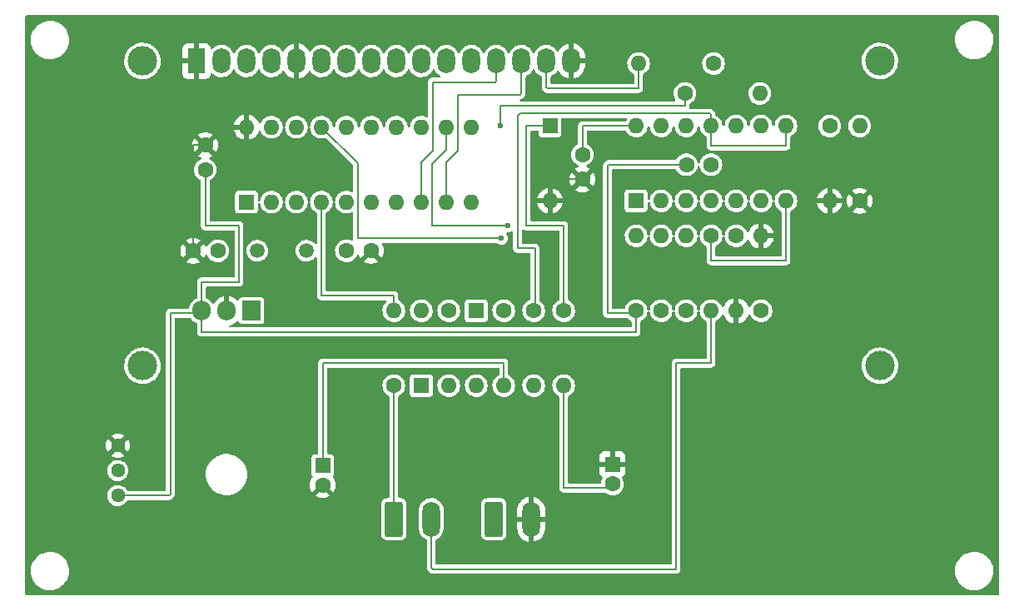
<source format=gtl>
G04 #@! TF.GenerationSoftware,KiCad,Pcbnew,(6.0.9)*
G04 #@! TF.CreationDate,2022-11-22T09:13:48+09:00*
G04 #@! TF.ProjectId,RailcomDisplay,5261696c-636f-46d4-9469-73706c61792e,rev?*
G04 #@! TF.SameCoordinates,PX6021600PY87cda00*
G04 #@! TF.FileFunction,Copper,L1,Top*
G04 #@! TF.FilePolarity,Positive*
%FSLAX46Y46*%
G04 Gerber Fmt 4.6, Leading zero omitted, Abs format (unit mm)*
G04 Created by KiCad (PCBNEW (6.0.9)) date 2022-11-22 09:13:48*
%MOMM*%
%LPD*%
G01*
G04 APERTURE LIST*
G04 Aperture macros list*
%AMRoundRect*
0 Rectangle with rounded corners*
0 $1 Rounding radius*
0 $2 $3 $4 $5 $6 $7 $8 $9 X,Y pos of 4 corners*
0 Add a 4 corners polygon primitive as box body*
4,1,4,$2,$3,$4,$5,$6,$7,$8,$9,$2,$3,0*
0 Add four circle primitives for the rounded corners*
1,1,$1+$1,$2,$3*
1,1,$1+$1,$4,$5*
1,1,$1+$1,$6,$7*
1,1,$1+$1,$8,$9*
0 Add four rect primitives between the rounded corners*
20,1,$1+$1,$2,$3,$4,$5,0*
20,1,$1+$1,$4,$5,$6,$7,0*
20,1,$1+$1,$6,$7,$8,$9,0*
20,1,$1+$1,$8,$9,$2,$3,0*%
G04 Aperture macros list end*
G04 #@! TA.AperFunction,ComponentPad*
%ADD10C,1.600000*%
G04 #@! TD*
G04 #@! TA.AperFunction,ComponentPad*
%ADD11R,1.600000X1.600000*%
G04 #@! TD*
G04 #@! TA.AperFunction,ComponentPad*
%ADD12O,1.600000X1.600000*%
G04 #@! TD*
G04 #@! TA.AperFunction,ComponentPad*
%ADD13RoundRect,0.250000X-0.650000X-1.550000X0.650000X-1.550000X0.650000X1.550000X-0.650000X1.550000X0*%
G04 #@! TD*
G04 #@! TA.AperFunction,ComponentPad*
%ADD14O,1.800000X3.600000*%
G04 #@! TD*
G04 #@! TA.AperFunction,ComponentPad*
%ADD15C,1.440000*%
G04 #@! TD*
G04 #@! TA.AperFunction,ComponentPad*
%ADD16C,1.500000*%
G04 #@! TD*
G04 #@! TA.AperFunction,ComponentPad*
%ADD17R,1.905000X2.000000*%
G04 #@! TD*
G04 #@! TA.AperFunction,ComponentPad*
%ADD18O,1.905000X2.000000*%
G04 #@! TD*
G04 #@! TA.AperFunction,ComponentPad*
%ADD19C,3.000000*%
G04 #@! TD*
G04 #@! TA.AperFunction,ComponentPad*
%ADD20R,1.800000X2.600000*%
G04 #@! TD*
G04 #@! TA.AperFunction,ComponentPad*
%ADD21O,1.800000X2.600000*%
G04 #@! TD*
G04 #@! TA.AperFunction,ViaPad*
%ADD22C,0.600000*%
G04 #@! TD*
G04 #@! TA.AperFunction,Conductor*
%ADD23C,0.200000*%
G04 #@! TD*
G04 APERTURE END LIST*
D10*
X18796000Y43815000D03*
X18796000Y46315000D03*
X70231000Y44323000D03*
X67731000Y44323000D03*
X33147000Y35560000D03*
X35647000Y35560000D03*
D11*
X62611000Y40640000D03*
D12*
X65151000Y40640000D03*
X67691000Y40640000D03*
X70231000Y40640000D03*
X72771000Y40640000D03*
X75311000Y40640000D03*
X77851000Y40640000D03*
X77851000Y48260000D03*
X75311000Y48260000D03*
X72771000Y48260000D03*
X70231000Y48260000D03*
X67691000Y48260000D03*
X65151000Y48260000D03*
X62611000Y48260000D03*
D13*
X37973000Y8255000D03*
D14*
X41783000Y8255000D03*
D13*
X48133000Y8255000D03*
D14*
X51943000Y8255000D03*
D15*
X9906000Y15748000D03*
X9906000Y13208000D03*
X9906000Y10668000D03*
D16*
X29083000Y35560000D03*
X24083000Y35560000D03*
D11*
X22987000Y40513000D03*
D12*
X25527000Y40513000D03*
X28067000Y40513000D03*
X30607000Y40513000D03*
X33147000Y40513000D03*
X35687000Y40513000D03*
X38227000Y40513000D03*
X40767000Y40513000D03*
X43307000Y40513000D03*
X45847000Y40513000D03*
X45847000Y48133000D03*
X43307000Y48133000D03*
X40767000Y48133000D03*
X38227000Y48133000D03*
X35687000Y48133000D03*
X33147000Y48133000D03*
X30607000Y48133000D03*
X28067000Y48133000D03*
X25527000Y48133000D03*
X22987000Y48133000D03*
D11*
X53848000Y48260000D03*
D12*
X53848000Y40640000D03*
D10*
X57150000Y45339000D03*
X57150000Y42839000D03*
D11*
X60198000Y13843000D03*
D10*
X60198000Y11843000D03*
X20066000Y35560000D03*
X17566000Y35560000D03*
D11*
X40767000Y21844000D03*
D12*
X40767000Y29464000D03*
D10*
X70485000Y54610000D03*
D12*
X62865000Y54610000D03*
D10*
X75311000Y29464000D03*
D12*
X75311000Y37084000D03*
D10*
X70231000Y37084000D03*
D12*
X70231000Y29464000D03*
D10*
X49149000Y29464000D03*
D12*
X49149000Y21844000D03*
D10*
X43561000Y29464000D03*
D12*
X43561000Y21844000D03*
D10*
X62611000Y29464000D03*
D12*
X62611000Y37084000D03*
D10*
X67564000Y51562000D03*
D12*
X75184000Y51562000D03*
D10*
X72771000Y37084000D03*
D12*
X72771000Y29464000D03*
D10*
X65151000Y29464000D03*
D12*
X65151000Y37084000D03*
D10*
X37973000Y21844000D03*
D12*
X37973000Y29464000D03*
D10*
X82296000Y48260000D03*
D12*
X82296000Y40640000D03*
D10*
X67691000Y29464000D03*
D12*
X67691000Y37084000D03*
D10*
X55245000Y29464000D03*
D12*
X55245000Y21844000D03*
D17*
X23495000Y29464000D03*
D18*
X20955000Y29464000D03*
X18415000Y29464000D03*
D19*
X12407900Y54864000D03*
X87406480Y23863300D03*
X12407900Y23863300D03*
X87407000Y54864000D03*
D20*
X17907000Y54864000D03*
D21*
X20447000Y54864000D03*
X22987000Y54864000D03*
X25527000Y54864000D03*
X28067000Y54864000D03*
X30607000Y54864000D03*
X33147000Y54864000D03*
X35687000Y54864000D03*
X38227000Y54864000D03*
X40767000Y54864000D03*
X43307000Y54864000D03*
X45847000Y54864000D03*
X48387000Y54864000D03*
X50927000Y54864000D03*
X53467000Y54864000D03*
X56007000Y54864000D03*
D10*
X52197000Y29464000D03*
D12*
X52197000Y21844000D03*
D11*
X30734000Y13716000D03*
D10*
X30734000Y11716000D03*
X85344000Y40640000D03*
D12*
X85344000Y48260000D03*
D11*
X46355000Y29464000D03*
D12*
X46355000Y21844000D03*
D22*
X44958000Y16256000D03*
X81026000Y33528000D03*
X14478000Y48260000D03*
X80899000Y54737000D03*
X44958000Y33528000D03*
X48768000Y48260000D03*
X48895000Y36830000D03*
X49530000Y38100000D03*
D23*
X17566000Y35560000D02*
X17566000Y46315000D01*
X53888000Y42839000D02*
X53848000Y42799000D01*
X22987000Y48133000D02*
X22987000Y50673000D01*
X27940000Y54737000D02*
X28067000Y54864000D01*
X17566000Y46315000D02*
X18796000Y46315000D01*
X17907000Y54864000D02*
X17907000Y50927000D01*
X22987000Y50673000D02*
X22860000Y50800000D01*
X54650000Y42839000D02*
X54316000Y42839000D01*
X54650000Y42839000D02*
X53888000Y42839000D01*
X53848000Y42799000D02*
X53848000Y40640000D01*
X28067000Y50927000D02*
X27940000Y50800000D01*
X28067000Y54864000D02*
X28067000Y50927000D01*
X57150000Y42839000D02*
X54650000Y42839000D01*
X22860000Y50800000D02*
X27940000Y50800000D01*
X18034000Y50800000D02*
X22860000Y50800000D01*
X17907000Y50927000D02*
X18034000Y50800000D01*
X18415000Y29464000D02*
X18415000Y27305000D01*
X59690000Y29210000D02*
X62357000Y29210000D01*
X62357000Y29210000D02*
X62611000Y29464000D01*
X9906000Y10668000D02*
X15113000Y10668000D01*
X15113000Y10668000D02*
X15240000Y10795000D01*
X59690000Y44196000D02*
X59690000Y29210000D01*
X22225000Y38100000D02*
X22225000Y32385000D01*
X18796000Y38100000D02*
X19558000Y38100000D01*
X18796000Y43815000D02*
X18796000Y38100000D01*
X15240000Y10795000D02*
X15240000Y29210000D01*
X62611000Y27305000D02*
X62611000Y29464000D01*
X19558000Y38100000D02*
X22225000Y38100000D01*
X67731000Y44323000D02*
X59817000Y44323000D01*
X59817000Y44323000D02*
X59690000Y44196000D01*
X19177000Y38100000D02*
X19558000Y38100000D01*
X22225000Y32385000D02*
X18415000Y32385000D01*
X18415000Y32385000D02*
X18415000Y29464000D01*
X18161000Y29210000D02*
X18415000Y29464000D01*
X15240000Y29210000D02*
X18161000Y29210000D01*
X18415000Y27305000D02*
X62611000Y27305000D01*
X48768000Y50292000D02*
X48768000Y48260000D01*
X55245000Y38100000D02*
X55245000Y29464000D01*
X53848000Y48260000D02*
X51435000Y48260000D01*
X51435000Y38100000D02*
X55245000Y38100000D01*
X67564000Y50292000D02*
X48768000Y50292000D01*
X51435000Y48260000D02*
X51435000Y38100000D01*
X67564000Y51562000D02*
X67564000Y50292000D01*
X30480000Y13970000D02*
X30734000Y13716000D01*
X48768000Y24130000D02*
X49149000Y24130000D01*
X30734000Y24130000D02*
X30734000Y13716000D01*
X49149000Y24130000D02*
X49149000Y21844000D01*
X49149000Y24130000D02*
X30734000Y24130000D01*
X55245000Y11430000D02*
X59785000Y11430000D01*
X55245000Y21844000D02*
X55245000Y11430000D01*
X59785000Y11430000D02*
X60198000Y11843000D01*
X34290000Y36830000D02*
X48895000Y36830000D01*
X57150000Y45339000D02*
X57150000Y48260000D01*
X57150000Y48260000D02*
X62611000Y48260000D01*
X30607000Y48133000D02*
X34290000Y44450000D01*
X34290000Y44450000D02*
X34290000Y36830000D01*
X37973000Y8255000D02*
X37973000Y21844000D01*
X41867001Y38142999D02*
X41910000Y38100000D01*
X41867001Y44407001D02*
X41867001Y38142999D01*
X43307000Y48133000D02*
X43307000Y45847000D01*
X41910000Y38100000D02*
X49530000Y38100000D01*
X43307000Y45847000D02*
X41867001Y44407001D01*
X30607000Y40513000D02*
X30607000Y30988000D01*
X37973000Y30988000D02*
X37973000Y29464000D01*
X38100000Y29591000D02*
X37973000Y29464000D01*
X30607000Y30988000D02*
X37973000Y30988000D01*
X41910000Y45720000D02*
X41910000Y52705000D01*
X48260000Y52705000D02*
X48387000Y52832000D01*
X48387000Y52832000D02*
X48387000Y54864000D01*
X41910000Y52705000D02*
X48260000Y52705000D01*
X40767000Y40513000D02*
X40767000Y44577000D01*
X40767000Y44577000D02*
X41910000Y45720000D01*
X43307000Y44577000D02*
X44450000Y45720000D01*
X50927000Y51562000D02*
X50927000Y54864000D01*
X44450000Y51435000D02*
X50800000Y51435000D01*
X44450000Y45720000D02*
X44450000Y51435000D01*
X50800000Y51435000D02*
X50927000Y51562000D01*
X43307000Y40513000D02*
X43307000Y44577000D01*
X70231000Y46228000D02*
X77851000Y46228000D01*
X52324000Y35814000D02*
X52324000Y29591000D01*
X50546000Y49276000D02*
X50546000Y35814000D01*
X77851000Y46228000D02*
X77851000Y48260000D01*
X70104000Y49530000D02*
X50800000Y49530000D01*
X70231000Y48260000D02*
X70231000Y46228000D01*
X50546000Y35814000D02*
X52324000Y35814000D01*
X70485000Y48006000D02*
X70231000Y48260000D01*
X50800000Y49530000D02*
X50546000Y49276000D01*
X52324000Y29591000D02*
X52197000Y29464000D01*
X70231000Y48260000D02*
X70231000Y49403000D01*
X70231000Y49403000D02*
X70104000Y49530000D01*
X70231000Y37084000D02*
X70231000Y34544000D01*
X78105000Y40386000D02*
X77851000Y40640000D01*
X77851000Y40640000D02*
X77851000Y34544000D01*
X77851000Y34544000D02*
X70231000Y34544000D01*
X70231000Y29464000D02*
X70231000Y24130000D01*
X66675000Y3175000D02*
X66675000Y24130000D01*
X41910000Y3175000D02*
X66675000Y3175000D01*
X70231000Y24130000D02*
X66675000Y24130000D01*
X41783000Y3302000D02*
X41910000Y3175000D01*
X70485000Y29210000D02*
X70231000Y29464000D01*
X41783000Y8255000D02*
X41783000Y3302000D01*
X62865000Y52070000D02*
X62865000Y54610000D01*
X53594000Y52070000D02*
X62865000Y52070000D01*
X53467000Y54864000D02*
X53721000Y54864000D01*
X53467000Y52197000D02*
X53594000Y52070000D01*
X53467000Y54864000D02*
X53467000Y52197000D01*
G04 #@! TA.AperFunction,Conductor*
G36*
X99442121Y59479998D02*
G01*
X99488614Y59426342D01*
X99500000Y59374000D01*
X99500000Y626000D01*
X99479998Y557879D01*
X99426342Y511386D01*
X99374000Y500000D01*
X626000Y500000D01*
X557879Y520002D01*
X511386Y573658D01*
X500000Y626000D01*
X500000Y3030715D01*
X1044759Y3030715D01*
X1045003Y3026280D01*
X1045003Y3026276D01*
X1059265Y2767149D01*
X1059938Y2754913D01*
X1113825Y2484001D01*
X1205347Y2223384D01*
X1332678Y1978263D01*
X1335261Y1974648D01*
X1335265Y1974642D01*
X1372272Y1922856D01*
X1493275Y1753529D01*
X1683936Y1553665D01*
X1687431Y1550909D01*
X1687433Y1550908D01*
X1735469Y1513040D01*
X1900856Y1382659D01*
X1962559Y1346819D01*
X2135853Y1246161D01*
X2135859Y1246158D01*
X2139707Y1243923D01*
X2395723Y1140226D01*
X2400036Y1139155D01*
X2400041Y1139153D01*
X2659475Y1074709D01*
X2659480Y1074708D01*
X2663796Y1073636D01*
X2668224Y1073182D01*
X2668226Y1073182D01*
X2743339Y1065486D01*
X2899370Y1049500D01*
X3070362Y1049500D01*
X3275530Y1064027D01*
X3279885Y1064965D01*
X3279888Y1064965D01*
X3541215Y1121227D01*
X3541217Y1121227D01*
X3545562Y1122163D01*
X3804709Y1217767D01*
X3853185Y1243923D01*
X4043884Y1346819D01*
X4047800Y1348932D01*
X4269984Y1513040D01*
X4466829Y1706817D01*
X4634406Y1926396D01*
X4769373Y2167396D01*
X4869036Y2425009D01*
X4931407Y2694095D01*
X4955241Y2969285D01*
X4952645Y3016457D01*
X4940307Y3240644D01*
X4940306Y3240651D01*
X4940062Y3245087D01*
X4886175Y3515999D01*
X4794653Y3776616D01*
X4667322Y4021737D01*
X4664739Y4025352D01*
X4664735Y4025358D01*
X4509313Y4242850D01*
X4509310Y4242854D01*
X4506725Y4246471D01*
X4316064Y4446335D01*
X4312567Y4449092D01*
X4102639Y4614586D01*
X4102637Y4614587D01*
X4099144Y4617341D01*
X3986609Y4682706D01*
X3864147Y4753839D01*
X3864141Y4753842D01*
X3860293Y4756077D01*
X3604277Y4859774D01*
X3599964Y4860845D01*
X3599959Y4860847D01*
X3340525Y4925291D01*
X3340520Y4925292D01*
X3336204Y4926364D01*
X3331776Y4926818D01*
X3331774Y4926818D01*
X3251573Y4935035D01*
X3100630Y4950500D01*
X2929638Y4950500D01*
X2724470Y4935973D01*
X2720115Y4935035D01*
X2720112Y4935035D01*
X2458785Y4878773D01*
X2458783Y4878773D01*
X2454438Y4877837D01*
X2195291Y4782233D01*
X2191373Y4780119D01*
X2142668Y4753839D01*
X1952200Y4651068D01*
X1730016Y4486960D01*
X1533171Y4293183D01*
X1365594Y4073604D01*
X1230627Y3832604D01*
X1130964Y3574991D01*
X1068593Y3305905D01*
X1044759Y3030715D01*
X500000Y3030715D01*
X500000Y10683019D01*
X8830425Y10683019D01*
X8830941Y10676875D01*
X8847409Y10480764D01*
X8847992Y10473819D01*
X8875825Y10376754D01*
X8900360Y10291191D01*
X8905858Y10272016D01*
X8908673Y10266539D01*
X8908674Y10266536D01*
X8975746Y10136028D01*
X9001819Y10085295D01*
X9005642Y10080471D01*
X9005645Y10080467D01*
X9040871Y10036024D01*
X9132221Y9920770D01*
X9136915Y9916775D01*
X9226847Y9840237D01*
X9292095Y9784706D01*
X9297473Y9781700D01*
X9297475Y9781699D01*
X9341680Y9756994D01*
X9475353Y9682287D01*
X9675014Y9617413D01*
X9883473Y9592556D01*
X9889608Y9593028D01*
X9889610Y9593028D01*
X10086648Y9608189D01*
X10086652Y9608190D01*
X10092790Y9608662D01*
X10294992Y9665118D01*
X10300496Y9667898D01*
X10300498Y9667899D01*
X10476877Y9756994D01*
X10476879Y9756995D01*
X10482378Y9759773D01*
X10590645Y9844361D01*
X36722500Y9844361D01*
X36722501Y6665640D01*
X36723039Y6661556D01*
X36723039Y6661550D01*
X36736878Y6556426D01*
X36737956Y6548238D01*
X36798464Y6402159D01*
X36894718Y6276718D01*
X37020159Y6180464D01*
X37166238Y6119956D01*
X37174426Y6118878D01*
X37279545Y6105039D01*
X37283639Y6104500D01*
X37972916Y6104500D01*
X38662360Y6104501D01*
X38666444Y6105039D01*
X38666450Y6105039D01*
X38771575Y6118878D01*
X38771577Y6118878D01*
X38779762Y6119956D01*
X38925841Y6180464D01*
X39051282Y6276718D01*
X39147536Y6402159D01*
X39208044Y6548238D01*
X39223500Y6665639D01*
X39223499Y9844360D01*
X39217620Y9889023D01*
X39209122Y9953575D01*
X39209122Y9953577D01*
X39208044Y9961762D01*
X39147536Y10107841D01*
X39051282Y10233282D01*
X38925841Y10329536D01*
X38779762Y10390044D01*
X38737081Y10395663D01*
X38666448Y10404962D01*
X38666447Y10404962D01*
X38662361Y10405500D01*
X38549500Y10405500D01*
X38481379Y10425502D01*
X38434886Y10479158D01*
X38423500Y10531500D01*
X38423500Y20703719D01*
X38443502Y20771840D01*
X38487930Y20813650D01*
X38627442Y20891781D01*
X38770526Y21010782D01*
X39616500Y21010782D01*
X39617170Y21006232D01*
X39617170Y21006229D01*
X39625216Y20951574D01*
X39626642Y20941888D01*
X39678068Y20837145D01*
X39760650Y20754707D01*
X39770006Y20750134D01*
X39770007Y20750133D01*
X39780259Y20745122D01*
X39865482Y20703464D01*
X39891071Y20699731D01*
X39929256Y20694160D01*
X39929260Y20694160D01*
X39933782Y20693500D01*
X41600218Y20693500D01*
X41604768Y20694170D01*
X41604771Y20694170D01*
X41659426Y20702216D01*
X41659427Y20702216D01*
X41669112Y20703642D01*
X41719008Y20728140D01*
X41764507Y20750478D01*
X41764509Y20750479D01*
X41773855Y20755068D01*
X41856293Y20837650D01*
X41907536Y20942482D01*
X41917500Y21010782D01*
X41917500Y21874246D01*
X42405967Y21874246D01*
X42419796Y21663251D01*
X42421217Y21657655D01*
X42421218Y21657650D01*
X42443784Y21568800D01*
X42471845Y21458310D01*
X42560369Y21266286D01*
X42682405Y21093609D01*
X42833865Y20946063D01*
X42838661Y20942858D01*
X42838664Y20942856D01*
X42981936Y20847125D01*
X43009677Y20828589D01*
X43014985Y20826308D01*
X43014986Y20826308D01*
X43198650Y20747400D01*
X43198653Y20747399D01*
X43203953Y20745122D01*
X43209582Y20743848D01*
X43209583Y20743848D01*
X43404550Y20699731D01*
X43404553Y20699731D01*
X43410186Y20698456D01*
X43415957Y20698229D01*
X43415959Y20698229D01*
X43477989Y20695792D01*
X43621470Y20690154D01*
X43627179Y20690982D01*
X43627183Y20690982D01*
X43825015Y20719667D01*
X43825019Y20719668D01*
X43830730Y20720496D01*
X43918038Y20750133D01*
X44025483Y20786605D01*
X44025488Y20786607D01*
X44030955Y20788463D01*
X44075937Y20813654D01*
X44210395Y20888954D01*
X44210399Y20888957D01*
X44215442Y20891781D01*
X44378012Y21026988D01*
X44513219Y21189558D01*
X44516043Y21194601D01*
X44516046Y21194605D01*
X44613713Y21369002D01*
X44613714Y21369004D01*
X44616537Y21374045D01*
X44618393Y21379512D01*
X44618395Y21379517D01*
X44682647Y21568800D01*
X44684504Y21574270D01*
X44714846Y21783530D01*
X44716429Y21844000D01*
X44713650Y21874246D01*
X45199967Y21874246D01*
X45213796Y21663251D01*
X45215217Y21657655D01*
X45215218Y21657650D01*
X45237784Y21568800D01*
X45265845Y21458310D01*
X45354369Y21266286D01*
X45476405Y21093609D01*
X45627865Y20946063D01*
X45632661Y20942858D01*
X45632664Y20942856D01*
X45775936Y20847125D01*
X45803677Y20828589D01*
X45808985Y20826308D01*
X45808986Y20826308D01*
X45992650Y20747400D01*
X45992653Y20747399D01*
X45997953Y20745122D01*
X46003582Y20743848D01*
X46003583Y20743848D01*
X46198550Y20699731D01*
X46198553Y20699731D01*
X46204186Y20698456D01*
X46209957Y20698229D01*
X46209959Y20698229D01*
X46271989Y20695792D01*
X46415470Y20690154D01*
X46421179Y20690982D01*
X46421183Y20690982D01*
X46619015Y20719667D01*
X46619019Y20719668D01*
X46624730Y20720496D01*
X46712038Y20750133D01*
X46819483Y20786605D01*
X46819488Y20786607D01*
X46824955Y20788463D01*
X46869937Y20813654D01*
X47004395Y20888954D01*
X47004399Y20888957D01*
X47009442Y20891781D01*
X47172012Y21026988D01*
X47307219Y21189558D01*
X47310043Y21194601D01*
X47310046Y21194605D01*
X47407713Y21369002D01*
X47407714Y21369004D01*
X47410537Y21374045D01*
X47412393Y21379512D01*
X47412395Y21379517D01*
X47476647Y21568800D01*
X47478504Y21574270D01*
X47508846Y21783530D01*
X47510429Y21844000D01*
X47491081Y22054560D01*
X47433686Y22258069D01*
X47422553Y22280646D01*
X47342719Y22442531D01*
X47340165Y22447710D01*
X47213651Y22617133D01*
X47085237Y22735838D01*
X47062622Y22756743D01*
X47062620Y22756745D01*
X47058381Y22760663D01*
X47044512Y22769414D01*
X46884434Y22870416D01*
X46884433Y22870416D01*
X46879554Y22873495D01*
X46683160Y22951848D01*
X46677503Y22952973D01*
X46677497Y22952975D01*
X46481442Y22991972D01*
X46481440Y22991972D01*
X46475775Y22993099D01*
X46470000Y22993175D01*
X46469996Y22993175D01*
X46363976Y22994563D01*
X46264346Y22995867D01*
X46258649Y22994888D01*
X46258648Y22994888D01*
X46061650Y22961038D01*
X46061649Y22961038D01*
X46055953Y22960059D01*
X45857575Y22886873D01*
X45852614Y22883921D01*
X45852613Y22883921D01*
X45835089Y22873495D01*
X45675856Y22778762D01*
X45516881Y22639345D01*
X45385976Y22473292D01*
X45383287Y22468181D01*
X45383285Y22468178D01*
X45369792Y22442531D01*
X45287523Y22286164D01*
X45224820Y22084227D01*
X45199967Y21874246D01*
X44713650Y21874246D01*
X44697081Y22054560D01*
X44639686Y22258069D01*
X44628553Y22280646D01*
X44548719Y22442531D01*
X44546165Y22447710D01*
X44419651Y22617133D01*
X44291237Y22735838D01*
X44268622Y22756743D01*
X44268620Y22756745D01*
X44264381Y22760663D01*
X44250512Y22769414D01*
X44090434Y22870416D01*
X44090433Y22870416D01*
X44085554Y22873495D01*
X43889160Y22951848D01*
X43883503Y22952973D01*
X43883497Y22952975D01*
X43687442Y22991972D01*
X43687440Y22991972D01*
X43681775Y22993099D01*
X43676000Y22993175D01*
X43675996Y22993175D01*
X43569976Y22994563D01*
X43470346Y22995867D01*
X43464649Y22994888D01*
X43464648Y22994888D01*
X43267650Y22961038D01*
X43267649Y22961038D01*
X43261953Y22960059D01*
X43063575Y22886873D01*
X43058614Y22883921D01*
X43058613Y22883921D01*
X43041089Y22873495D01*
X42881856Y22778762D01*
X42722881Y22639345D01*
X42591976Y22473292D01*
X42589287Y22468181D01*
X42589285Y22468178D01*
X42575792Y22442531D01*
X42493523Y22286164D01*
X42430820Y22084227D01*
X42405967Y21874246D01*
X41917500Y21874246D01*
X41917500Y22677218D01*
X41908871Y22735838D01*
X41908784Y22736426D01*
X41908784Y22736427D01*
X41907358Y22746112D01*
X41855932Y22850855D01*
X41773350Y22933293D01*
X41739769Y22949708D01*
X41722686Y22958058D01*
X41668518Y22984536D01*
X41638027Y22988984D01*
X41604744Y22993840D01*
X41604740Y22993840D01*
X41600218Y22994500D01*
X39933782Y22994500D01*
X39929232Y22993830D01*
X39929229Y22993830D01*
X39874574Y22985784D01*
X39874573Y22985784D01*
X39864888Y22984358D01*
X39814992Y22959860D01*
X39769493Y22937522D01*
X39769491Y22937521D01*
X39760145Y22932932D01*
X39742498Y22915254D01*
X39705465Y22878156D01*
X39677707Y22850350D01*
X39626464Y22745518D01*
X39616500Y22677218D01*
X39616500Y21010782D01*
X38770526Y21010782D01*
X38790012Y21026988D01*
X38925219Y21189558D01*
X38928043Y21194601D01*
X38928046Y21194605D01*
X39025713Y21369002D01*
X39025714Y21369004D01*
X39028537Y21374045D01*
X39030393Y21379512D01*
X39030395Y21379517D01*
X39094647Y21568800D01*
X39096504Y21574270D01*
X39126846Y21783530D01*
X39128429Y21844000D01*
X39109081Y22054560D01*
X39051686Y22258069D01*
X39040553Y22280646D01*
X38960719Y22442531D01*
X38958165Y22447710D01*
X38831651Y22617133D01*
X38703237Y22735838D01*
X38680622Y22756743D01*
X38680620Y22756745D01*
X38676381Y22760663D01*
X38662512Y22769414D01*
X38502434Y22870416D01*
X38502433Y22870416D01*
X38497554Y22873495D01*
X38301160Y22951848D01*
X38295503Y22952973D01*
X38295497Y22952975D01*
X38099442Y22991972D01*
X38099440Y22991972D01*
X38093775Y22993099D01*
X38088000Y22993175D01*
X38087996Y22993175D01*
X37981976Y22994563D01*
X37882346Y22995867D01*
X37876649Y22994888D01*
X37876648Y22994888D01*
X37679650Y22961038D01*
X37679649Y22961038D01*
X37673953Y22960059D01*
X37475575Y22886873D01*
X37470614Y22883921D01*
X37470613Y22883921D01*
X37453089Y22873495D01*
X37293856Y22778762D01*
X37134881Y22639345D01*
X37003976Y22473292D01*
X37001287Y22468181D01*
X37001285Y22468178D01*
X36987792Y22442531D01*
X36905523Y22286164D01*
X36842820Y22084227D01*
X36817967Y21874246D01*
X36831796Y21663251D01*
X36833217Y21657655D01*
X36833218Y21657650D01*
X36855784Y21568800D01*
X36883845Y21458310D01*
X36972369Y21266286D01*
X37094405Y21093609D01*
X37245865Y20946063D01*
X37250661Y20942858D01*
X37250664Y20942856D01*
X37393936Y20847125D01*
X37421677Y20828589D01*
X37426985Y20826308D01*
X37426986Y20826308D01*
X37446237Y20818037D01*
X37500930Y20772770D01*
X37522500Y20702269D01*
X37522500Y10531499D01*
X37502498Y10463378D01*
X37448842Y10416885D01*
X37396500Y10405499D01*
X37283640Y10405499D01*
X37279556Y10404961D01*
X37279550Y10404961D01*
X37174425Y10391122D01*
X37174423Y10391122D01*
X37166238Y10390044D01*
X37020159Y10329536D01*
X36894718Y10233282D01*
X36798464Y10107841D01*
X36737956Y9961762D01*
X36722500Y9844361D01*
X10590645Y9844361D01*
X10647810Y9889023D01*
X10651836Y9893687D01*
X10780957Y10043275D01*
X10780958Y10043277D01*
X10784986Y10047943D01*
X10845086Y10153738D01*
X10896124Y10203087D01*
X10954641Y10217500D01*
X15078780Y10217500D01*
X15093589Y10216627D01*
X15127310Y10212636D01*
X15136574Y10214328D01*
X15136575Y10214328D01*
X15185001Y10223172D01*
X15188904Y10223822D01*
X15237645Y10231150D01*
X15237646Y10231150D01*
X15246962Y10232551D01*
X15253475Y10235679D01*
X15260573Y10236975D01*
X15312647Y10264025D01*
X15316137Y10265768D01*
X15369079Y10291191D01*
X15374365Y10296077D01*
X15374413Y10296110D01*
X15380788Y10299421D01*
X15385828Y10303725D01*
X15423055Y10340952D01*
X15426621Y10344382D01*
X15461641Y10376754D01*
X15468556Y10383146D01*
X15472249Y10389505D01*
X15477766Y10395663D01*
X15534350Y10452247D01*
X15545439Y10462101D01*
X15564709Y10477293D01*
X15564711Y10477295D01*
X15572110Y10483128D01*
X15605462Y10531385D01*
X15607757Y10534597D01*
X15637040Y10574242D01*
X15637041Y10574243D01*
X15642634Y10581816D01*
X15645027Y10588632D01*
X15649131Y10594569D01*
X15660317Y10629938D01*
X30012493Y10629938D01*
X30021789Y10617923D01*
X30072994Y10582069D01*
X30082489Y10576586D01*
X30279947Y10484510D01*
X30290239Y10480764D01*
X30500688Y10424375D01*
X30511481Y10422472D01*
X30728525Y10403483D01*
X30739475Y10403483D01*
X30956519Y10422472D01*
X30967312Y10424375D01*
X31177761Y10480764D01*
X31188053Y10484510D01*
X31385511Y10576586D01*
X31395006Y10582069D01*
X31447048Y10618509D01*
X31455424Y10628988D01*
X31448356Y10642434D01*
X30746812Y11343978D01*
X30732868Y11351592D01*
X30731035Y11351461D01*
X30724420Y11347210D01*
X30018923Y10641713D01*
X30012493Y10629938D01*
X15660317Y10629938D01*
X15666826Y10650519D01*
X15668071Y10654250D01*
X15684396Y10700737D01*
X15684396Y10700739D01*
X15687519Y10709631D01*
X15687801Y10716819D01*
X15687812Y10716878D01*
X15689980Y10723730D01*
X15690500Y10730337D01*
X15690500Y10783016D01*
X15690597Y10787963D01*
X15690688Y10790287D01*
X15692838Y10844994D01*
X15690954Y10852100D01*
X15690500Y10860347D01*
X15690500Y12826047D01*
X18849707Y12826047D01*
X18866194Y12540122D01*
X18867019Y12535917D01*
X18867020Y12535909D01*
X18888735Y12425229D01*
X18921332Y12259080D01*
X18922719Y12255030D01*
X18922720Y12255025D01*
X19012713Y11992178D01*
X19014102Y11988122D01*
X19046461Y11923783D01*
X19137338Y11743095D01*
X19142787Y11732260D01*
X19145213Y11728731D01*
X19145216Y11728725D01*
X19261330Y11559779D01*
X19305006Y11496230D01*
X19307893Y11493057D01*
X19307894Y11493056D01*
X19410289Y11380525D01*
X19497756Y11284400D01*
X19717472Y11100689D01*
X19721098Y11098414D01*
X19721100Y11098413D01*
X19739785Y11086692D01*
X19960088Y10948497D01*
X19963990Y10946735D01*
X19963994Y10946733D01*
X20217202Y10832405D01*
X20217206Y10832403D01*
X20221114Y10830639D01*
X20225233Y10829419D01*
X20491606Y10750515D01*
X20491611Y10750514D01*
X20495719Y10749297D01*
X20499953Y10748649D01*
X20499958Y10748648D01*
X20739346Y10712017D01*
X20778824Y10705976D01*
X20924589Y10703686D01*
X21060898Y10701544D01*
X21060904Y10701544D01*
X21065189Y10701477D01*
X21069441Y10701992D01*
X21069449Y10701992D01*
X21303669Y10730337D01*
X21349514Y10735885D01*
X21353662Y10736973D01*
X21353666Y10736974D01*
X21622388Y10807472D01*
X21626539Y10808561D01*
X21630500Y10810201D01*
X21630504Y10810203D01*
X21812347Y10885525D01*
X21891138Y10918161D01*
X21937176Y10945063D01*
X22134717Y11060497D01*
X22134718Y11060497D01*
X22138415Y11062658D01*
X22170303Y11087661D01*
X22360421Y11236733D01*
X22363793Y11239377D01*
X22374994Y11250935D01*
X22505313Y11385414D01*
X22563102Y11445048D01*
X22565635Y11448496D01*
X22565639Y11448501D01*
X22730117Y11672411D01*
X22732655Y11675866D01*
X22751473Y11710525D01*
X29421483Y11710525D01*
X29440472Y11493481D01*
X29442375Y11482688D01*
X29498764Y11272239D01*
X29502510Y11261947D01*
X29594586Y11064489D01*
X29600069Y11054994D01*
X29636509Y11002952D01*
X29646988Y10994576D01*
X29660434Y11001644D01*
X30644905Y11986115D01*
X30707217Y12020141D01*
X30778032Y12015076D01*
X30823095Y11986115D01*
X31808287Y11000923D01*
X31820062Y10994493D01*
X31832077Y11003789D01*
X31867931Y11054994D01*
X31873414Y11064489D01*
X31965490Y11261947D01*
X31969236Y11272239D01*
X32025625Y11482688D01*
X32027528Y11493481D01*
X32046517Y11710525D01*
X32046517Y11721475D01*
X32027528Y11938519D01*
X32025625Y11949312D01*
X31969236Y12159761D01*
X31965490Y12170053D01*
X31873414Y12367511D01*
X31867931Y12377006D01*
X31773221Y12512266D01*
X31750533Y12579540D01*
X31767818Y12648400D01*
X31787261Y12673555D01*
X31815935Y12702279D01*
X31815935Y12702280D01*
X31823293Y12709650D01*
X31874536Y12814482D01*
X31878984Y12844973D01*
X31883840Y12878256D01*
X31883840Y12878260D01*
X31884500Y12882782D01*
X31884500Y14549218D01*
X31875871Y14607838D01*
X31875784Y14608426D01*
X31875784Y14608427D01*
X31874358Y14618112D01*
X31842198Y14683615D01*
X31827522Y14713507D01*
X31827521Y14713509D01*
X31822932Y14722855D01*
X31740350Y14805293D01*
X31635518Y14856536D01*
X31596529Y14862224D01*
X31571744Y14865840D01*
X31571740Y14865840D01*
X31567218Y14866500D01*
X31310500Y14866500D01*
X31242379Y14886502D01*
X31195886Y14940158D01*
X31184500Y14992500D01*
X31184500Y23553500D01*
X31204502Y23621621D01*
X31258158Y23668114D01*
X31310500Y23679500D01*
X48572500Y23679500D01*
X48640621Y23659498D01*
X48687114Y23605842D01*
X48698500Y23553500D01*
X48698500Y22986441D01*
X48678498Y22918320D01*
X48636923Y22878156D01*
X48469856Y22778762D01*
X48310881Y22639345D01*
X48179976Y22473292D01*
X48177287Y22468181D01*
X48177285Y22468178D01*
X48163792Y22442531D01*
X48081523Y22286164D01*
X48018820Y22084227D01*
X47993967Y21874246D01*
X48007796Y21663251D01*
X48009217Y21657655D01*
X48009218Y21657650D01*
X48031784Y21568800D01*
X48059845Y21458310D01*
X48148369Y21266286D01*
X48270405Y21093609D01*
X48421865Y20946063D01*
X48426661Y20942858D01*
X48426664Y20942856D01*
X48569936Y20847125D01*
X48597677Y20828589D01*
X48602985Y20826308D01*
X48602986Y20826308D01*
X48786650Y20747400D01*
X48786653Y20747399D01*
X48791953Y20745122D01*
X48797582Y20743848D01*
X48797583Y20743848D01*
X48992550Y20699731D01*
X48992553Y20699731D01*
X48998186Y20698456D01*
X49003957Y20698229D01*
X49003959Y20698229D01*
X49065989Y20695792D01*
X49209470Y20690154D01*
X49215179Y20690982D01*
X49215183Y20690982D01*
X49413015Y20719667D01*
X49413019Y20719668D01*
X49418730Y20720496D01*
X49506038Y20750133D01*
X49613483Y20786605D01*
X49613488Y20786607D01*
X49618955Y20788463D01*
X49663937Y20813654D01*
X49798395Y20888954D01*
X49798399Y20888957D01*
X49803442Y20891781D01*
X49966012Y21026988D01*
X50101219Y21189558D01*
X50104043Y21194601D01*
X50104046Y21194605D01*
X50201713Y21369002D01*
X50201714Y21369004D01*
X50204537Y21374045D01*
X50206393Y21379512D01*
X50206395Y21379517D01*
X50270647Y21568800D01*
X50272504Y21574270D01*
X50302846Y21783530D01*
X50304429Y21844000D01*
X50301650Y21874246D01*
X51041967Y21874246D01*
X51055796Y21663251D01*
X51057217Y21657655D01*
X51057218Y21657650D01*
X51079784Y21568800D01*
X51107845Y21458310D01*
X51196369Y21266286D01*
X51318405Y21093609D01*
X51469865Y20946063D01*
X51474661Y20942858D01*
X51474664Y20942856D01*
X51617936Y20847125D01*
X51645677Y20828589D01*
X51650985Y20826308D01*
X51650986Y20826308D01*
X51834650Y20747400D01*
X51834653Y20747399D01*
X51839953Y20745122D01*
X51845582Y20743848D01*
X51845583Y20743848D01*
X52040550Y20699731D01*
X52040553Y20699731D01*
X52046186Y20698456D01*
X52051957Y20698229D01*
X52051959Y20698229D01*
X52113989Y20695792D01*
X52257470Y20690154D01*
X52263179Y20690982D01*
X52263183Y20690982D01*
X52461015Y20719667D01*
X52461019Y20719668D01*
X52466730Y20720496D01*
X52554038Y20750133D01*
X52661483Y20786605D01*
X52661488Y20786607D01*
X52666955Y20788463D01*
X52711937Y20813654D01*
X52846395Y20888954D01*
X52846399Y20888957D01*
X52851442Y20891781D01*
X53014012Y21026988D01*
X53149219Y21189558D01*
X53152043Y21194601D01*
X53152046Y21194605D01*
X53249713Y21369002D01*
X53249714Y21369004D01*
X53252537Y21374045D01*
X53254393Y21379512D01*
X53254395Y21379517D01*
X53318647Y21568800D01*
X53320504Y21574270D01*
X53350846Y21783530D01*
X53352429Y21844000D01*
X53349650Y21874246D01*
X54089967Y21874246D01*
X54103796Y21663251D01*
X54105217Y21657655D01*
X54105218Y21657650D01*
X54127784Y21568800D01*
X54155845Y21458310D01*
X54244369Y21266286D01*
X54366405Y21093609D01*
X54517865Y20946063D01*
X54522661Y20942858D01*
X54522664Y20942856D01*
X54665936Y20847125D01*
X54693677Y20828589D01*
X54698985Y20826308D01*
X54698986Y20826308D01*
X54718237Y20818037D01*
X54772930Y20772770D01*
X54794500Y20702269D01*
X54794500Y11496055D01*
X54793161Y11484353D01*
X54793681Y11484312D01*
X54792942Y11474921D01*
X54790815Y11465745D01*
X54791480Y11456350D01*
X54791480Y11456347D01*
X54794185Y11418151D01*
X54794500Y11409252D01*
X54794500Y11396150D01*
X54795200Y11391495D01*
X54796114Y11385414D01*
X54797199Y11375582D01*
X54800383Y11330616D01*
X54803783Y11321829D01*
X54805645Y11313498D01*
X54808151Y11305351D01*
X54809551Y11296038D01*
X54816457Y11281657D01*
X54829066Y11255398D01*
X54832994Y11246321D01*
X54849261Y11204274D01*
X54855091Y11196879D01*
X54859318Y11189468D01*
X54864115Y11182409D01*
X54868191Y11173921D01*
X54874582Y11167007D01*
X54898800Y11140807D01*
X54905221Y11133288D01*
X54927295Y11105288D01*
X54927298Y11105285D01*
X54933128Y11097890D01*
X54940874Y11092537D01*
X54947098Y11086692D01*
X54953752Y11081361D01*
X54960146Y11074444D01*
X54984158Y11060497D01*
X54999138Y11051796D01*
X55007491Y11046495D01*
X55044569Y11020869D01*
X55053548Y11018029D01*
X55061219Y11014271D01*
X55069146Y11011132D01*
X55077287Y11006404D01*
X55086454Y11004279D01*
X55086457Y11004278D01*
X55121207Y10996224D01*
X55130749Y10993614D01*
X55173730Y10980020D01*
X55180337Y10979500D01*
X55182807Y10979500D01*
X55183599Y10979469D01*
X55190675Y10978518D01*
X55190688Y10978681D01*
X55200079Y10977942D01*
X55209255Y10975815D01*
X55218650Y10976480D01*
X55218653Y10976480D01*
X55256849Y10979185D01*
X55265748Y10979500D01*
X59384559Y10979500D01*
X59452680Y10959498D01*
X59463851Y10951423D01*
X59466726Y10949095D01*
X59470865Y10945063D01*
X59646677Y10827589D01*
X59651985Y10825308D01*
X59651986Y10825308D01*
X59835650Y10746400D01*
X59835653Y10746399D01*
X59840953Y10744122D01*
X59846582Y10742848D01*
X59846583Y10742848D01*
X60041550Y10698731D01*
X60041553Y10698731D01*
X60047186Y10697456D01*
X60052957Y10697229D01*
X60052959Y10697229D01*
X60114989Y10694792D01*
X60258470Y10689154D01*
X60264179Y10689982D01*
X60264183Y10689982D01*
X60462015Y10718667D01*
X60462019Y10718668D01*
X60467730Y10719496D01*
X60546987Y10746400D01*
X60662483Y10785605D01*
X60662488Y10785607D01*
X60667955Y10787463D01*
X60703684Y10807472D01*
X60847395Y10887954D01*
X60847399Y10887957D01*
X60852442Y10890781D01*
X61015012Y11025988D01*
X61150219Y11188558D01*
X61153043Y11193601D01*
X61153046Y11193605D01*
X61250713Y11368002D01*
X61250714Y11368004D01*
X61253537Y11373045D01*
X61255393Y11378512D01*
X61255395Y11378517D01*
X61319647Y11567800D01*
X61321504Y11573270D01*
X61336927Y11679634D01*
X61351314Y11778860D01*
X61351314Y11778862D01*
X61351846Y11782530D01*
X61353429Y11843000D01*
X61334081Y12053560D01*
X61276686Y12257069D01*
X61265553Y12279646D01*
X61192289Y12428208D01*
X61180099Y12498151D01*
X61207658Y12563580D01*
X61244790Y12594459D01*
X61251647Y12598213D01*
X61353724Y12674715D01*
X61366285Y12687276D01*
X61442786Y12789351D01*
X61451324Y12804946D01*
X61496478Y12925394D01*
X61500105Y12940649D01*
X61505631Y12991514D01*
X61506000Y12998328D01*
X61506000Y13570885D01*
X61501525Y13586124D01*
X61500135Y13587329D01*
X61492452Y13589000D01*
X58908116Y13589000D01*
X58892877Y13584525D01*
X58891672Y13583135D01*
X58890001Y13575452D01*
X58890001Y12998331D01*
X58890371Y12991510D01*
X58895895Y12940648D01*
X58899521Y12925396D01*
X58944676Y12804946D01*
X58953214Y12789351D01*
X59029715Y12687276D01*
X59042276Y12674715D01*
X59144351Y12598214D01*
X59152783Y12593598D01*
X59202929Y12543340D01*
X59217944Y12473949D01*
X59203784Y12424410D01*
X59130523Y12285164D01*
X59067820Y12083227D01*
X59067141Y12077490D01*
X59056986Y11991690D01*
X59029116Y11926393D01*
X58970367Y11886529D01*
X58931859Y11880500D01*
X55821500Y11880500D01*
X55753379Y11900502D01*
X55706886Y11954158D01*
X55695500Y12006500D01*
X55695500Y14115115D01*
X58890000Y14115115D01*
X58894475Y14099876D01*
X58895865Y14098671D01*
X58903548Y14097000D01*
X59925885Y14097000D01*
X59941124Y14101475D01*
X59942329Y14102865D01*
X59944000Y14110548D01*
X59944000Y14115115D01*
X60452000Y14115115D01*
X60456475Y14099876D01*
X60457865Y14098671D01*
X60465548Y14097000D01*
X61487884Y14097000D01*
X61503123Y14101475D01*
X61504328Y14102865D01*
X61505999Y14110548D01*
X61505999Y14687669D01*
X61505629Y14694490D01*
X61500105Y14745352D01*
X61496479Y14760604D01*
X61451324Y14881054D01*
X61442786Y14896649D01*
X61366285Y14998724D01*
X61353724Y15011285D01*
X61251649Y15087786D01*
X61236054Y15096324D01*
X61115606Y15141478D01*
X61100351Y15145105D01*
X61049486Y15150631D01*
X61042672Y15151000D01*
X60470115Y15151000D01*
X60454876Y15146525D01*
X60453671Y15145135D01*
X60452000Y15137452D01*
X60452000Y14115115D01*
X59944000Y14115115D01*
X59944000Y15132884D01*
X59939525Y15148123D01*
X59938135Y15149328D01*
X59930452Y15150999D01*
X59353331Y15150999D01*
X59346510Y15150629D01*
X59295648Y15145105D01*
X59280396Y15141479D01*
X59159946Y15096324D01*
X59144351Y15087786D01*
X59042276Y15011285D01*
X59029715Y14998724D01*
X58953214Y14896649D01*
X58944676Y14881054D01*
X58899522Y14760606D01*
X58895895Y14745351D01*
X58890369Y14694486D01*
X58890000Y14687672D01*
X58890000Y14115115D01*
X55695500Y14115115D01*
X55695500Y20703719D01*
X55715502Y20771840D01*
X55759930Y20813650D01*
X55899442Y20891781D01*
X56062012Y21026988D01*
X56197219Y21189558D01*
X56200043Y21194601D01*
X56200046Y21194605D01*
X56297713Y21369002D01*
X56297714Y21369004D01*
X56300537Y21374045D01*
X56302393Y21379512D01*
X56302395Y21379517D01*
X56366647Y21568800D01*
X56368504Y21574270D01*
X56398846Y21783530D01*
X56400429Y21844000D01*
X56381081Y22054560D01*
X56323686Y22258069D01*
X56312553Y22280646D01*
X56232719Y22442531D01*
X56230165Y22447710D01*
X56103651Y22617133D01*
X55975237Y22735838D01*
X55952622Y22756743D01*
X55952620Y22756745D01*
X55948381Y22760663D01*
X55934512Y22769414D01*
X55774434Y22870416D01*
X55774433Y22870416D01*
X55769554Y22873495D01*
X55573160Y22951848D01*
X55567503Y22952973D01*
X55567497Y22952975D01*
X55371442Y22991972D01*
X55371440Y22991972D01*
X55365775Y22993099D01*
X55360000Y22993175D01*
X55359996Y22993175D01*
X55253976Y22994563D01*
X55154346Y22995867D01*
X55148649Y22994888D01*
X55148648Y22994888D01*
X54951650Y22961038D01*
X54951649Y22961038D01*
X54945953Y22960059D01*
X54747575Y22886873D01*
X54742614Y22883921D01*
X54742613Y22883921D01*
X54725089Y22873495D01*
X54565856Y22778762D01*
X54406881Y22639345D01*
X54275976Y22473292D01*
X54273287Y22468181D01*
X54273285Y22468178D01*
X54259792Y22442531D01*
X54177523Y22286164D01*
X54114820Y22084227D01*
X54089967Y21874246D01*
X53349650Y21874246D01*
X53333081Y22054560D01*
X53275686Y22258069D01*
X53264553Y22280646D01*
X53184719Y22442531D01*
X53182165Y22447710D01*
X53055651Y22617133D01*
X52927237Y22735838D01*
X52904622Y22756743D01*
X52904620Y22756745D01*
X52900381Y22760663D01*
X52886512Y22769414D01*
X52726434Y22870416D01*
X52726433Y22870416D01*
X52721554Y22873495D01*
X52525160Y22951848D01*
X52519503Y22952973D01*
X52519497Y22952975D01*
X52323442Y22991972D01*
X52323440Y22991972D01*
X52317775Y22993099D01*
X52312000Y22993175D01*
X52311996Y22993175D01*
X52205976Y22994563D01*
X52106346Y22995867D01*
X52100649Y22994888D01*
X52100648Y22994888D01*
X51903650Y22961038D01*
X51903649Y22961038D01*
X51897953Y22960059D01*
X51699575Y22886873D01*
X51694614Y22883921D01*
X51694613Y22883921D01*
X51677089Y22873495D01*
X51517856Y22778762D01*
X51358881Y22639345D01*
X51227976Y22473292D01*
X51225287Y22468181D01*
X51225285Y22468178D01*
X51211792Y22442531D01*
X51129523Y22286164D01*
X51066820Y22084227D01*
X51041967Y21874246D01*
X50301650Y21874246D01*
X50285081Y22054560D01*
X50227686Y22258069D01*
X50216553Y22280646D01*
X50136719Y22442531D01*
X50134165Y22447710D01*
X50007651Y22617133D01*
X49879237Y22735838D01*
X49856622Y22756743D01*
X49856620Y22756745D01*
X49852381Y22760663D01*
X49673554Y22873495D01*
X49668278Y22875600D01*
X49616684Y22924325D01*
X49599500Y22987847D01*
X49599500Y24063945D01*
X49600839Y24075647D01*
X49600319Y24075688D01*
X49601058Y24085079D01*
X49603185Y24094255D01*
X49599815Y24141850D01*
X49599500Y24150748D01*
X49599500Y24163850D01*
X49597886Y24174586D01*
X49596801Y24184418D01*
X49596647Y24186595D01*
X49593617Y24229384D01*
X49590217Y24238171D01*
X49588355Y24246502D01*
X49585849Y24254649D01*
X49584449Y24263962D01*
X49564933Y24304604D01*
X49561006Y24313679D01*
X49548136Y24346945D01*
X49544739Y24355726D01*
X49538909Y24363121D01*
X49534682Y24370532D01*
X49529885Y24377591D01*
X49525809Y24386079D01*
X49519418Y24392993D01*
X49495200Y24419193D01*
X49488779Y24426712D01*
X49466705Y24454712D01*
X49466702Y24454715D01*
X49460872Y24462110D01*
X49453126Y24467463D01*
X49446902Y24473308D01*
X49440248Y24478639D01*
X49433854Y24485556D01*
X49394862Y24508204D01*
X49386509Y24513505D01*
X49357178Y24533777D01*
X49357177Y24533778D01*
X49349431Y24539131D01*
X49340452Y24541971D01*
X49332781Y24545729D01*
X49324854Y24548868D01*
X49316713Y24553596D01*
X49307546Y24555721D01*
X49307543Y24555722D01*
X49272793Y24563776D01*
X49263249Y24566387D01*
X49235124Y24575282D01*
X49220270Y24579980D01*
X49213663Y24580500D01*
X49211193Y24580500D01*
X49210401Y24580531D01*
X49203325Y24581482D01*
X49203312Y24581319D01*
X49193921Y24582058D01*
X49184745Y24584185D01*
X49175350Y24583520D01*
X49175347Y24583520D01*
X49137151Y24580815D01*
X49128252Y24580500D01*
X30800055Y24580500D01*
X30788353Y24581839D01*
X30788312Y24581319D01*
X30778921Y24582058D01*
X30769745Y24584185D01*
X30760350Y24583520D01*
X30760347Y24583520D01*
X30722151Y24580815D01*
X30713252Y24580500D01*
X30700150Y24580500D01*
X30689644Y24578921D01*
X30689414Y24578886D01*
X30679582Y24577801D01*
X30634616Y24574617D01*
X30625829Y24571217D01*
X30617498Y24569355D01*
X30609351Y24566849D01*
X30600038Y24565449D01*
X30575354Y24553596D01*
X30559398Y24545934D01*
X30550320Y24542006D01*
X30508274Y24525739D01*
X30500879Y24519909D01*
X30493468Y24515682D01*
X30486409Y24510885D01*
X30477921Y24506809D01*
X30471007Y24500418D01*
X30444807Y24476200D01*
X30437288Y24469779D01*
X30409288Y24447705D01*
X30409285Y24447702D01*
X30401890Y24441872D01*
X30396537Y24434126D01*
X30390692Y24427902D01*
X30385361Y24421248D01*
X30378444Y24414854D01*
X30361146Y24385073D01*
X30355796Y24375862D01*
X30350495Y24367509D01*
X30324869Y24330431D01*
X30322029Y24321452D01*
X30318271Y24313781D01*
X30315132Y24305854D01*
X30310404Y24297713D01*
X30308279Y24288546D01*
X30308278Y24288543D01*
X30300224Y24253793D01*
X30297614Y24244251D01*
X30284020Y24201270D01*
X30283500Y24194663D01*
X30283500Y24192193D01*
X30283469Y24191401D01*
X30282518Y24184325D01*
X30282681Y24184312D01*
X30281942Y24174921D01*
X30279815Y24165745D01*
X30280480Y24156350D01*
X30280480Y24156347D01*
X30283185Y24118151D01*
X30283500Y24109252D01*
X30283500Y14992500D01*
X30263498Y14924379D01*
X30209842Y14877886D01*
X30157500Y14866500D01*
X29900782Y14866500D01*
X29896232Y14865830D01*
X29896229Y14865830D01*
X29841574Y14857784D01*
X29841573Y14857784D01*
X29831888Y14856358D01*
X29781992Y14831860D01*
X29736493Y14809522D01*
X29736491Y14809521D01*
X29727145Y14804932D01*
X29644707Y14722350D01*
X29640134Y14712994D01*
X29640133Y14712993D01*
X29637382Y14707365D01*
X29593464Y14617518D01*
X29583500Y14549218D01*
X29583500Y12882782D01*
X29584170Y12878232D01*
X29584170Y12878229D01*
X29592216Y12823574D01*
X29593642Y12813888D01*
X29645068Y12709145D01*
X29652438Y12701788D01*
X29680576Y12673699D01*
X29714655Y12611417D01*
X29709652Y12540597D01*
X29694771Y12512255D01*
X29600069Y12377007D01*
X29594586Y12367511D01*
X29502510Y12170053D01*
X29498764Y12159761D01*
X29442375Y11949312D01*
X29440472Y11938519D01*
X29421483Y11721475D01*
X29421483Y11710525D01*
X22751473Y11710525D01*
X22761355Y11728725D01*
X22867263Y11923783D01*
X22867264Y11923785D01*
X22869313Y11927559D01*
X22970548Y12195470D01*
X22991091Y12285164D01*
X23033530Y12470462D01*
X23033531Y12470467D01*
X23034487Y12474642D01*
X23059946Y12759908D01*
X23060408Y12804000D01*
X23059074Y12823574D01*
X23041220Y13085460D01*
X23041219Y13085466D01*
X23040928Y13089737D01*
X22982850Y13370186D01*
X22887248Y13640158D01*
X22755891Y13894658D01*
X22753428Y13898163D01*
X22593673Y14125471D01*
X22593668Y14125477D01*
X22591209Y14128976D01*
X22467267Y14262354D01*
X22399172Y14335633D01*
X22399169Y14335636D01*
X22396251Y14338776D01*
X22392935Y14341490D01*
X22392932Y14341493D01*
X22255917Y14453638D01*
X22174623Y14520177D01*
X21930427Y14669820D01*
X21911492Y14678132D01*
X21672110Y14783214D01*
X21672106Y14783215D01*
X21668182Y14784938D01*
X21392739Y14863400D01*
X21159119Y14896649D01*
X21113448Y14903149D01*
X21113446Y14903149D01*
X21109196Y14903754D01*
X20957333Y14904549D01*
X20827086Y14905231D01*
X20827080Y14905231D01*
X20822800Y14905253D01*
X20818556Y14904694D01*
X20818552Y14904694D01*
X20694031Y14888301D01*
X20538851Y14867871D01*
X20534711Y14866738D01*
X20534709Y14866738D01*
X20480990Y14852042D01*
X20262602Y14792298D01*
X20258654Y14790614D01*
X20003117Y14681618D01*
X20003113Y14681616D01*
X19999165Y14679932D01*
X19753415Y14532854D01*
X19750064Y14530170D01*
X19750062Y14530168D01*
X19642867Y14444288D01*
X19529900Y14353785D01*
X19332755Y14146038D01*
X19165629Y13913457D01*
X19031614Y13660347D01*
X19016084Y13617910D01*
X18944698Y13422836D01*
X18933190Y13391390D01*
X18872178Y13111564D01*
X18870460Y13089737D01*
X18858727Y12940649D01*
X18849707Y12826047D01*
X15690500Y12826047D01*
X15690500Y28633500D01*
X15710502Y28701621D01*
X15764158Y28748114D01*
X15816500Y28759500D01*
X17218777Y28759500D01*
X17286898Y28739498D01*
X17321990Y28705770D01*
X17413031Y28575749D01*
X17574249Y28414531D01*
X17578757Y28411374D01*
X17578760Y28411372D01*
X17723315Y28310154D01*
X17761011Y28283759D01*
X17765993Y28281436D01*
X17766002Y28281431D01*
X17891749Y28222795D01*
X17945035Y28175878D01*
X17964500Y28108600D01*
X17964500Y27371055D01*
X17963161Y27359353D01*
X17963681Y27359312D01*
X17962942Y27349921D01*
X17960815Y27340745D01*
X17961480Y27331350D01*
X17961480Y27331347D01*
X17964185Y27293151D01*
X17964500Y27284252D01*
X17964500Y27271150D01*
X17965200Y27266495D01*
X17966114Y27260414D01*
X17967199Y27250582D01*
X17970383Y27205616D01*
X17973783Y27196829D01*
X17975645Y27188498D01*
X17978151Y27180351D01*
X17979551Y27171038D01*
X17983627Y27162550D01*
X17999066Y27130398D01*
X18002994Y27121321D01*
X18005840Y27113964D01*
X18019261Y27079274D01*
X18025091Y27071879D01*
X18029318Y27064468D01*
X18034115Y27057409D01*
X18038191Y27048921D01*
X18044582Y27042007D01*
X18068800Y27015807D01*
X18075221Y27008288D01*
X18097295Y26980288D01*
X18097298Y26980285D01*
X18103128Y26972890D01*
X18110874Y26967537D01*
X18117098Y26961692D01*
X18123752Y26956361D01*
X18130146Y26949444D01*
X18166736Y26928191D01*
X18169138Y26926796D01*
X18177491Y26921495D01*
X18214569Y26895869D01*
X18223548Y26893029D01*
X18231219Y26889271D01*
X18239146Y26886132D01*
X18247287Y26881404D01*
X18256454Y26879279D01*
X18256457Y26879278D01*
X18291207Y26871224D01*
X18300749Y26868614D01*
X18343730Y26855020D01*
X18350337Y26854500D01*
X18352807Y26854500D01*
X18353599Y26854469D01*
X18360675Y26853518D01*
X18360688Y26853681D01*
X18370079Y26852942D01*
X18379255Y26850815D01*
X18388650Y26851480D01*
X18388653Y26851480D01*
X18426849Y26854185D01*
X18435748Y26854500D01*
X62544945Y26854500D01*
X62556647Y26853161D01*
X62556688Y26853681D01*
X62566079Y26852942D01*
X62575255Y26850815D01*
X62584650Y26851480D01*
X62584653Y26851480D01*
X62622849Y26854185D01*
X62631748Y26854500D01*
X62644850Y26854500D01*
X62655586Y26856114D01*
X62665418Y26857199D01*
X62666153Y26857251D01*
X62710384Y26860383D01*
X62719171Y26863783D01*
X62727502Y26865645D01*
X62735649Y26868151D01*
X62744962Y26869551D01*
X62785604Y26889067D01*
X62794679Y26892994D01*
X62827945Y26905864D01*
X62827944Y26905864D01*
X62836726Y26909261D01*
X62844121Y26915091D01*
X62851532Y26919318D01*
X62858591Y26924115D01*
X62867079Y26928191D01*
X62890071Y26949444D01*
X62900193Y26958800D01*
X62907712Y26965221D01*
X62935712Y26987295D01*
X62935715Y26987298D01*
X62943110Y26993128D01*
X62948463Y27000874D01*
X62954308Y27007098D01*
X62959639Y27013752D01*
X62966556Y27020146D01*
X62989204Y27059138D01*
X62994505Y27067491D01*
X63014777Y27096822D01*
X63014778Y27096823D01*
X63020131Y27104569D01*
X63022971Y27113548D01*
X63026729Y27121219D01*
X63029868Y27129146D01*
X63034596Y27137287D01*
X63036721Y27146454D01*
X63036722Y27146457D01*
X63044776Y27181207D01*
X63047387Y27190751D01*
X63058815Y27226885D01*
X63060980Y27233730D01*
X63061500Y27240337D01*
X63061500Y27242807D01*
X63061531Y27243599D01*
X63062482Y27250675D01*
X63062319Y27250688D01*
X63063058Y27260079D01*
X63065185Y27269255D01*
X63061815Y27316850D01*
X63061500Y27325748D01*
X63061500Y28323719D01*
X63081502Y28391840D01*
X63125930Y28433650D01*
X63265442Y28511781D01*
X63428012Y28646988D01*
X63563219Y28809558D01*
X63566043Y28814601D01*
X63566046Y28814605D01*
X63663713Y28989002D01*
X63663714Y28989004D01*
X63666537Y28994045D01*
X63668393Y28999512D01*
X63668395Y28999517D01*
X63732647Y29188800D01*
X63734504Y29194270D01*
X63747465Y29283658D01*
X63756090Y29343140D01*
X63785660Y29407685D01*
X63845432Y29445997D01*
X63916429Y29445913D01*
X63976109Y29407458D01*
X64005525Y29342842D01*
X64006515Y29333305D01*
X64009796Y29283251D01*
X64011217Y29277655D01*
X64011218Y29277650D01*
X64038179Y29171495D01*
X64061845Y29078310D01*
X64150369Y28886286D01*
X64272405Y28713609D01*
X64423865Y28566063D01*
X64428661Y28562858D01*
X64428664Y28562856D01*
X64571936Y28467125D01*
X64599677Y28448589D01*
X64604985Y28446308D01*
X64604986Y28446308D01*
X64788650Y28367400D01*
X64788653Y28367399D01*
X64793953Y28365122D01*
X64799582Y28363848D01*
X64799583Y28363848D01*
X64994550Y28319731D01*
X64994553Y28319731D01*
X65000186Y28318456D01*
X65005957Y28318229D01*
X65005959Y28318229D01*
X65067989Y28315792D01*
X65211470Y28310154D01*
X65217179Y28310982D01*
X65217183Y28310982D01*
X65415015Y28339667D01*
X65415019Y28339668D01*
X65420730Y28340496D01*
X65508038Y28370133D01*
X65615483Y28406605D01*
X65615488Y28406607D01*
X65620955Y28408463D01*
X65625998Y28411287D01*
X65800395Y28508954D01*
X65800399Y28508957D01*
X65805442Y28511781D01*
X65968012Y28646988D01*
X66103219Y28809558D01*
X66106043Y28814601D01*
X66106046Y28814605D01*
X66203713Y28989002D01*
X66203714Y28989004D01*
X66206537Y28994045D01*
X66208393Y28999512D01*
X66208395Y28999517D01*
X66272647Y29188800D01*
X66274504Y29194270D01*
X66287465Y29283658D01*
X66296090Y29343140D01*
X66325660Y29407685D01*
X66385432Y29445997D01*
X66456429Y29445913D01*
X66516109Y29407458D01*
X66545525Y29342842D01*
X66546515Y29333305D01*
X66549796Y29283251D01*
X66551217Y29277655D01*
X66551218Y29277650D01*
X66578179Y29171495D01*
X66601845Y29078310D01*
X66690369Y28886286D01*
X66812405Y28713609D01*
X66963865Y28566063D01*
X66968661Y28562858D01*
X66968664Y28562856D01*
X67111936Y28467125D01*
X67139677Y28448589D01*
X67144985Y28446308D01*
X67144986Y28446308D01*
X67328650Y28367400D01*
X67328653Y28367399D01*
X67333953Y28365122D01*
X67339582Y28363848D01*
X67339583Y28363848D01*
X67534550Y28319731D01*
X67534553Y28319731D01*
X67540186Y28318456D01*
X67545957Y28318229D01*
X67545959Y28318229D01*
X67607989Y28315792D01*
X67751470Y28310154D01*
X67757179Y28310982D01*
X67757183Y28310982D01*
X67955015Y28339667D01*
X67955019Y28339668D01*
X67960730Y28340496D01*
X68048038Y28370133D01*
X68155483Y28406605D01*
X68155488Y28406607D01*
X68160955Y28408463D01*
X68165998Y28411287D01*
X68340395Y28508954D01*
X68340399Y28508957D01*
X68345442Y28511781D01*
X68508012Y28646988D01*
X68643219Y28809558D01*
X68646043Y28814601D01*
X68646046Y28814605D01*
X68743713Y28989002D01*
X68743714Y28989004D01*
X68746537Y28994045D01*
X68748393Y28999512D01*
X68748395Y28999517D01*
X68812647Y29188800D01*
X68814504Y29194270D01*
X68827465Y29283658D01*
X68836090Y29343140D01*
X68865660Y29407685D01*
X68925432Y29445997D01*
X68996429Y29445913D01*
X69056109Y29407458D01*
X69085525Y29342842D01*
X69086515Y29333305D01*
X69089796Y29283251D01*
X69091217Y29277655D01*
X69091218Y29277650D01*
X69118179Y29171495D01*
X69141845Y29078310D01*
X69230369Y28886286D01*
X69352405Y28713609D01*
X69503865Y28566063D01*
X69508661Y28562858D01*
X69508664Y28562856D01*
X69651936Y28467125D01*
X69679677Y28448589D01*
X69684985Y28446308D01*
X69684986Y28446308D01*
X69704237Y28438037D01*
X69758930Y28392770D01*
X69780500Y28322269D01*
X69780500Y24706500D01*
X69760498Y24638379D01*
X69706842Y24591886D01*
X69654500Y24580500D01*
X66741055Y24580500D01*
X66729353Y24581839D01*
X66729312Y24581319D01*
X66719921Y24582058D01*
X66710745Y24584185D01*
X66701350Y24583520D01*
X66701347Y24583520D01*
X66663151Y24580815D01*
X66654252Y24580500D01*
X66641150Y24580500D01*
X66630644Y24578921D01*
X66630414Y24578886D01*
X66620582Y24577801D01*
X66575616Y24574617D01*
X66566829Y24571217D01*
X66558498Y24569355D01*
X66550351Y24566849D01*
X66541038Y24565449D01*
X66516354Y24553596D01*
X66500398Y24545934D01*
X66491320Y24542006D01*
X66449274Y24525739D01*
X66441879Y24519909D01*
X66434468Y24515682D01*
X66427409Y24510885D01*
X66418921Y24506809D01*
X66412007Y24500418D01*
X66385807Y24476200D01*
X66378288Y24469779D01*
X66350288Y24447705D01*
X66350285Y24447702D01*
X66342890Y24441872D01*
X66337537Y24434126D01*
X66331692Y24427902D01*
X66326361Y24421248D01*
X66319444Y24414854D01*
X66302146Y24385073D01*
X66296796Y24375862D01*
X66291495Y24367509D01*
X66265869Y24330431D01*
X66263029Y24321452D01*
X66259271Y24313781D01*
X66256132Y24305854D01*
X66251404Y24297713D01*
X66249279Y24288546D01*
X66249278Y24288543D01*
X66241224Y24253793D01*
X66238614Y24244251D01*
X66225020Y24201270D01*
X66224500Y24194663D01*
X66224500Y24192193D01*
X66224469Y24191401D01*
X66223518Y24184325D01*
X66223681Y24184312D01*
X66222942Y24174921D01*
X66220815Y24165745D01*
X66221480Y24156350D01*
X66221480Y24156347D01*
X66224185Y24118151D01*
X66224500Y24109252D01*
X66224500Y3751500D01*
X66204498Y3683379D01*
X66150842Y3636886D01*
X66098500Y3625500D01*
X42359500Y3625500D01*
X42291379Y3645502D01*
X42244886Y3699158D01*
X42233500Y3751500D01*
X42233500Y6103424D01*
X42253502Y6171545D01*
X42301709Y6215389D01*
X42304315Y6216734D01*
X42455759Y6294901D01*
X42460201Y6298310D01*
X42460205Y6298312D01*
X42628410Y6427380D01*
X42632854Y6430790D01*
X42783086Y6595893D01*
X42901707Y6784990D01*
X42984966Y6992105D01*
X43030233Y7210690D01*
X43033500Y7267349D01*
X43033500Y9211630D01*
X43030732Y9242651D01*
X43026321Y9292068D01*
X43018711Y9377339D01*
X43015858Y9387771D01*
X42961288Y9587240D01*
X42959808Y9592651D01*
X42952172Y9608662D01*
X42896676Y9725010D01*
X42863708Y9794129D01*
X42827613Y9844361D01*
X46882500Y9844361D01*
X46882501Y6665640D01*
X46883039Y6661556D01*
X46883039Y6661550D01*
X46896878Y6556426D01*
X46897956Y6548238D01*
X46958464Y6402159D01*
X47054718Y6276718D01*
X47180159Y6180464D01*
X47326238Y6119956D01*
X47334426Y6118878D01*
X47439545Y6105039D01*
X47443639Y6104500D01*
X48132916Y6104500D01*
X48822360Y6104501D01*
X48826444Y6105039D01*
X48826450Y6105039D01*
X48931575Y6118878D01*
X48931577Y6118878D01*
X48939762Y6119956D01*
X49085841Y6180464D01*
X49211282Y6276718D01*
X49307536Y6402159D01*
X49368044Y6548238D01*
X49383500Y6665639D01*
X49383500Y7297660D01*
X50535000Y7297660D01*
X50535225Y7292351D01*
X50549660Y7122229D01*
X50551452Y7111741D01*
X50608801Y6890789D01*
X50612333Y6880761D01*
X50706085Y6672637D01*
X50711265Y6663331D01*
X50838747Y6473976D01*
X50845406Y6465693D01*
X51002971Y6300522D01*
X51010942Y6293470D01*
X51194082Y6157210D01*
X51203119Y6151606D01*
X51406606Y6048149D01*
X51416459Y6044148D01*
X51634461Y5976456D01*
X51644848Y5974172D01*
X51671043Y5970700D01*
X51685207Y5972896D01*
X51689000Y5986081D01*
X51689000Y5987718D01*
X52197000Y5987718D01*
X52200973Y5974187D01*
X52211580Y5972662D01*
X52343840Y6000413D01*
X52354037Y6003473D01*
X52566340Y6087315D01*
X52575876Y6092049D01*
X52771025Y6210468D01*
X52779618Y6216734D01*
X52952027Y6366342D01*
X52959447Y6373972D01*
X53104180Y6550488D01*
X53110206Y6559255D01*
X53223129Y6757633D01*
X53227595Y6767297D01*
X53305481Y6981868D01*
X53308251Y6992135D01*
X53349081Y7217932D01*
X53350016Y7226162D01*
X53350930Y7245550D01*
X53351000Y7248526D01*
X53351000Y7982885D01*
X53346525Y7998124D01*
X53345135Y7999329D01*
X53337452Y8001000D01*
X52215115Y8001000D01*
X52199876Y7996525D01*
X52198671Y7995135D01*
X52197000Y7987452D01*
X52197000Y5987718D01*
X51689000Y5987718D01*
X51689000Y7982885D01*
X51684525Y7998124D01*
X51683135Y7999329D01*
X51675452Y8001000D01*
X50553115Y8001000D01*
X50537876Y7996525D01*
X50536671Y7995135D01*
X50535000Y7987452D01*
X50535000Y7297660D01*
X49383500Y7297660D01*
X49383499Y8527115D01*
X50535000Y8527115D01*
X50539475Y8511876D01*
X50540865Y8510671D01*
X50548548Y8509000D01*
X51670885Y8509000D01*
X51686124Y8513475D01*
X51687329Y8514865D01*
X51689000Y8522548D01*
X51689000Y8527115D01*
X52197000Y8527115D01*
X52201475Y8511876D01*
X52202865Y8510671D01*
X52210548Y8509000D01*
X53332885Y8509000D01*
X53348124Y8513475D01*
X53349329Y8514865D01*
X53351000Y8522548D01*
X53351000Y9212340D01*
X53350775Y9217649D01*
X53336340Y9387771D01*
X53334548Y9398259D01*
X53277199Y9619211D01*
X53273667Y9629239D01*
X53179915Y9837363D01*
X53174735Y9846669D01*
X53047253Y10036024D01*
X53040594Y10044307D01*
X52883029Y10209478D01*
X52875058Y10216530D01*
X52691918Y10352790D01*
X52682881Y10358394D01*
X52479394Y10461851D01*
X52469541Y10465852D01*
X52251539Y10533544D01*
X52241152Y10535828D01*
X52214957Y10539300D01*
X52200793Y10537104D01*
X52197000Y10523919D01*
X52197000Y8527115D01*
X51689000Y8527115D01*
X51689000Y10522282D01*
X51685027Y10535813D01*
X51674420Y10537338D01*
X51542160Y10509587D01*
X51531963Y10506527D01*
X51319660Y10422685D01*
X51310124Y10417951D01*
X51114975Y10299532D01*
X51106382Y10293266D01*
X50933973Y10143658D01*
X50926553Y10136028D01*
X50781820Y9959512D01*
X50775794Y9950745D01*
X50662871Y9752367D01*
X50658405Y9742703D01*
X50580519Y9528132D01*
X50577749Y9517865D01*
X50536919Y9292068D01*
X50535984Y9283838D01*
X50535070Y9264450D01*
X50535000Y9261474D01*
X50535000Y8527115D01*
X49383499Y8527115D01*
X49383499Y9844360D01*
X49377620Y9889023D01*
X49369122Y9953575D01*
X49369122Y9953577D01*
X49368044Y9961762D01*
X49307536Y10107841D01*
X49211282Y10233282D01*
X49085841Y10329536D01*
X48939762Y10390044D01*
X48897081Y10395663D01*
X48826448Y10404962D01*
X48826447Y10404962D01*
X48822361Y10405500D01*
X48133084Y10405500D01*
X47443640Y10405499D01*
X47439556Y10404961D01*
X47439550Y10404961D01*
X47334425Y10391122D01*
X47334423Y10391122D01*
X47326238Y10390044D01*
X47180159Y10329536D01*
X47054718Y10233282D01*
X46958464Y10107841D01*
X46897956Y9961762D01*
X46882500Y9844361D01*
X42827613Y9844361D01*
X42737770Y9969390D01*
X42736724Y9970846D01*
X42733448Y9975405D01*
X42573146Y10130749D01*
X42387868Y10255250D01*
X42367922Y10264006D01*
X42242343Y10319131D01*
X42183471Y10344974D01*
X42178023Y10346282D01*
X42178017Y10346284D01*
X41971872Y10395775D01*
X41971871Y10395775D01*
X41966415Y10397085D01*
X41882197Y10401941D01*
X41749169Y10409611D01*
X41749166Y10409611D01*
X41743562Y10409934D01*
X41521956Y10383117D01*
X41308600Y10317481D01*
X41303610Y10314905D01*
X41303609Y10314905D01*
X41149445Y10235334D01*
X41110241Y10215099D01*
X41105799Y10211690D01*
X41105795Y10211688D01*
X41000313Y10130749D01*
X40933146Y10079210D01*
X40782914Y9914107D01*
X40664293Y9725010D01*
X40581034Y9517895D01*
X40535767Y9299310D01*
X40532500Y9242651D01*
X40532500Y7298370D01*
X40532749Y7295583D01*
X40532749Y7295577D01*
X40535431Y7265526D01*
X40547289Y7132661D01*
X40548770Y7127247D01*
X40548771Y7127242D01*
X40553012Y7111741D01*
X40606192Y6917349D01*
X40608604Y6912291D01*
X40608606Y6912287D01*
X40654242Y6816610D01*
X40702292Y6715871D01*
X40740046Y6663331D01*
X40828231Y6540609D01*
X40832552Y6534595D01*
X40992854Y6379251D01*
X41012065Y6366342D01*
X41173479Y6257876D01*
X41173484Y6257873D01*
X41178132Y6254750D01*
X41183264Y6252497D01*
X41183268Y6252495D01*
X41257146Y6220065D01*
X41311481Y6174369D01*
X41332500Y6104692D01*
X41332500Y3336220D01*
X41331627Y3321411D01*
X41327636Y3287690D01*
X41329328Y3278426D01*
X41329328Y3278425D01*
X41338172Y3229999D01*
X41338822Y3226096D01*
X41347551Y3168038D01*
X41350679Y3161525D01*
X41351975Y3154427D01*
X41379025Y3102353D01*
X41380768Y3098863D01*
X41406191Y3045921D01*
X41411077Y3040635D01*
X41411110Y3040587D01*
X41414421Y3034212D01*
X41418725Y3029172D01*
X41455952Y2991945D01*
X41459381Y2988380D01*
X41498146Y2946444D01*
X41504505Y2942751D01*
X41510663Y2937234D01*
X41567247Y2880650D01*
X41577101Y2869561D01*
X41592293Y2850291D01*
X41598128Y2842890D01*
X41605875Y2837535D01*
X41605877Y2837534D01*
X41646375Y2809545D01*
X41649587Y2807250D01*
X41696816Y2772366D01*
X41703632Y2769973D01*
X41709569Y2765869D01*
X41718549Y2763029D01*
X41718551Y2763028D01*
X41731079Y2759066D01*
X41765519Y2748174D01*
X41769250Y2746929D01*
X41815737Y2730604D01*
X41815739Y2730604D01*
X41824631Y2727481D01*
X41831819Y2727199D01*
X41831878Y2727188D01*
X41838730Y2725020D01*
X41845337Y2724500D01*
X41898016Y2724500D01*
X41902962Y2724403D01*
X41959994Y2722162D01*
X41967100Y2724046D01*
X41975347Y2724500D01*
X66608945Y2724500D01*
X66620647Y2723161D01*
X66620688Y2723681D01*
X66630079Y2722942D01*
X66639255Y2720815D01*
X66648650Y2721480D01*
X66648653Y2721480D01*
X66686849Y2724185D01*
X66695748Y2724500D01*
X66708850Y2724500D01*
X66719586Y2726114D01*
X66729418Y2727199D01*
X66733400Y2727481D01*
X66774384Y2730383D01*
X66783171Y2733783D01*
X66791502Y2735645D01*
X66799649Y2738151D01*
X66808962Y2739551D01*
X66849604Y2759067D01*
X66858679Y2762994D01*
X66879763Y2771151D01*
X66900726Y2779261D01*
X66908121Y2785091D01*
X66915532Y2789318D01*
X66922591Y2794115D01*
X66931079Y2798191D01*
X66943362Y2809545D01*
X66964193Y2828800D01*
X66971712Y2835221D01*
X66999712Y2857295D01*
X66999715Y2857298D01*
X67007110Y2863128D01*
X67012463Y2870874D01*
X67018308Y2877098D01*
X67023639Y2883752D01*
X67030556Y2890146D01*
X67053204Y2929138D01*
X67058505Y2937491D01*
X67078777Y2966822D01*
X67078778Y2966823D01*
X67084131Y2974569D01*
X67086971Y2983548D01*
X67090729Y2991219D01*
X67093868Y2999146D01*
X67098596Y3007287D01*
X67100721Y3016454D01*
X67100722Y3016457D01*
X67104027Y3030715D01*
X95044759Y3030715D01*
X95045003Y3026280D01*
X95045003Y3026276D01*
X95059265Y2767149D01*
X95059938Y2754913D01*
X95113825Y2484001D01*
X95205347Y2223384D01*
X95332678Y1978263D01*
X95335261Y1974648D01*
X95335265Y1974642D01*
X95372272Y1922856D01*
X95493275Y1753529D01*
X95683936Y1553665D01*
X95687431Y1550909D01*
X95687433Y1550908D01*
X95735469Y1513040D01*
X95900856Y1382659D01*
X95962559Y1346819D01*
X96135853Y1246161D01*
X96135859Y1246158D01*
X96139707Y1243923D01*
X96395723Y1140226D01*
X96400036Y1139155D01*
X96400041Y1139153D01*
X96659475Y1074709D01*
X96659480Y1074708D01*
X96663796Y1073636D01*
X96668224Y1073182D01*
X96668226Y1073182D01*
X96743339Y1065486D01*
X96899370Y1049500D01*
X97070362Y1049500D01*
X97275530Y1064027D01*
X97279885Y1064965D01*
X97279888Y1064965D01*
X97541215Y1121227D01*
X97541217Y1121227D01*
X97545562Y1122163D01*
X97804709Y1217767D01*
X97853185Y1243923D01*
X98043884Y1346819D01*
X98047800Y1348932D01*
X98269984Y1513040D01*
X98466829Y1706817D01*
X98634406Y1926396D01*
X98769373Y2167396D01*
X98869036Y2425009D01*
X98931407Y2694095D01*
X98955241Y2969285D01*
X98952645Y3016457D01*
X98940307Y3240644D01*
X98940306Y3240651D01*
X98940062Y3245087D01*
X98886175Y3515999D01*
X98794653Y3776616D01*
X98667322Y4021737D01*
X98664739Y4025352D01*
X98664735Y4025358D01*
X98509313Y4242850D01*
X98509310Y4242854D01*
X98506725Y4246471D01*
X98316064Y4446335D01*
X98312567Y4449092D01*
X98102639Y4614586D01*
X98102637Y4614587D01*
X98099144Y4617341D01*
X97986609Y4682706D01*
X97864147Y4753839D01*
X97864141Y4753842D01*
X97860293Y4756077D01*
X97604277Y4859774D01*
X97599964Y4860845D01*
X97599959Y4860847D01*
X97340525Y4925291D01*
X97340520Y4925292D01*
X97336204Y4926364D01*
X97331776Y4926818D01*
X97331774Y4926818D01*
X97251573Y4935035D01*
X97100630Y4950500D01*
X96929638Y4950500D01*
X96724470Y4935973D01*
X96720115Y4935035D01*
X96720112Y4935035D01*
X96458785Y4878773D01*
X96458783Y4878773D01*
X96454438Y4877837D01*
X96195291Y4782233D01*
X96191373Y4780119D01*
X96142668Y4753839D01*
X95952200Y4651068D01*
X95730016Y4486960D01*
X95533171Y4293183D01*
X95365594Y4073604D01*
X95230627Y3832604D01*
X95130964Y3574991D01*
X95068593Y3305905D01*
X95044759Y3030715D01*
X67104027Y3030715D01*
X67108776Y3051207D01*
X67111387Y3060751D01*
X67122815Y3096885D01*
X67124980Y3103730D01*
X67125500Y3110337D01*
X67125500Y3112807D01*
X67125531Y3113599D01*
X67126482Y3120675D01*
X67126319Y3120688D01*
X67127058Y3130079D01*
X67129185Y3139255D01*
X67128285Y3151978D01*
X67125815Y3186849D01*
X67125500Y3195748D01*
X67125500Y23553500D01*
X67145502Y23621621D01*
X67199158Y23668114D01*
X67251500Y23679500D01*
X70164945Y23679500D01*
X70176647Y23678161D01*
X70176688Y23678681D01*
X70186079Y23677942D01*
X70195255Y23675815D01*
X70204650Y23676480D01*
X70204653Y23676480D01*
X70242849Y23679185D01*
X70251748Y23679500D01*
X70264850Y23679500D01*
X70275586Y23681114D01*
X70285418Y23682199D01*
X70286153Y23682251D01*
X70330384Y23685383D01*
X70339171Y23688783D01*
X70347502Y23690645D01*
X70355649Y23693151D01*
X70364962Y23694551D01*
X70405604Y23714067D01*
X70414679Y23717994D01*
X70447945Y23730864D01*
X70447944Y23730864D01*
X70456726Y23734261D01*
X70464121Y23740091D01*
X70471532Y23744318D01*
X70478591Y23749115D01*
X70487079Y23753191D01*
X70493993Y23759582D01*
X70520193Y23783800D01*
X70527712Y23790221D01*
X70555712Y23812295D01*
X70555715Y23812298D01*
X70563110Y23818128D01*
X70568463Y23825874D01*
X70574308Y23832098D01*
X70579639Y23838752D01*
X70586556Y23845146D01*
X70609204Y23884138D01*
X70614505Y23892491D01*
X70634606Y23921574D01*
X85552168Y23921574D01*
X85552343Y23917123D01*
X85561825Y23675815D01*
X85562457Y23659718D01*
X85609538Y23401924D01*
X85692474Y23153335D01*
X85694467Y23149347D01*
X85806904Y22924325D01*
X85809608Y22918913D01*
X85812137Y22915254D01*
X85923375Y22754306D01*
X85958604Y22703333D01*
X86021942Y22634815D01*
X86079801Y22572224D01*
X86136490Y22510898D01*
X86139944Y22508086D01*
X86336258Y22348261D01*
X86336262Y22348258D01*
X86339715Y22345447D01*
X86564225Y22210281D01*
X86677025Y22162516D01*
X86801442Y22109832D01*
X86801446Y22109831D01*
X86805540Y22108097D01*
X86809832Y22106959D01*
X86809835Y22106958D01*
X86874758Y22089744D01*
X87058845Y22040934D01*
X87063269Y22040410D01*
X87063271Y22040410D01*
X87214052Y22022564D01*
X87319087Y22010133D01*
X87581072Y22016307D01*
X87585466Y22017038D01*
X87585473Y22017039D01*
X87835172Y22058600D01*
X87835176Y22058601D01*
X87839574Y22059333D01*
X88003541Y22111189D01*
X88085189Y22137011D01*
X88085191Y22137012D01*
X88089435Y22138354D01*
X88093446Y22140280D01*
X88093451Y22140282D01*
X88321649Y22249861D01*
X88321650Y22249862D01*
X88325668Y22251791D01*
X88470046Y22348261D01*
X88539860Y22394909D01*
X88539864Y22394912D01*
X88543562Y22397383D01*
X88738767Y22572224D01*
X88848976Y22703333D01*
X88904523Y22769414D01*
X88904525Y22769416D01*
X88907390Y22772825D01*
X89046066Y22995184D01*
X89114221Y23149347D01*
X89150229Y23230797D01*
X89152027Y23234864D01*
X89223161Y23487084D01*
X89239112Y23605842D01*
X89257619Y23743627D01*
X89257620Y23743635D01*
X89258046Y23746809D01*
X89258247Y23753191D01*
X89261606Y23860078D01*
X89261606Y23860083D01*
X89261707Y23863300D01*
X89254699Y23962287D01*
X89243514Y24120255D01*
X89243199Y24124704D01*
X89188043Y24380892D01*
X89186130Y24386079D01*
X89098881Y24622576D01*
X89097340Y24626753D01*
X88972900Y24857380D01*
X88939763Y24902245D01*
X88819850Y25064594D01*
X88817206Y25068174D01*
X88633364Y25254926D01*
X88564816Y25307240D01*
X88428587Y25411207D01*
X88428583Y25411210D01*
X88425042Y25413912D01*
X88196397Y25541960D01*
X88192248Y25543565D01*
X88192244Y25543567D01*
X88044676Y25600656D01*
X87951992Y25636513D01*
X87947671Y25637515D01*
X87947663Y25637517D01*
X87779549Y25676483D01*
X87696701Y25695686D01*
X87435621Y25718298D01*
X87431186Y25718054D01*
X87431182Y25718054D01*
X87178401Y25704143D01*
X87178394Y25704142D01*
X87173958Y25703898D01*
X86916936Y25652773D01*
X86912726Y25651295D01*
X86912724Y25651294D01*
X86767977Y25600462D01*
X86669681Y25565943D01*
X86665730Y25563890D01*
X86665724Y25563888D01*
X86538374Y25497734D01*
X86437127Y25445141D01*
X86433512Y25442558D01*
X86433506Y25442554D01*
X86227535Y25295365D01*
X86227531Y25295362D01*
X86223914Y25292777D01*
X86034296Y25111891D01*
X85872058Y24906092D01*
X85869826Y24902250D01*
X85869823Y24902245D01*
X85756125Y24706500D01*
X85740435Y24679487D01*
X85738770Y24675375D01*
X85738767Y24675370D01*
X85656736Y24472845D01*
X85642054Y24436597D01*
X85578879Y24182268D01*
X85552168Y23921574D01*
X70634606Y23921574D01*
X70634777Y23921822D01*
X70634778Y23921823D01*
X70640131Y23929569D01*
X70642971Y23938548D01*
X70646729Y23946219D01*
X70649868Y23954146D01*
X70654596Y23962287D01*
X70656721Y23971454D01*
X70656722Y23971457D01*
X70664776Y24006207D01*
X70667387Y24015751D01*
X70678815Y24051885D01*
X70680980Y24058730D01*
X70681500Y24065337D01*
X70681500Y24067807D01*
X70681531Y24068599D01*
X70682482Y24075675D01*
X70682319Y24075688D01*
X70683058Y24085079D01*
X70685185Y24094255D01*
X70681815Y24141850D01*
X70681500Y24150748D01*
X70681500Y28323719D01*
X70701502Y28391840D01*
X70745930Y28433650D01*
X70885442Y28511781D01*
X71048012Y28646988D01*
X71183219Y28809558D01*
X71186043Y28814601D01*
X71186046Y28814605D01*
X71283713Y28989002D01*
X71283714Y28989004D01*
X71286537Y28994045D01*
X71296239Y29022625D01*
X71337074Y29080700D01*
X71402827Y29107479D01*
X71472619Y29094458D01*
X71524293Y29045772D01*
X71533952Y29025217D01*
X71539509Y29009950D01*
X71631586Y28812489D01*
X71637069Y28802993D01*
X71762028Y28624533D01*
X71769084Y28616125D01*
X71923125Y28462084D01*
X71931533Y28455028D01*
X72109993Y28330069D01*
X72119489Y28324586D01*
X72316947Y28232510D01*
X72327239Y28228764D01*
X72499503Y28182606D01*
X72513599Y28182942D01*
X72517000Y28190884D01*
X72517000Y28196033D01*
X73025000Y28196033D01*
X73028973Y28182502D01*
X73037522Y28181273D01*
X73214761Y28228764D01*
X73225053Y28232510D01*
X73422511Y28324586D01*
X73432007Y28330069D01*
X73610467Y28455028D01*
X73618875Y28462084D01*
X73772916Y28616125D01*
X73779972Y28624533D01*
X73904931Y28802993D01*
X73910414Y28812489D01*
X74002490Y29009947D01*
X74008119Y29025413D01*
X74010329Y29024609D01*
X74042051Y29076676D01*
X74105904Y29107712D01*
X74176401Y29099299D01*
X74231157Y29054108D01*
X74241252Y29036212D01*
X74272170Y28969146D01*
X74310369Y28886286D01*
X74432405Y28713609D01*
X74583865Y28566063D01*
X74588661Y28562858D01*
X74588664Y28562856D01*
X74731936Y28467125D01*
X74759677Y28448589D01*
X74764985Y28446308D01*
X74764986Y28446308D01*
X74948650Y28367400D01*
X74948653Y28367399D01*
X74953953Y28365122D01*
X74959582Y28363848D01*
X74959583Y28363848D01*
X75154550Y28319731D01*
X75154553Y28319731D01*
X75160186Y28318456D01*
X75165957Y28318229D01*
X75165959Y28318229D01*
X75227989Y28315792D01*
X75371470Y28310154D01*
X75377179Y28310982D01*
X75377183Y28310982D01*
X75575015Y28339667D01*
X75575019Y28339668D01*
X75580730Y28340496D01*
X75668038Y28370133D01*
X75775483Y28406605D01*
X75775488Y28406607D01*
X75780955Y28408463D01*
X75785998Y28411287D01*
X75960395Y28508954D01*
X75960399Y28508957D01*
X75965442Y28511781D01*
X76128012Y28646988D01*
X76263219Y28809558D01*
X76266043Y28814601D01*
X76266046Y28814605D01*
X76363713Y28989002D01*
X76363714Y28989004D01*
X76366537Y28994045D01*
X76368393Y28999512D01*
X76368395Y28999517D01*
X76432647Y29188800D01*
X76434504Y29194270D01*
X76448243Y29289019D01*
X76464314Y29399860D01*
X76464314Y29399862D01*
X76464846Y29403530D01*
X76466429Y29464000D01*
X76447081Y29674560D01*
X76442724Y29690011D01*
X76401495Y29836196D01*
X76389686Y29878069D01*
X76382612Y29892415D01*
X76298719Y30062531D01*
X76296165Y30067710D01*
X76169651Y30237133D01*
X76041237Y30355838D01*
X76018622Y30376743D01*
X76018620Y30376745D01*
X76014381Y30380663D01*
X75879264Y30465916D01*
X75840434Y30490416D01*
X75840433Y30490416D01*
X75835554Y30493495D01*
X75639160Y30571848D01*
X75633503Y30572973D01*
X75633497Y30572975D01*
X75437442Y30611972D01*
X75437440Y30611972D01*
X75431775Y30613099D01*
X75426000Y30613175D01*
X75425996Y30613175D01*
X75319976Y30614563D01*
X75220346Y30615867D01*
X75214649Y30614888D01*
X75214648Y30614888D01*
X75017650Y30581038D01*
X75017649Y30581038D01*
X75011953Y30580059D01*
X74813575Y30506873D01*
X74808614Y30503921D01*
X74808613Y30503921D01*
X74762148Y30476277D01*
X74631856Y30398762D01*
X74472881Y30259345D01*
X74341976Y30093292D01*
X74339287Y30088181D01*
X74339285Y30088178D01*
X74246211Y29911274D01*
X74246209Y29911269D01*
X74243523Y29906164D01*
X74241811Y29900651D01*
X74241788Y29900595D01*
X74197240Y29845314D01*
X74129876Y29822894D01*
X74061085Y29840453D01*
X74012707Y29892415D01*
X74006979Y29905720D01*
X74002491Y29918050D01*
X73910414Y30115511D01*
X73904931Y30125007D01*
X73779972Y30303467D01*
X73772916Y30311875D01*
X73618875Y30465916D01*
X73610467Y30472972D01*
X73432007Y30597931D01*
X73422511Y30603414D01*
X73225053Y30695490D01*
X73214761Y30699236D01*
X73042497Y30745394D01*
X73028401Y30745058D01*
X73025000Y30737116D01*
X73025000Y28196033D01*
X72517000Y28196033D01*
X72517000Y30731967D01*
X72513027Y30745498D01*
X72504478Y30746727D01*
X72327239Y30699236D01*
X72316947Y30695490D01*
X72119489Y30603414D01*
X72109993Y30597931D01*
X71931533Y30472972D01*
X71923125Y30465916D01*
X71769084Y30311875D01*
X71762028Y30303467D01*
X71637069Y30125007D01*
X71631586Y30115511D01*
X71539510Y29918053D01*
X71534455Y29904164D01*
X71492361Y29846993D01*
X71426039Y29821655D01*
X71356548Y29836196D01*
X71303048Y29891530D01*
X71218719Y30062531D01*
X71216165Y30067710D01*
X71089651Y30237133D01*
X70961237Y30355838D01*
X70938622Y30376743D01*
X70938620Y30376745D01*
X70934381Y30380663D01*
X70799264Y30465916D01*
X70760434Y30490416D01*
X70760433Y30490416D01*
X70755554Y30493495D01*
X70559160Y30571848D01*
X70553503Y30572973D01*
X70553497Y30572975D01*
X70357442Y30611972D01*
X70357440Y30611972D01*
X70351775Y30613099D01*
X70346000Y30613175D01*
X70345996Y30613175D01*
X70239976Y30614563D01*
X70140346Y30615867D01*
X70134649Y30614888D01*
X70134648Y30614888D01*
X69937650Y30581038D01*
X69937649Y30581038D01*
X69931953Y30580059D01*
X69733575Y30506873D01*
X69728614Y30503921D01*
X69728613Y30503921D01*
X69682148Y30476277D01*
X69551856Y30398762D01*
X69392881Y30259345D01*
X69261976Y30093292D01*
X69259287Y30088181D01*
X69259285Y30088178D01*
X69245792Y30062531D01*
X69163523Y29906164D01*
X69100820Y29704227D01*
X69100141Y29698490D01*
X69086088Y29579761D01*
X69058217Y29514463D01*
X68999469Y29474599D01*
X68928494Y29472826D01*
X68867828Y29509705D01*
X68836730Y29573529D01*
X68835490Y29583042D01*
X68834429Y29594598D01*
X68827081Y29674560D01*
X68822724Y29690011D01*
X68781495Y29836196D01*
X68769686Y29878069D01*
X68762612Y29892415D01*
X68678719Y30062531D01*
X68676165Y30067710D01*
X68549651Y30237133D01*
X68421237Y30355838D01*
X68398622Y30376743D01*
X68398620Y30376745D01*
X68394381Y30380663D01*
X68259264Y30465916D01*
X68220434Y30490416D01*
X68220433Y30490416D01*
X68215554Y30493495D01*
X68019160Y30571848D01*
X68013503Y30572973D01*
X68013497Y30572975D01*
X67817442Y30611972D01*
X67817440Y30611972D01*
X67811775Y30613099D01*
X67806000Y30613175D01*
X67805996Y30613175D01*
X67699976Y30614563D01*
X67600346Y30615867D01*
X67594649Y30614888D01*
X67594648Y30614888D01*
X67397650Y30581038D01*
X67397649Y30581038D01*
X67391953Y30580059D01*
X67193575Y30506873D01*
X67188614Y30503921D01*
X67188613Y30503921D01*
X67142148Y30476277D01*
X67011856Y30398762D01*
X66852881Y30259345D01*
X66721976Y30093292D01*
X66719287Y30088181D01*
X66719285Y30088178D01*
X66705792Y30062531D01*
X66623523Y29906164D01*
X66560820Y29704227D01*
X66560141Y29698490D01*
X66546088Y29579761D01*
X66518217Y29514463D01*
X66459469Y29474599D01*
X66388494Y29472826D01*
X66327828Y29509705D01*
X66296730Y29573529D01*
X66295490Y29583042D01*
X66294429Y29594598D01*
X66287081Y29674560D01*
X66282724Y29690011D01*
X66241495Y29836196D01*
X66229686Y29878069D01*
X66222612Y29892415D01*
X66138719Y30062531D01*
X66136165Y30067710D01*
X66009651Y30237133D01*
X65881237Y30355838D01*
X65858622Y30376743D01*
X65858620Y30376745D01*
X65854381Y30380663D01*
X65719264Y30465916D01*
X65680434Y30490416D01*
X65680433Y30490416D01*
X65675554Y30493495D01*
X65479160Y30571848D01*
X65473503Y30572973D01*
X65473497Y30572975D01*
X65277442Y30611972D01*
X65277440Y30611972D01*
X65271775Y30613099D01*
X65266000Y30613175D01*
X65265996Y30613175D01*
X65159976Y30614563D01*
X65060346Y30615867D01*
X65054649Y30614888D01*
X65054648Y30614888D01*
X64857650Y30581038D01*
X64857649Y30581038D01*
X64851953Y30580059D01*
X64653575Y30506873D01*
X64648614Y30503921D01*
X64648613Y30503921D01*
X64602148Y30476277D01*
X64471856Y30398762D01*
X64312881Y30259345D01*
X64181976Y30093292D01*
X64179287Y30088181D01*
X64179285Y30088178D01*
X64165792Y30062531D01*
X64083523Y29906164D01*
X64020820Y29704227D01*
X64020141Y29698490D01*
X64006088Y29579761D01*
X63978217Y29514463D01*
X63919469Y29474599D01*
X63848494Y29472826D01*
X63787828Y29509705D01*
X63756730Y29573529D01*
X63755490Y29583042D01*
X63754429Y29594598D01*
X63747081Y29674560D01*
X63742724Y29690011D01*
X63701495Y29836196D01*
X63689686Y29878069D01*
X63682612Y29892415D01*
X63598719Y30062531D01*
X63596165Y30067710D01*
X63469651Y30237133D01*
X63341237Y30355838D01*
X63318622Y30376743D01*
X63318620Y30376745D01*
X63314381Y30380663D01*
X63179264Y30465916D01*
X63140434Y30490416D01*
X63140433Y30490416D01*
X63135554Y30493495D01*
X62939160Y30571848D01*
X62933503Y30572973D01*
X62933497Y30572975D01*
X62737442Y30611972D01*
X62737440Y30611972D01*
X62731775Y30613099D01*
X62726000Y30613175D01*
X62725996Y30613175D01*
X62619976Y30614563D01*
X62520346Y30615867D01*
X62514649Y30614888D01*
X62514648Y30614888D01*
X62317650Y30581038D01*
X62317649Y30581038D01*
X62311953Y30580059D01*
X62113575Y30506873D01*
X62108614Y30503921D01*
X62108613Y30503921D01*
X62062148Y30476277D01*
X61931856Y30398762D01*
X61772881Y30259345D01*
X61641976Y30093292D01*
X61639287Y30088181D01*
X61639285Y30088178D01*
X61625792Y30062531D01*
X61543523Y29906164D01*
X61496241Y29753889D01*
X61494765Y29749136D01*
X61455462Y29690011D01*
X61390433Y29661520D01*
X61374432Y29660500D01*
X60266500Y29660500D01*
X60198379Y29680502D01*
X60151886Y29734158D01*
X60140500Y29786500D01*
X60140500Y37114246D01*
X61455967Y37114246D01*
X61469796Y36903251D01*
X61471217Y36897655D01*
X61471218Y36897650D01*
X61498179Y36791495D01*
X61521845Y36698310D01*
X61610369Y36506286D01*
X61732405Y36333609D01*
X61883865Y36186063D01*
X61888661Y36182858D01*
X61888664Y36182856D01*
X62031936Y36087125D01*
X62059677Y36068589D01*
X62064985Y36066308D01*
X62064986Y36066308D01*
X62248650Y35987400D01*
X62248653Y35987399D01*
X62253953Y35985122D01*
X62259582Y35983848D01*
X62259583Y35983848D01*
X62454550Y35939731D01*
X62454553Y35939731D01*
X62460186Y35938456D01*
X62465957Y35938229D01*
X62465959Y35938229D01*
X62527989Y35935792D01*
X62671470Y35930154D01*
X62677179Y35930982D01*
X62677183Y35930982D01*
X62875015Y35959667D01*
X62875019Y35959668D01*
X62880730Y35960496D01*
X62939504Y35980447D01*
X63075483Y36026605D01*
X63075488Y36026607D01*
X63080955Y36028463D01*
X63085998Y36031287D01*
X63260395Y36128954D01*
X63260399Y36128957D01*
X63265442Y36131781D01*
X63428012Y36266988D01*
X63563219Y36429558D01*
X63566043Y36434601D01*
X63566046Y36434605D01*
X63663713Y36609002D01*
X63663714Y36609004D01*
X63666537Y36614045D01*
X63668393Y36619512D01*
X63668395Y36619517D01*
X63732647Y36808800D01*
X63734504Y36814270D01*
X63735393Y36820402D01*
X63756090Y36963140D01*
X63785660Y37027685D01*
X63845432Y37065997D01*
X63916429Y37065913D01*
X63976109Y37027458D01*
X64005525Y36962842D01*
X64006515Y36953305D01*
X64009796Y36903251D01*
X64011217Y36897655D01*
X64011218Y36897650D01*
X64038179Y36791495D01*
X64061845Y36698310D01*
X64150369Y36506286D01*
X64272405Y36333609D01*
X64423865Y36186063D01*
X64428661Y36182858D01*
X64428664Y36182856D01*
X64571936Y36087125D01*
X64599677Y36068589D01*
X64604985Y36066308D01*
X64604986Y36066308D01*
X64788650Y35987400D01*
X64788653Y35987399D01*
X64793953Y35985122D01*
X64799582Y35983848D01*
X64799583Y35983848D01*
X64994550Y35939731D01*
X64994553Y35939731D01*
X65000186Y35938456D01*
X65005957Y35938229D01*
X65005959Y35938229D01*
X65067989Y35935792D01*
X65211470Y35930154D01*
X65217179Y35930982D01*
X65217183Y35930982D01*
X65415015Y35959667D01*
X65415019Y35959668D01*
X65420730Y35960496D01*
X65479504Y35980447D01*
X65615483Y36026605D01*
X65615488Y36026607D01*
X65620955Y36028463D01*
X65625998Y36031287D01*
X65800395Y36128954D01*
X65800399Y36128957D01*
X65805442Y36131781D01*
X65968012Y36266988D01*
X66103219Y36429558D01*
X66106043Y36434601D01*
X66106046Y36434605D01*
X66203713Y36609002D01*
X66203714Y36609004D01*
X66206537Y36614045D01*
X66208393Y36619512D01*
X66208395Y36619517D01*
X66272647Y36808800D01*
X66274504Y36814270D01*
X66275393Y36820402D01*
X66296090Y36963140D01*
X66325660Y37027685D01*
X66385432Y37065997D01*
X66456429Y37065913D01*
X66516109Y37027458D01*
X66545525Y36962842D01*
X66546515Y36953305D01*
X66549796Y36903251D01*
X66551217Y36897655D01*
X66551218Y36897650D01*
X66578179Y36791495D01*
X66601845Y36698310D01*
X66690369Y36506286D01*
X66812405Y36333609D01*
X66963865Y36186063D01*
X66968661Y36182858D01*
X66968664Y36182856D01*
X67111936Y36087125D01*
X67139677Y36068589D01*
X67144985Y36066308D01*
X67144986Y36066308D01*
X67328650Y35987400D01*
X67328653Y35987399D01*
X67333953Y35985122D01*
X67339582Y35983848D01*
X67339583Y35983848D01*
X67534550Y35939731D01*
X67534553Y35939731D01*
X67540186Y35938456D01*
X67545957Y35938229D01*
X67545959Y35938229D01*
X67607989Y35935792D01*
X67751470Y35930154D01*
X67757179Y35930982D01*
X67757183Y35930982D01*
X67955015Y35959667D01*
X67955019Y35959668D01*
X67960730Y35960496D01*
X68019504Y35980447D01*
X68155483Y36026605D01*
X68155488Y36026607D01*
X68160955Y36028463D01*
X68165998Y36031287D01*
X68340395Y36128954D01*
X68340399Y36128957D01*
X68345442Y36131781D01*
X68508012Y36266988D01*
X68643219Y36429558D01*
X68646043Y36434601D01*
X68646046Y36434605D01*
X68743713Y36609002D01*
X68743714Y36609004D01*
X68746537Y36614045D01*
X68748393Y36619512D01*
X68748395Y36619517D01*
X68812647Y36808800D01*
X68814504Y36814270D01*
X68815393Y36820402D01*
X68836090Y36963140D01*
X68865660Y37027685D01*
X68925432Y37065997D01*
X68996429Y37065913D01*
X69056109Y37027458D01*
X69085525Y36962842D01*
X69086515Y36953305D01*
X69089796Y36903251D01*
X69091217Y36897655D01*
X69091218Y36897650D01*
X69118179Y36791495D01*
X69141845Y36698310D01*
X69230369Y36506286D01*
X69352405Y36333609D01*
X69503865Y36186063D01*
X69508661Y36182858D01*
X69508664Y36182856D01*
X69651936Y36087125D01*
X69679677Y36068589D01*
X69684985Y36066308D01*
X69684986Y36066308D01*
X69704237Y36058037D01*
X69758930Y36012770D01*
X69780500Y35942269D01*
X69780500Y34610055D01*
X69779161Y34598353D01*
X69779681Y34598312D01*
X69778942Y34588921D01*
X69776815Y34579745D01*
X69777480Y34570350D01*
X69777480Y34570347D01*
X69780185Y34532151D01*
X69780500Y34523252D01*
X69780500Y34510150D01*
X69781200Y34505495D01*
X69782114Y34499414D01*
X69783199Y34489582D01*
X69786383Y34444616D01*
X69789783Y34435829D01*
X69791645Y34427498D01*
X69794151Y34419351D01*
X69795551Y34410038D01*
X69799627Y34401550D01*
X69815066Y34369398D01*
X69818994Y34360321D01*
X69821840Y34352964D01*
X69835261Y34318274D01*
X69841091Y34310879D01*
X69845318Y34303468D01*
X69850115Y34296409D01*
X69854191Y34287921D01*
X69860582Y34281007D01*
X69884800Y34254807D01*
X69891221Y34247288D01*
X69913295Y34219288D01*
X69913298Y34219285D01*
X69919128Y34211890D01*
X69926874Y34206537D01*
X69933098Y34200692D01*
X69939752Y34195361D01*
X69946146Y34188444D01*
X69982736Y34167191D01*
X69985138Y34165796D01*
X69993491Y34160495D01*
X70030569Y34134869D01*
X70039548Y34132029D01*
X70047219Y34128271D01*
X70055146Y34125132D01*
X70063287Y34120404D01*
X70072454Y34118279D01*
X70072457Y34118278D01*
X70107207Y34110224D01*
X70116749Y34107614D01*
X70159730Y34094020D01*
X70166337Y34093500D01*
X70168807Y34093500D01*
X70169599Y34093469D01*
X70176675Y34092518D01*
X70176688Y34092681D01*
X70186079Y34091942D01*
X70195255Y34089815D01*
X70204650Y34090480D01*
X70204653Y34090480D01*
X70242849Y34093185D01*
X70251748Y34093500D01*
X77784945Y34093500D01*
X77796647Y34092161D01*
X77796688Y34092681D01*
X77806079Y34091942D01*
X77815255Y34089815D01*
X77824650Y34090480D01*
X77824653Y34090480D01*
X77862849Y34093185D01*
X77871748Y34093500D01*
X77884850Y34093500D01*
X77895586Y34095114D01*
X77905418Y34096199D01*
X77906153Y34096251D01*
X77950384Y34099383D01*
X77959171Y34102783D01*
X77967502Y34104645D01*
X77975649Y34107151D01*
X77984962Y34108551D01*
X78025604Y34128067D01*
X78034679Y34131994D01*
X78067945Y34144864D01*
X78067944Y34144864D01*
X78076726Y34148261D01*
X78084121Y34154091D01*
X78091532Y34158318D01*
X78098591Y34163115D01*
X78107079Y34167191D01*
X78130071Y34188444D01*
X78140193Y34197800D01*
X78147712Y34204221D01*
X78175712Y34226295D01*
X78175715Y34226298D01*
X78183110Y34232128D01*
X78188463Y34239874D01*
X78194308Y34246098D01*
X78199639Y34252752D01*
X78206556Y34259146D01*
X78229204Y34298138D01*
X78234505Y34306491D01*
X78254777Y34335822D01*
X78254778Y34335823D01*
X78260131Y34343569D01*
X78262971Y34352548D01*
X78266729Y34360219D01*
X78269868Y34368146D01*
X78274596Y34376287D01*
X78276721Y34385454D01*
X78276722Y34385457D01*
X78284776Y34420207D01*
X78287387Y34429751D01*
X78295784Y34456300D01*
X78300980Y34472730D01*
X78301500Y34479337D01*
X78301500Y34481807D01*
X78301531Y34482599D01*
X78302482Y34489675D01*
X78302319Y34489688D01*
X78303058Y34499079D01*
X78305185Y34508255D01*
X78301815Y34555850D01*
X78301500Y34564748D01*
X78301500Y39499719D01*
X78321502Y39567840D01*
X78365930Y39609650D01*
X78505442Y39687781D01*
X78668012Y39822988D01*
X78803219Y39985558D01*
X78806043Y39990601D01*
X78806046Y39990605D01*
X78903713Y40165002D01*
X78903714Y40165004D01*
X78906537Y40170045D01*
X78908393Y40175512D01*
X78908395Y40175517D01*
X78972647Y40364800D01*
X78974504Y40370270D01*
X78974969Y40373478D01*
X81013273Y40373478D01*
X81060764Y40196239D01*
X81064510Y40185947D01*
X81156586Y39988489D01*
X81162069Y39978993D01*
X81287028Y39800533D01*
X81294084Y39792125D01*
X81448125Y39638084D01*
X81456533Y39631028D01*
X81634993Y39506069D01*
X81644489Y39500586D01*
X81841947Y39408510D01*
X81852239Y39404764D01*
X82024503Y39358606D01*
X82038599Y39358942D01*
X82042000Y39366884D01*
X82042000Y39372033D01*
X82550000Y39372033D01*
X82553973Y39358502D01*
X82562522Y39357273D01*
X82739761Y39404764D01*
X82750053Y39408510D01*
X82947511Y39500586D01*
X82957007Y39506069D01*
X83025371Y39553938D01*
X84622493Y39553938D01*
X84631789Y39541923D01*
X84682994Y39506069D01*
X84692489Y39500586D01*
X84889947Y39408510D01*
X84900239Y39404764D01*
X85110688Y39348375D01*
X85121481Y39346472D01*
X85338525Y39327483D01*
X85349475Y39327483D01*
X85566519Y39346472D01*
X85577312Y39348375D01*
X85787761Y39404764D01*
X85798053Y39408510D01*
X85995511Y39500586D01*
X86005006Y39506069D01*
X86057048Y39542509D01*
X86065424Y39552988D01*
X86058356Y39566434D01*
X85356812Y40267978D01*
X85342868Y40275592D01*
X85341035Y40275461D01*
X85334420Y40271210D01*
X84628923Y39565713D01*
X84622493Y39553938D01*
X83025371Y39553938D01*
X83135467Y39631028D01*
X83143875Y39638084D01*
X83297916Y39792125D01*
X83304972Y39800533D01*
X83429931Y39978993D01*
X83435414Y39988489D01*
X83527490Y40185947D01*
X83531236Y40196239D01*
X83577394Y40368503D01*
X83577058Y40382599D01*
X83569116Y40386000D01*
X82568115Y40386000D01*
X82552876Y40381525D01*
X82551671Y40380135D01*
X82550000Y40372452D01*
X82550000Y39372033D01*
X82042000Y39372033D01*
X82042000Y40367885D01*
X82037525Y40383124D01*
X82036135Y40384329D01*
X82028452Y40386000D01*
X81028033Y40386000D01*
X81014502Y40382027D01*
X81013273Y40373478D01*
X78974969Y40373478D01*
X78975935Y40380135D01*
X79004314Y40575860D01*
X79004314Y40575862D01*
X79004846Y40579530D01*
X79006286Y40634525D01*
X84031483Y40634525D01*
X84050472Y40417481D01*
X84052375Y40406688D01*
X84108764Y40196239D01*
X84112510Y40185947D01*
X84204586Y39988489D01*
X84210069Y39978994D01*
X84246509Y39926952D01*
X84256988Y39918576D01*
X84270434Y39925644D01*
X84971978Y40627188D01*
X84978356Y40638868D01*
X85708408Y40638868D01*
X85708539Y40637035D01*
X85712790Y40630420D01*
X86418287Y39924923D01*
X86430062Y39918493D01*
X86442077Y39927789D01*
X86477931Y39978994D01*
X86483414Y39988489D01*
X86575490Y40185947D01*
X86579236Y40196239D01*
X86635625Y40406688D01*
X86637528Y40417481D01*
X86656517Y40634525D01*
X86656517Y40645475D01*
X86637528Y40862519D01*
X86635625Y40873312D01*
X86579236Y41083761D01*
X86575490Y41094053D01*
X86483414Y41291511D01*
X86477931Y41301006D01*
X86441491Y41353048D01*
X86431012Y41361424D01*
X86417566Y41354356D01*
X85716022Y40652812D01*
X85708408Y40638868D01*
X84978356Y40638868D01*
X84979592Y40641132D01*
X84979461Y40642965D01*
X84975210Y40649580D01*
X84269713Y41355077D01*
X84257938Y41361507D01*
X84245923Y41352211D01*
X84210069Y41301006D01*
X84204586Y41291511D01*
X84112510Y41094053D01*
X84108764Y41083761D01*
X84052375Y40873312D01*
X84050472Y40862519D01*
X84031483Y40645475D01*
X84031483Y40634525D01*
X79006286Y40634525D01*
X79006429Y40640000D01*
X78987081Y40850560D01*
X78974359Y40895671D01*
X78969896Y40911497D01*
X81014606Y40911497D01*
X81014942Y40897401D01*
X81022884Y40894000D01*
X82023885Y40894000D01*
X82039124Y40898475D01*
X82040329Y40899865D01*
X82042000Y40907548D01*
X82042000Y40912115D01*
X82550000Y40912115D01*
X82554475Y40896876D01*
X82555865Y40895671D01*
X82563548Y40894000D01*
X83563967Y40894000D01*
X83577498Y40897973D01*
X83578727Y40906522D01*
X83531236Y41083761D01*
X83527490Y41094053D01*
X83435414Y41291511D01*
X83429931Y41301007D01*
X83304972Y41479467D01*
X83297916Y41487875D01*
X83143875Y41641916D01*
X83135467Y41648972D01*
X83024014Y41727012D01*
X84622576Y41727012D01*
X84629644Y41713566D01*
X85331188Y41012022D01*
X85345132Y41004408D01*
X85346965Y41004539D01*
X85353580Y41008790D01*
X86059077Y41714287D01*
X86065507Y41726062D01*
X86056211Y41738077D01*
X86005006Y41773931D01*
X85995511Y41779414D01*
X85798053Y41871490D01*
X85787761Y41875236D01*
X85577312Y41931625D01*
X85566519Y41933528D01*
X85349475Y41952517D01*
X85338525Y41952517D01*
X85121481Y41933528D01*
X85110688Y41931625D01*
X84900239Y41875236D01*
X84889947Y41871490D01*
X84692489Y41779414D01*
X84682994Y41773931D01*
X84630952Y41737491D01*
X84622576Y41727012D01*
X83024014Y41727012D01*
X82957007Y41773931D01*
X82947511Y41779414D01*
X82750053Y41871490D01*
X82739761Y41875236D01*
X82567497Y41921394D01*
X82553401Y41921058D01*
X82550000Y41913116D01*
X82550000Y40912115D01*
X82042000Y40912115D01*
X82042000Y41907967D01*
X82038027Y41921498D01*
X82029478Y41922727D01*
X81852239Y41875236D01*
X81841947Y41871490D01*
X81644489Y41779414D01*
X81634993Y41773931D01*
X81456533Y41648972D01*
X81448125Y41641916D01*
X81294084Y41487875D01*
X81287028Y41479467D01*
X81162069Y41301007D01*
X81156586Y41291511D01*
X81064510Y41094053D01*
X81060764Y41083761D01*
X81014606Y40911497D01*
X78969896Y40911497D01*
X78956137Y40960280D01*
X78929686Y41054069D01*
X78918553Y41076646D01*
X78838719Y41238531D01*
X78836165Y41243710D01*
X78709651Y41413133D01*
X78581237Y41531838D01*
X78558622Y41552743D01*
X78558620Y41552745D01*
X78554381Y41556663D01*
X78456046Y41618708D01*
X78380434Y41666416D01*
X78380433Y41666416D01*
X78375554Y41669495D01*
X78179160Y41747848D01*
X78173503Y41748973D01*
X78173497Y41748975D01*
X77977442Y41787972D01*
X77977440Y41787972D01*
X77971775Y41789099D01*
X77966000Y41789175D01*
X77965996Y41789175D01*
X77859976Y41790563D01*
X77760346Y41791867D01*
X77754649Y41790888D01*
X77754648Y41790888D01*
X77557650Y41757038D01*
X77557649Y41757038D01*
X77551953Y41756059D01*
X77353575Y41682873D01*
X77348614Y41679921D01*
X77348613Y41679921D01*
X77203011Y41593297D01*
X77171856Y41574762D01*
X77012881Y41435345D01*
X76881976Y41269292D01*
X76879287Y41264181D01*
X76879285Y41264178D01*
X76865792Y41238531D01*
X76783523Y41082164D01*
X76720820Y40880227D01*
X76720141Y40874490D01*
X76706088Y40755761D01*
X76678217Y40690463D01*
X76619469Y40650599D01*
X76548494Y40648826D01*
X76487828Y40685705D01*
X76456730Y40749529D01*
X76455490Y40759042D01*
X76450716Y40811005D01*
X76447081Y40850560D01*
X76434359Y40895671D01*
X76416137Y40960280D01*
X76389686Y41054069D01*
X76378553Y41076646D01*
X76298719Y41238531D01*
X76296165Y41243710D01*
X76169651Y41413133D01*
X76041237Y41531838D01*
X76018622Y41552743D01*
X76018620Y41552745D01*
X76014381Y41556663D01*
X75916046Y41618708D01*
X75840434Y41666416D01*
X75840433Y41666416D01*
X75835554Y41669495D01*
X75639160Y41747848D01*
X75633503Y41748973D01*
X75633497Y41748975D01*
X75437442Y41787972D01*
X75437440Y41787972D01*
X75431775Y41789099D01*
X75426000Y41789175D01*
X75425996Y41789175D01*
X75319976Y41790563D01*
X75220346Y41791867D01*
X75214649Y41790888D01*
X75214648Y41790888D01*
X75017650Y41757038D01*
X75017649Y41757038D01*
X75011953Y41756059D01*
X74813575Y41682873D01*
X74808614Y41679921D01*
X74808613Y41679921D01*
X74663011Y41593297D01*
X74631856Y41574762D01*
X74472881Y41435345D01*
X74341976Y41269292D01*
X74339287Y41264181D01*
X74339285Y41264178D01*
X74325792Y41238531D01*
X74243523Y41082164D01*
X74180820Y40880227D01*
X74180141Y40874490D01*
X74166088Y40755761D01*
X74138217Y40690463D01*
X74079469Y40650599D01*
X74008494Y40648826D01*
X73947828Y40685705D01*
X73916730Y40749529D01*
X73915490Y40759042D01*
X73910716Y40811005D01*
X73907081Y40850560D01*
X73894359Y40895671D01*
X73876137Y40960280D01*
X73849686Y41054069D01*
X73838553Y41076646D01*
X73758719Y41238531D01*
X73756165Y41243710D01*
X73629651Y41413133D01*
X73501237Y41531838D01*
X73478622Y41552743D01*
X73478620Y41552745D01*
X73474381Y41556663D01*
X73376046Y41618708D01*
X73300434Y41666416D01*
X73300433Y41666416D01*
X73295554Y41669495D01*
X73099160Y41747848D01*
X73093503Y41748973D01*
X73093497Y41748975D01*
X72897442Y41787972D01*
X72897440Y41787972D01*
X72891775Y41789099D01*
X72886000Y41789175D01*
X72885996Y41789175D01*
X72779976Y41790563D01*
X72680346Y41791867D01*
X72674649Y41790888D01*
X72674648Y41790888D01*
X72477650Y41757038D01*
X72477649Y41757038D01*
X72471953Y41756059D01*
X72273575Y41682873D01*
X72268614Y41679921D01*
X72268613Y41679921D01*
X72123011Y41593297D01*
X72091856Y41574762D01*
X71932881Y41435345D01*
X71801976Y41269292D01*
X71799287Y41264181D01*
X71799285Y41264178D01*
X71785792Y41238531D01*
X71703523Y41082164D01*
X71640820Y40880227D01*
X71640141Y40874490D01*
X71626088Y40755761D01*
X71598217Y40690463D01*
X71539469Y40650599D01*
X71468494Y40648826D01*
X71407828Y40685705D01*
X71376730Y40749529D01*
X71375490Y40759042D01*
X71370716Y40811005D01*
X71367081Y40850560D01*
X71354359Y40895671D01*
X71336137Y40960280D01*
X71309686Y41054069D01*
X71298553Y41076646D01*
X71218719Y41238531D01*
X71216165Y41243710D01*
X71089651Y41413133D01*
X70961237Y41531838D01*
X70938622Y41552743D01*
X70938620Y41552745D01*
X70934381Y41556663D01*
X70836046Y41618708D01*
X70760434Y41666416D01*
X70760433Y41666416D01*
X70755554Y41669495D01*
X70559160Y41747848D01*
X70553503Y41748973D01*
X70553497Y41748975D01*
X70357442Y41787972D01*
X70357440Y41787972D01*
X70351775Y41789099D01*
X70346000Y41789175D01*
X70345996Y41789175D01*
X70239976Y41790563D01*
X70140346Y41791867D01*
X70134649Y41790888D01*
X70134648Y41790888D01*
X69937650Y41757038D01*
X69937649Y41757038D01*
X69931953Y41756059D01*
X69733575Y41682873D01*
X69728614Y41679921D01*
X69728613Y41679921D01*
X69583011Y41593297D01*
X69551856Y41574762D01*
X69392881Y41435345D01*
X69261976Y41269292D01*
X69259287Y41264181D01*
X69259285Y41264178D01*
X69245792Y41238531D01*
X69163523Y41082164D01*
X69100820Y40880227D01*
X69100141Y40874490D01*
X69086088Y40755761D01*
X69058217Y40690463D01*
X68999469Y40650599D01*
X68928494Y40648826D01*
X68867828Y40685705D01*
X68836730Y40749529D01*
X68835490Y40759042D01*
X68830716Y40811005D01*
X68827081Y40850560D01*
X68814359Y40895671D01*
X68796137Y40960280D01*
X68769686Y41054069D01*
X68758553Y41076646D01*
X68678719Y41238531D01*
X68676165Y41243710D01*
X68549651Y41413133D01*
X68421237Y41531838D01*
X68398622Y41552743D01*
X68398620Y41552745D01*
X68394381Y41556663D01*
X68296046Y41618708D01*
X68220434Y41666416D01*
X68220433Y41666416D01*
X68215554Y41669495D01*
X68019160Y41747848D01*
X68013503Y41748973D01*
X68013497Y41748975D01*
X67817442Y41787972D01*
X67817440Y41787972D01*
X67811775Y41789099D01*
X67806000Y41789175D01*
X67805996Y41789175D01*
X67699976Y41790563D01*
X67600346Y41791867D01*
X67594649Y41790888D01*
X67594648Y41790888D01*
X67397650Y41757038D01*
X67397649Y41757038D01*
X67391953Y41756059D01*
X67193575Y41682873D01*
X67188614Y41679921D01*
X67188613Y41679921D01*
X67043011Y41593297D01*
X67011856Y41574762D01*
X66852881Y41435345D01*
X66721976Y41269292D01*
X66719287Y41264181D01*
X66719285Y41264178D01*
X66705792Y41238531D01*
X66623523Y41082164D01*
X66560820Y40880227D01*
X66560141Y40874490D01*
X66546088Y40755761D01*
X66518217Y40690463D01*
X66459469Y40650599D01*
X66388494Y40648826D01*
X66327828Y40685705D01*
X66296730Y40749529D01*
X66295490Y40759042D01*
X66290716Y40811005D01*
X66287081Y40850560D01*
X66274359Y40895671D01*
X66256137Y40960280D01*
X66229686Y41054069D01*
X66218553Y41076646D01*
X66138719Y41238531D01*
X66136165Y41243710D01*
X66009651Y41413133D01*
X65881237Y41531838D01*
X65858622Y41552743D01*
X65858620Y41552745D01*
X65854381Y41556663D01*
X65756046Y41618708D01*
X65680434Y41666416D01*
X65680433Y41666416D01*
X65675554Y41669495D01*
X65479160Y41747848D01*
X65473503Y41748973D01*
X65473497Y41748975D01*
X65277442Y41787972D01*
X65277440Y41787972D01*
X65271775Y41789099D01*
X65266000Y41789175D01*
X65265996Y41789175D01*
X65159976Y41790563D01*
X65060346Y41791867D01*
X65054649Y41790888D01*
X65054648Y41790888D01*
X64857650Y41757038D01*
X64857649Y41757038D01*
X64851953Y41756059D01*
X64653575Y41682873D01*
X64648614Y41679921D01*
X64648613Y41679921D01*
X64503011Y41593297D01*
X64471856Y41574762D01*
X64312881Y41435345D01*
X64181976Y41269292D01*
X64179287Y41264181D01*
X64179285Y41264178D01*
X64165792Y41238531D01*
X64083523Y41082164D01*
X64020820Y40880227D01*
X64020141Y40874490D01*
X64012627Y40811005D01*
X63984756Y40745708D01*
X63926008Y40705844D01*
X63855034Y40704070D01*
X63794367Y40740949D01*
X63763269Y40804773D01*
X63761500Y40825815D01*
X63761500Y41473218D01*
X63759343Y41487875D01*
X63752784Y41532426D01*
X63752784Y41532427D01*
X63751358Y41542112D01*
X63721089Y41603764D01*
X63704522Y41637507D01*
X63704521Y41637509D01*
X63699932Y41646855D01*
X63641616Y41705069D01*
X63624721Y41721935D01*
X63624720Y41721935D01*
X63617350Y41729293D01*
X63583769Y41745708D01*
X63566686Y41754058D01*
X63512518Y41780536D01*
X63482027Y41784984D01*
X63448744Y41789840D01*
X63448740Y41789840D01*
X63444218Y41790500D01*
X61777782Y41790500D01*
X61773232Y41789830D01*
X61773229Y41789830D01*
X61718574Y41781784D01*
X61718573Y41781784D01*
X61708888Y41780358D01*
X61658992Y41755860D01*
X61613493Y41733522D01*
X61613491Y41733521D01*
X61604145Y41728932D01*
X61596787Y41721562D01*
X61596788Y41721562D01*
X61536304Y41660972D01*
X61521707Y41646350D01*
X61517134Y41636994D01*
X61517133Y41636993D01*
X61513255Y41629059D01*
X61470464Y41541518D01*
X61469052Y41531838D01*
X61461412Y41479467D01*
X61460500Y41473218D01*
X61460500Y39806782D01*
X61461170Y39802232D01*
X61461170Y39802229D01*
X61469216Y39747574D01*
X61470642Y39737888D01*
X61474958Y39729098D01*
X61516383Y39644725D01*
X61522068Y39633145D01*
X61529438Y39625788D01*
X61588896Y39566434D01*
X61604650Y39550707D01*
X61614006Y39546134D01*
X61614007Y39546133D01*
X61621421Y39542509D01*
X61709482Y39499464D01*
X61735071Y39495731D01*
X61773256Y39490160D01*
X61773260Y39490160D01*
X61777782Y39489500D01*
X63444218Y39489500D01*
X63448768Y39490170D01*
X63448771Y39490170D01*
X63503426Y39498216D01*
X63503427Y39498216D01*
X63513112Y39499642D01*
X63563008Y39524140D01*
X63608507Y39546478D01*
X63608509Y39546479D01*
X63617855Y39551068D01*
X63680714Y39614037D01*
X63692935Y39626279D01*
X63692935Y39626280D01*
X63700293Y39633650D01*
X63714275Y39662253D01*
X63747240Y39729694D01*
X63751536Y39738482D01*
X63759362Y39792125D01*
X63760840Y39802256D01*
X63760840Y39802260D01*
X63761500Y39806782D01*
X63761500Y40429327D01*
X63781502Y40497448D01*
X63835158Y40543941D01*
X63905432Y40554045D01*
X63970012Y40524551D01*
X64008396Y40464825D01*
X64009658Y40459216D01*
X64009796Y40459251D01*
X64061845Y40254310D01*
X64150369Y40062286D01*
X64272405Y39889609D01*
X64423865Y39742063D01*
X64428661Y39738858D01*
X64428664Y39738856D01*
X64523889Y39675229D01*
X64599677Y39624589D01*
X64604985Y39622308D01*
X64604986Y39622308D01*
X64788650Y39543400D01*
X64788653Y39543399D01*
X64793953Y39541122D01*
X64799582Y39539848D01*
X64799583Y39539848D01*
X64994550Y39495731D01*
X64994553Y39495731D01*
X65000186Y39494456D01*
X65005957Y39494229D01*
X65005959Y39494229D01*
X65067989Y39491792D01*
X65211470Y39486154D01*
X65217179Y39486982D01*
X65217183Y39486982D01*
X65415015Y39515667D01*
X65415019Y39515668D01*
X65420730Y39516496D01*
X65508038Y39546133D01*
X65615483Y39582605D01*
X65615488Y39582607D01*
X65620955Y39584463D01*
X65625998Y39587287D01*
X65800395Y39684954D01*
X65800399Y39684957D01*
X65805442Y39687781D01*
X65968012Y39822988D01*
X66103219Y39985558D01*
X66106043Y39990601D01*
X66106046Y39990605D01*
X66203713Y40165002D01*
X66203714Y40165004D01*
X66206537Y40170045D01*
X66208393Y40175512D01*
X66208395Y40175517D01*
X66272647Y40364800D01*
X66274504Y40370270D01*
X66275333Y40375985D01*
X66296090Y40519140D01*
X66325660Y40583685D01*
X66385432Y40621997D01*
X66456429Y40621913D01*
X66516109Y40583458D01*
X66545525Y40518842D01*
X66546515Y40509305D01*
X66549796Y40459251D01*
X66551217Y40453655D01*
X66551218Y40453650D01*
X66582050Y40332251D01*
X66601845Y40254310D01*
X66690369Y40062286D01*
X66812405Y39889609D01*
X66963865Y39742063D01*
X66968661Y39738858D01*
X66968664Y39738856D01*
X67063889Y39675229D01*
X67139677Y39624589D01*
X67144985Y39622308D01*
X67144986Y39622308D01*
X67328650Y39543400D01*
X67328653Y39543399D01*
X67333953Y39541122D01*
X67339582Y39539848D01*
X67339583Y39539848D01*
X67534550Y39495731D01*
X67534553Y39495731D01*
X67540186Y39494456D01*
X67545957Y39494229D01*
X67545959Y39494229D01*
X67607989Y39491792D01*
X67751470Y39486154D01*
X67757179Y39486982D01*
X67757183Y39486982D01*
X67955015Y39515667D01*
X67955019Y39515668D01*
X67960730Y39516496D01*
X68048038Y39546133D01*
X68155483Y39582605D01*
X68155488Y39582607D01*
X68160955Y39584463D01*
X68165998Y39587287D01*
X68340395Y39684954D01*
X68340399Y39684957D01*
X68345442Y39687781D01*
X68508012Y39822988D01*
X68643219Y39985558D01*
X68646043Y39990601D01*
X68646046Y39990605D01*
X68743713Y40165002D01*
X68743714Y40165004D01*
X68746537Y40170045D01*
X68748393Y40175512D01*
X68748395Y40175517D01*
X68812647Y40364800D01*
X68814504Y40370270D01*
X68815333Y40375985D01*
X68836090Y40519140D01*
X68865660Y40583685D01*
X68925432Y40621997D01*
X68996429Y40621913D01*
X69056109Y40583458D01*
X69085525Y40518842D01*
X69086515Y40509305D01*
X69089796Y40459251D01*
X69091217Y40453655D01*
X69091218Y40453650D01*
X69122050Y40332251D01*
X69141845Y40254310D01*
X69230369Y40062286D01*
X69352405Y39889609D01*
X69503865Y39742063D01*
X69508661Y39738858D01*
X69508664Y39738856D01*
X69603889Y39675229D01*
X69679677Y39624589D01*
X69684985Y39622308D01*
X69684986Y39622308D01*
X69868650Y39543400D01*
X69868653Y39543399D01*
X69873953Y39541122D01*
X69879582Y39539848D01*
X69879583Y39539848D01*
X70074550Y39495731D01*
X70074553Y39495731D01*
X70080186Y39494456D01*
X70085957Y39494229D01*
X70085959Y39494229D01*
X70147989Y39491792D01*
X70291470Y39486154D01*
X70297179Y39486982D01*
X70297183Y39486982D01*
X70495015Y39515667D01*
X70495019Y39515668D01*
X70500730Y39516496D01*
X70588038Y39546133D01*
X70695483Y39582605D01*
X70695488Y39582607D01*
X70700955Y39584463D01*
X70705998Y39587287D01*
X70880395Y39684954D01*
X70880399Y39684957D01*
X70885442Y39687781D01*
X71048012Y39822988D01*
X71183219Y39985558D01*
X71186043Y39990601D01*
X71186046Y39990605D01*
X71283713Y40165002D01*
X71283714Y40165004D01*
X71286537Y40170045D01*
X71288393Y40175512D01*
X71288395Y40175517D01*
X71352647Y40364800D01*
X71354504Y40370270D01*
X71355333Y40375985D01*
X71376090Y40519140D01*
X71405660Y40583685D01*
X71465432Y40621997D01*
X71536429Y40621913D01*
X71596109Y40583458D01*
X71625525Y40518842D01*
X71626515Y40509305D01*
X71629796Y40459251D01*
X71631217Y40453655D01*
X71631218Y40453650D01*
X71662050Y40332251D01*
X71681845Y40254310D01*
X71770369Y40062286D01*
X71892405Y39889609D01*
X72043865Y39742063D01*
X72048661Y39738858D01*
X72048664Y39738856D01*
X72143889Y39675229D01*
X72219677Y39624589D01*
X72224985Y39622308D01*
X72224986Y39622308D01*
X72408650Y39543400D01*
X72408653Y39543399D01*
X72413953Y39541122D01*
X72419582Y39539848D01*
X72419583Y39539848D01*
X72614550Y39495731D01*
X72614553Y39495731D01*
X72620186Y39494456D01*
X72625957Y39494229D01*
X72625959Y39494229D01*
X72687989Y39491792D01*
X72831470Y39486154D01*
X72837179Y39486982D01*
X72837183Y39486982D01*
X73035015Y39515667D01*
X73035019Y39515668D01*
X73040730Y39516496D01*
X73128038Y39546133D01*
X73235483Y39582605D01*
X73235488Y39582607D01*
X73240955Y39584463D01*
X73245998Y39587287D01*
X73420395Y39684954D01*
X73420399Y39684957D01*
X73425442Y39687781D01*
X73588012Y39822988D01*
X73723219Y39985558D01*
X73726043Y39990601D01*
X73726046Y39990605D01*
X73823713Y40165002D01*
X73823714Y40165004D01*
X73826537Y40170045D01*
X73828393Y40175512D01*
X73828395Y40175517D01*
X73892647Y40364800D01*
X73894504Y40370270D01*
X73895333Y40375985D01*
X73916090Y40519140D01*
X73945660Y40583685D01*
X74005432Y40621997D01*
X74076429Y40621913D01*
X74136109Y40583458D01*
X74165525Y40518842D01*
X74166515Y40509305D01*
X74169796Y40459251D01*
X74171217Y40453655D01*
X74171218Y40453650D01*
X74202050Y40332251D01*
X74221845Y40254310D01*
X74310369Y40062286D01*
X74432405Y39889609D01*
X74583865Y39742063D01*
X74588661Y39738858D01*
X74588664Y39738856D01*
X74683889Y39675229D01*
X74759677Y39624589D01*
X74764985Y39622308D01*
X74764986Y39622308D01*
X74948650Y39543400D01*
X74948653Y39543399D01*
X74953953Y39541122D01*
X74959582Y39539848D01*
X74959583Y39539848D01*
X75154550Y39495731D01*
X75154553Y39495731D01*
X75160186Y39494456D01*
X75165957Y39494229D01*
X75165959Y39494229D01*
X75227989Y39491792D01*
X75371470Y39486154D01*
X75377179Y39486982D01*
X75377183Y39486982D01*
X75575015Y39515667D01*
X75575019Y39515668D01*
X75580730Y39516496D01*
X75668038Y39546133D01*
X75775483Y39582605D01*
X75775488Y39582607D01*
X75780955Y39584463D01*
X75785998Y39587287D01*
X75960395Y39684954D01*
X75960399Y39684957D01*
X75965442Y39687781D01*
X76128012Y39822988D01*
X76263219Y39985558D01*
X76266043Y39990601D01*
X76266046Y39990605D01*
X76363713Y40165002D01*
X76363714Y40165004D01*
X76366537Y40170045D01*
X76368393Y40175512D01*
X76368395Y40175517D01*
X76432647Y40364800D01*
X76434504Y40370270D01*
X76435333Y40375985D01*
X76456090Y40519140D01*
X76485660Y40583685D01*
X76545432Y40621997D01*
X76616429Y40621913D01*
X76676109Y40583458D01*
X76705525Y40518842D01*
X76706515Y40509305D01*
X76709796Y40459251D01*
X76711217Y40453655D01*
X76711218Y40453650D01*
X76742050Y40332251D01*
X76761845Y40254310D01*
X76850369Y40062286D01*
X76972405Y39889609D01*
X77123865Y39742063D01*
X77128661Y39738858D01*
X77128664Y39738856D01*
X77223889Y39675229D01*
X77299677Y39624589D01*
X77304985Y39622308D01*
X77304986Y39622308D01*
X77324237Y39614037D01*
X77378930Y39568770D01*
X77400500Y39498269D01*
X77400500Y35120500D01*
X77380498Y35052379D01*
X77326842Y35005886D01*
X77274500Y34994500D01*
X70807500Y34994500D01*
X70739379Y35014502D01*
X70692886Y35068158D01*
X70681500Y35120500D01*
X70681500Y35943719D01*
X70701502Y36011840D01*
X70745930Y36053650D01*
X70885442Y36131781D01*
X71048012Y36266988D01*
X71183219Y36429558D01*
X71186043Y36434601D01*
X71186046Y36434605D01*
X71283713Y36609002D01*
X71283714Y36609004D01*
X71286537Y36614045D01*
X71288393Y36619512D01*
X71288395Y36619517D01*
X71352647Y36808800D01*
X71354504Y36814270D01*
X71355393Y36820402D01*
X71376090Y36963140D01*
X71405660Y37027685D01*
X71465432Y37065997D01*
X71536429Y37065913D01*
X71596109Y37027458D01*
X71625525Y36962842D01*
X71626515Y36953305D01*
X71629796Y36903251D01*
X71631217Y36897655D01*
X71631218Y36897650D01*
X71658179Y36791495D01*
X71681845Y36698310D01*
X71770369Y36506286D01*
X71892405Y36333609D01*
X72043865Y36186063D01*
X72048661Y36182858D01*
X72048664Y36182856D01*
X72191936Y36087125D01*
X72219677Y36068589D01*
X72224985Y36066308D01*
X72224986Y36066308D01*
X72408650Y35987400D01*
X72408653Y35987399D01*
X72413953Y35985122D01*
X72419582Y35983848D01*
X72419583Y35983848D01*
X72614550Y35939731D01*
X72614553Y35939731D01*
X72620186Y35938456D01*
X72625957Y35938229D01*
X72625959Y35938229D01*
X72687989Y35935792D01*
X72831470Y35930154D01*
X72837179Y35930982D01*
X72837183Y35930982D01*
X73035015Y35959667D01*
X73035019Y35959668D01*
X73040730Y35960496D01*
X73099504Y35980447D01*
X73235483Y36026605D01*
X73235488Y36026607D01*
X73240955Y36028463D01*
X73245998Y36031287D01*
X73420395Y36128954D01*
X73420399Y36128957D01*
X73425442Y36131781D01*
X73588012Y36266988D01*
X73723219Y36429558D01*
X73726043Y36434601D01*
X73726046Y36434605D01*
X73823713Y36609002D01*
X73823714Y36609004D01*
X73826537Y36614045D01*
X73836239Y36642625D01*
X73877074Y36700700D01*
X73942827Y36727479D01*
X74012619Y36714458D01*
X74064293Y36665772D01*
X74073952Y36645217D01*
X74079509Y36629950D01*
X74171586Y36432489D01*
X74177069Y36422993D01*
X74302028Y36244533D01*
X74309084Y36236125D01*
X74463125Y36082084D01*
X74471533Y36075028D01*
X74649993Y35950069D01*
X74659489Y35944586D01*
X74856947Y35852510D01*
X74867239Y35848764D01*
X75039503Y35802606D01*
X75053599Y35802942D01*
X75057000Y35810884D01*
X75057000Y35816033D01*
X75565000Y35816033D01*
X75568973Y35802502D01*
X75577522Y35801273D01*
X75754761Y35848764D01*
X75765053Y35852510D01*
X75962511Y35944586D01*
X75972007Y35950069D01*
X76150467Y36075028D01*
X76158875Y36082084D01*
X76312916Y36236125D01*
X76319972Y36244533D01*
X76444931Y36422993D01*
X76450414Y36432489D01*
X76542490Y36629947D01*
X76546236Y36640239D01*
X76592394Y36812503D01*
X76592058Y36826599D01*
X76584116Y36830000D01*
X75583115Y36830000D01*
X75567876Y36825525D01*
X75566671Y36824135D01*
X75565000Y36816452D01*
X75565000Y35816033D01*
X75057000Y35816033D01*
X75057000Y37356115D01*
X75565000Y37356115D01*
X75569475Y37340876D01*
X75570865Y37339671D01*
X75578548Y37338000D01*
X76578967Y37338000D01*
X76592498Y37341973D01*
X76593727Y37350522D01*
X76546236Y37527761D01*
X76542490Y37538053D01*
X76450414Y37735511D01*
X76444931Y37745007D01*
X76319972Y37923467D01*
X76312916Y37931875D01*
X76158875Y38085916D01*
X76150467Y38092972D01*
X75972007Y38217931D01*
X75962511Y38223414D01*
X75765053Y38315490D01*
X75754761Y38319236D01*
X75582497Y38365394D01*
X75568401Y38365058D01*
X75565000Y38357116D01*
X75565000Y37356115D01*
X75057000Y37356115D01*
X75057000Y38351967D01*
X75053027Y38365498D01*
X75044478Y38366727D01*
X74867239Y38319236D01*
X74856947Y38315490D01*
X74659489Y38223414D01*
X74649993Y38217931D01*
X74471533Y38092972D01*
X74463125Y38085916D01*
X74309084Y37931875D01*
X74302028Y37923467D01*
X74177069Y37745007D01*
X74171586Y37735511D01*
X74079510Y37538053D01*
X74074455Y37524164D01*
X74032361Y37466993D01*
X73966039Y37441655D01*
X73896548Y37456196D01*
X73843048Y37511530D01*
X73758719Y37682531D01*
X73756165Y37687710D01*
X73629651Y37857133D01*
X73482696Y37992977D01*
X73478622Y37996743D01*
X73478620Y37996745D01*
X73474381Y38000663D01*
X73441014Y38021716D01*
X73300434Y38110416D01*
X73300433Y38110416D01*
X73295554Y38113495D01*
X73099160Y38191848D01*
X73093503Y38192973D01*
X73093497Y38192975D01*
X72897442Y38231972D01*
X72897440Y38231972D01*
X72891775Y38233099D01*
X72886000Y38233175D01*
X72885996Y38233175D01*
X72779976Y38234563D01*
X72680346Y38235867D01*
X72674649Y38234888D01*
X72674648Y38234888D01*
X72477650Y38201038D01*
X72477649Y38201038D01*
X72471953Y38200059D01*
X72273575Y38126873D01*
X72268614Y38123921D01*
X72268613Y38123921D01*
X72136937Y38045582D01*
X72091856Y38018762D01*
X71932881Y37879345D01*
X71801976Y37713292D01*
X71799287Y37708181D01*
X71799285Y37708178D01*
X71757890Y37629498D01*
X71703523Y37526164D01*
X71640820Y37324227D01*
X71640141Y37318490D01*
X71626088Y37199761D01*
X71598217Y37134463D01*
X71539469Y37094599D01*
X71468494Y37092826D01*
X71407828Y37129705D01*
X71376730Y37193529D01*
X71375490Y37203042D01*
X71367610Y37288803D01*
X71367081Y37294560D01*
X71354359Y37339671D01*
X71334091Y37411534D01*
X71309686Y37498069D01*
X71298553Y37520646D01*
X71218719Y37682531D01*
X71216165Y37687710D01*
X71089651Y37857133D01*
X70942696Y37992977D01*
X70938622Y37996743D01*
X70938620Y37996745D01*
X70934381Y38000663D01*
X70901014Y38021716D01*
X70760434Y38110416D01*
X70760433Y38110416D01*
X70755554Y38113495D01*
X70559160Y38191848D01*
X70553503Y38192973D01*
X70553497Y38192975D01*
X70357442Y38231972D01*
X70357440Y38231972D01*
X70351775Y38233099D01*
X70346000Y38233175D01*
X70345996Y38233175D01*
X70239976Y38234563D01*
X70140346Y38235867D01*
X70134649Y38234888D01*
X70134648Y38234888D01*
X69937650Y38201038D01*
X69937649Y38201038D01*
X69931953Y38200059D01*
X69733575Y38126873D01*
X69728614Y38123921D01*
X69728613Y38123921D01*
X69596937Y38045582D01*
X69551856Y38018762D01*
X69392881Y37879345D01*
X69261976Y37713292D01*
X69259287Y37708181D01*
X69259285Y37708178D01*
X69217890Y37629498D01*
X69163523Y37526164D01*
X69100820Y37324227D01*
X69100141Y37318490D01*
X69086088Y37199761D01*
X69058217Y37134463D01*
X68999469Y37094599D01*
X68928494Y37092826D01*
X68867828Y37129705D01*
X68836730Y37193529D01*
X68835490Y37203042D01*
X68827610Y37288803D01*
X68827081Y37294560D01*
X68814359Y37339671D01*
X68794091Y37411534D01*
X68769686Y37498069D01*
X68758553Y37520646D01*
X68678719Y37682531D01*
X68676165Y37687710D01*
X68549651Y37857133D01*
X68402696Y37992977D01*
X68398622Y37996743D01*
X68398620Y37996745D01*
X68394381Y38000663D01*
X68361014Y38021716D01*
X68220434Y38110416D01*
X68220433Y38110416D01*
X68215554Y38113495D01*
X68019160Y38191848D01*
X68013503Y38192973D01*
X68013497Y38192975D01*
X67817442Y38231972D01*
X67817440Y38231972D01*
X67811775Y38233099D01*
X67806000Y38233175D01*
X67805996Y38233175D01*
X67699976Y38234563D01*
X67600346Y38235867D01*
X67594649Y38234888D01*
X67594648Y38234888D01*
X67397650Y38201038D01*
X67397649Y38201038D01*
X67391953Y38200059D01*
X67193575Y38126873D01*
X67188614Y38123921D01*
X67188613Y38123921D01*
X67056937Y38045582D01*
X67011856Y38018762D01*
X66852881Y37879345D01*
X66721976Y37713292D01*
X66719287Y37708181D01*
X66719285Y37708178D01*
X66677890Y37629498D01*
X66623523Y37526164D01*
X66560820Y37324227D01*
X66560141Y37318490D01*
X66546088Y37199761D01*
X66518217Y37134463D01*
X66459469Y37094599D01*
X66388494Y37092826D01*
X66327828Y37129705D01*
X66296730Y37193529D01*
X66295490Y37203042D01*
X66287610Y37288803D01*
X66287081Y37294560D01*
X66274359Y37339671D01*
X66254091Y37411534D01*
X66229686Y37498069D01*
X66218553Y37520646D01*
X66138719Y37682531D01*
X66136165Y37687710D01*
X66009651Y37857133D01*
X65862696Y37992977D01*
X65858622Y37996743D01*
X65858620Y37996745D01*
X65854381Y38000663D01*
X65821014Y38021716D01*
X65680434Y38110416D01*
X65680433Y38110416D01*
X65675554Y38113495D01*
X65479160Y38191848D01*
X65473503Y38192973D01*
X65473497Y38192975D01*
X65277442Y38231972D01*
X65277440Y38231972D01*
X65271775Y38233099D01*
X65266000Y38233175D01*
X65265996Y38233175D01*
X65159976Y38234563D01*
X65060346Y38235867D01*
X65054649Y38234888D01*
X65054648Y38234888D01*
X64857650Y38201038D01*
X64857649Y38201038D01*
X64851953Y38200059D01*
X64653575Y38126873D01*
X64648614Y38123921D01*
X64648613Y38123921D01*
X64516937Y38045582D01*
X64471856Y38018762D01*
X64312881Y37879345D01*
X64181976Y37713292D01*
X64179287Y37708181D01*
X64179285Y37708178D01*
X64137890Y37629498D01*
X64083523Y37526164D01*
X64020820Y37324227D01*
X64020141Y37318490D01*
X64006088Y37199761D01*
X63978217Y37134463D01*
X63919469Y37094599D01*
X63848494Y37092826D01*
X63787828Y37129705D01*
X63756730Y37193529D01*
X63755490Y37203042D01*
X63747610Y37288803D01*
X63747081Y37294560D01*
X63734359Y37339671D01*
X63714091Y37411534D01*
X63689686Y37498069D01*
X63678553Y37520646D01*
X63598719Y37682531D01*
X63596165Y37687710D01*
X63469651Y37857133D01*
X63322696Y37992977D01*
X63318622Y37996743D01*
X63318620Y37996745D01*
X63314381Y38000663D01*
X63281014Y38021716D01*
X63140434Y38110416D01*
X63140433Y38110416D01*
X63135554Y38113495D01*
X62939160Y38191848D01*
X62933503Y38192973D01*
X62933497Y38192975D01*
X62737442Y38231972D01*
X62737440Y38231972D01*
X62731775Y38233099D01*
X62726000Y38233175D01*
X62725996Y38233175D01*
X62619976Y38234563D01*
X62520346Y38235867D01*
X62514649Y38234888D01*
X62514648Y38234888D01*
X62317650Y38201038D01*
X62317649Y38201038D01*
X62311953Y38200059D01*
X62113575Y38126873D01*
X62108614Y38123921D01*
X62108613Y38123921D01*
X61976937Y38045582D01*
X61931856Y38018762D01*
X61772881Y37879345D01*
X61641976Y37713292D01*
X61639287Y37708181D01*
X61639285Y37708178D01*
X61597890Y37629498D01*
X61543523Y37526164D01*
X61480820Y37324227D01*
X61455967Y37114246D01*
X60140500Y37114246D01*
X60140500Y43746500D01*
X60160502Y43814621D01*
X60214158Y43861114D01*
X60266500Y43872500D01*
X66591065Y43872500D01*
X66659186Y43852498D01*
X66705491Y43799251D01*
X66730369Y43745286D01*
X66852405Y43572609D01*
X67003865Y43425063D01*
X67008661Y43421858D01*
X67008664Y43421856D01*
X67115431Y43350517D01*
X67179677Y43307589D01*
X67184985Y43305308D01*
X67184986Y43305308D01*
X67368650Y43226400D01*
X67368653Y43226399D01*
X67373953Y43224122D01*
X67379582Y43222848D01*
X67379583Y43222848D01*
X67574550Y43178731D01*
X67574553Y43178731D01*
X67580186Y43177456D01*
X67585957Y43177229D01*
X67585959Y43177229D01*
X67647989Y43174792D01*
X67791470Y43169154D01*
X67797179Y43169982D01*
X67797183Y43169982D01*
X67995015Y43198667D01*
X67995019Y43198668D01*
X68000730Y43199496D01*
X68079987Y43226400D01*
X68195483Y43265605D01*
X68195488Y43265607D01*
X68200955Y43267463D01*
X68205998Y43270287D01*
X68380395Y43367954D01*
X68380399Y43367957D01*
X68385442Y43370781D01*
X68548012Y43505988D01*
X68683219Y43668558D01*
X68686043Y43673601D01*
X68686046Y43673605D01*
X68783713Y43848002D01*
X68783714Y43848004D01*
X68786537Y43853045D01*
X68788393Y43858512D01*
X68788395Y43858517D01*
X68835173Y43996324D01*
X68854504Y44053270D01*
X68857334Y44072787D01*
X68886905Y44137333D01*
X68946677Y44175645D01*
X69017673Y44175559D01*
X69077353Y44137104D01*
X69104153Y44085721D01*
X69140423Y43942907D01*
X69140425Y43942902D01*
X69141845Y43937310D01*
X69144262Y43932067D01*
X69226107Y43754530D01*
X69230369Y43745286D01*
X69352405Y43572609D01*
X69503865Y43425063D01*
X69508661Y43421858D01*
X69508664Y43421856D01*
X69615431Y43350517D01*
X69679677Y43307589D01*
X69684985Y43305308D01*
X69684986Y43305308D01*
X69868650Y43226400D01*
X69868653Y43226399D01*
X69873953Y43224122D01*
X69879582Y43222848D01*
X69879583Y43222848D01*
X70074550Y43178731D01*
X70074553Y43178731D01*
X70080186Y43177456D01*
X70085957Y43177229D01*
X70085959Y43177229D01*
X70147989Y43174792D01*
X70291470Y43169154D01*
X70297179Y43169982D01*
X70297183Y43169982D01*
X70495015Y43198667D01*
X70495019Y43198668D01*
X70500730Y43199496D01*
X70579987Y43226400D01*
X70695483Y43265605D01*
X70695488Y43265607D01*
X70700955Y43267463D01*
X70705998Y43270287D01*
X70880395Y43367954D01*
X70880399Y43367957D01*
X70885442Y43370781D01*
X71048012Y43505988D01*
X71183219Y43668558D01*
X71186043Y43673601D01*
X71186046Y43673605D01*
X71283713Y43848002D01*
X71283714Y43848004D01*
X71286537Y43853045D01*
X71288393Y43858512D01*
X71288395Y43858517D01*
X71335173Y43996324D01*
X71354504Y44053270D01*
X71359210Y44085721D01*
X71384314Y44258860D01*
X71384314Y44258862D01*
X71384846Y44262530D01*
X71386429Y44323000D01*
X71367081Y44533560D01*
X71364052Y44544302D01*
X71336534Y44641872D01*
X71309686Y44737069D01*
X71305306Y44745952D01*
X71218719Y44921531D01*
X71216165Y44926710D01*
X71089651Y45096133D01*
X70947011Y45227988D01*
X70938622Y45235743D01*
X70938620Y45235745D01*
X70934381Y45239663D01*
X70755554Y45352495D01*
X70559160Y45430848D01*
X70553503Y45431973D01*
X70553497Y45431975D01*
X70357442Y45470972D01*
X70357440Y45470972D01*
X70351775Y45472099D01*
X70346000Y45472175D01*
X70345996Y45472175D01*
X70239976Y45473563D01*
X70140346Y45474867D01*
X70134649Y45473888D01*
X70134648Y45473888D01*
X69937650Y45440038D01*
X69937649Y45440038D01*
X69931953Y45439059D01*
X69733575Y45365873D01*
X69728614Y45362921D01*
X69728613Y45362921D01*
X69711089Y45352495D01*
X69551856Y45257762D01*
X69392881Y45118345D01*
X69261976Y44952292D01*
X69259287Y44947181D01*
X69259285Y44947178D01*
X69216059Y44865018D01*
X69163523Y44765164D01*
X69100820Y44563227D01*
X69098944Y44563809D01*
X69069401Y44509094D01*
X69007249Y44474776D01*
X68936410Y44479508D01*
X68879375Y44521786D01*
X68858618Y44563568D01*
X68846128Y44607854D01*
X68809686Y44737069D01*
X68805306Y44745952D01*
X68718719Y44921531D01*
X68716165Y44926710D01*
X68589651Y45096133D01*
X68447011Y45227988D01*
X68438622Y45235743D01*
X68438620Y45235745D01*
X68434381Y45239663D01*
X68255554Y45352495D01*
X68059160Y45430848D01*
X68053503Y45431973D01*
X68053497Y45431975D01*
X67857442Y45470972D01*
X67857440Y45470972D01*
X67851775Y45472099D01*
X67846000Y45472175D01*
X67845996Y45472175D01*
X67739976Y45473563D01*
X67640346Y45474867D01*
X67634649Y45473888D01*
X67634648Y45473888D01*
X67437650Y45440038D01*
X67437649Y45440038D01*
X67431953Y45439059D01*
X67233575Y45365873D01*
X67228614Y45362921D01*
X67228613Y45362921D01*
X67211089Y45352495D01*
X67051856Y45257762D01*
X66892881Y45118345D01*
X66761976Y44952292D01*
X66703333Y44840830D01*
X66653916Y44789860D01*
X66591827Y44773500D01*
X59851219Y44773500D01*
X59836410Y44774373D01*
X59833593Y44774706D01*
X59802689Y44778364D01*
X59793426Y44776672D01*
X59793419Y44776672D01*
X59744982Y44767825D01*
X59741083Y44767175D01*
X59718353Y44763758D01*
X59692356Y44759850D01*
X59692355Y44759850D01*
X59683038Y44758449D01*
X59676525Y44755321D01*
X59669427Y44754025D01*
X59617353Y44726975D01*
X59613863Y44725232D01*
X59560921Y44699809D01*
X59555635Y44694923D01*
X59555587Y44694890D01*
X59549212Y44691579D01*
X59544172Y44687275D01*
X59506945Y44650048D01*
X59503380Y44646619D01*
X59461444Y44607854D01*
X59457751Y44601495D01*
X59452234Y44595337D01*
X59395650Y44538753D01*
X59384561Y44528899D01*
X59365291Y44513707D01*
X59365289Y44513705D01*
X59357890Y44507872D01*
X59352535Y44500125D01*
X59352534Y44500123D01*
X59324545Y44459625D01*
X59322250Y44456413D01*
X59287366Y44409184D01*
X59284973Y44402368D01*
X59280869Y44396431D01*
X59278029Y44387451D01*
X59278028Y44387449D01*
X59263182Y44340505D01*
X59261929Y44336750D01*
X59249130Y44300302D01*
X59242481Y44281369D01*
X59242199Y44274181D01*
X59242188Y44274122D01*
X59240020Y44267270D01*
X59239500Y44260663D01*
X59239500Y44207984D01*
X59239403Y44203038D01*
X59237162Y44146006D01*
X59239046Y44138900D01*
X59239500Y44130653D01*
X59239500Y29276055D01*
X59238161Y29264353D01*
X59238681Y29264312D01*
X59237942Y29254921D01*
X59235815Y29245745D01*
X59236480Y29236350D01*
X59236480Y29236347D01*
X59239185Y29198151D01*
X59239500Y29189252D01*
X59239500Y29176150D01*
X59240200Y29171495D01*
X59241114Y29165414D01*
X59242199Y29155582D01*
X59245383Y29110616D01*
X59248783Y29101829D01*
X59250645Y29093498D01*
X59253151Y29085351D01*
X59254551Y29076038D01*
X59273675Y29036212D01*
X59274066Y29035398D01*
X59277994Y29026321D01*
X59294261Y28984274D01*
X59300091Y28976879D01*
X59304318Y28969468D01*
X59309115Y28962409D01*
X59313191Y28953921D01*
X59319582Y28947007D01*
X59343800Y28920807D01*
X59350221Y28913288D01*
X59372295Y28885288D01*
X59372298Y28885285D01*
X59378128Y28877890D01*
X59385874Y28872537D01*
X59392098Y28866692D01*
X59398752Y28861361D01*
X59405146Y28854444D01*
X59444138Y28831796D01*
X59452491Y28826495D01*
X59469695Y28814605D01*
X59489569Y28800869D01*
X59498548Y28798029D01*
X59506219Y28794271D01*
X59514146Y28791132D01*
X59522287Y28786404D01*
X59531454Y28784279D01*
X59531457Y28784278D01*
X59566207Y28776224D01*
X59575749Y28773614D01*
X59618730Y28760020D01*
X59625337Y28759500D01*
X59627807Y28759500D01*
X59628599Y28759469D01*
X59635675Y28758518D01*
X59635688Y28758681D01*
X59645079Y28757942D01*
X59654255Y28755815D01*
X59663650Y28756480D01*
X59663653Y28756480D01*
X59701849Y28759185D01*
X59710748Y28759500D01*
X61635819Y28759500D01*
X61703940Y28739498D01*
X61730479Y28716334D01*
X61732405Y28713609D01*
X61883865Y28566063D01*
X61888661Y28562858D01*
X61888664Y28562856D01*
X62031936Y28467125D01*
X62059677Y28448589D01*
X62064985Y28446308D01*
X62064986Y28446308D01*
X62084237Y28438037D01*
X62138930Y28392770D01*
X62160500Y28322269D01*
X62160500Y27881500D01*
X62140498Y27813379D01*
X62086842Y27766886D01*
X62034500Y27755500D01*
X21365509Y27755500D01*
X21297388Y27775502D01*
X21250895Y27829158D01*
X21240791Y27899432D01*
X21270285Y27964012D01*
X21326364Y28001265D01*
X21517988Y28063898D01*
X21527497Y28067895D01*
X21731344Y28174011D01*
X21740069Y28179505D01*
X21923852Y28317493D01*
X21931559Y28324336D01*
X21997852Y28393708D01*
X22059376Y28429138D01*
X22130288Y28425681D01*
X22188075Y28384435D01*
X22200357Y28361012D01*
X22202142Y28361888D01*
X22241642Y28281436D01*
X22253568Y28257145D01*
X22260938Y28249788D01*
X22327901Y28182942D01*
X22336150Y28174707D01*
X22440982Y28123464D01*
X22471473Y28119016D01*
X22504756Y28114160D01*
X22504760Y28114160D01*
X22509282Y28113500D01*
X24480718Y28113500D01*
X24485268Y28114170D01*
X24485271Y28114170D01*
X24539926Y28122216D01*
X24539927Y28122216D01*
X24549612Y28123642D01*
X24644304Y28170133D01*
X24645007Y28170478D01*
X24645009Y28170479D01*
X24654355Y28175068D01*
X24736793Y28257650D01*
X24748418Y28281431D01*
X24757230Y28299460D01*
X24788036Y28362482D01*
X24793781Y28401859D01*
X24797340Y28426256D01*
X24797340Y28426260D01*
X24798000Y28430782D01*
X24798000Y30497218D01*
X24796182Y30509572D01*
X24789284Y30556426D01*
X24789284Y30556427D01*
X24787858Y30566112D01*
X24749499Y30644241D01*
X24741022Y30661507D01*
X24741021Y30661509D01*
X24736432Y30670855D01*
X24668039Y30739129D01*
X24661221Y30745935D01*
X24661220Y30745935D01*
X24653850Y30753293D01*
X24549018Y30804536D01*
X24518527Y30808984D01*
X24485244Y30813840D01*
X24485240Y30813840D01*
X24480718Y30814500D01*
X22509282Y30814500D01*
X22504732Y30813830D01*
X22504729Y30813830D01*
X22450074Y30805784D01*
X22450073Y30805784D01*
X22440388Y30804358D01*
X22390492Y30779860D01*
X22344993Y30757522D01*
X22344991Y30757521D01*
X22335645Y30752932D01*
X22253207Y30670350D01*
X22248634Y30660994D01*
X22248633Y30660993D01*
X22241580Y30646564D01*
X22218937Y30600240D01*
X22202627Y30566874D01*
X22154742Y30514457D01*
X22086119Y30496250D01*
X22018547Y30518034D01*
X21996233Y30537408D01*
X21957950Y30579481D01*
X21950417Y30586506D01*
X21770056Y30728945D01*
X21761469Y30734650D01*
X21560278Y30845714D01*
X21550866Y30849944D01*
X21334232Y30926659D01*
X21324261Y30929293D01*
X21226837Y30946647D01*
X21213540Y30945187D01*
X21209000Y30930630D01*
X21209000Y29336000D01*
X21188998Y29267879D01*
X21135342Y29221386D01*
X21083000Y29210000D01*
X20827000Y29210000D01*
X20758879Y29230002D01*
X20712386Y29283658D01*
X20701000Y29336000D01*
X20701000Y30932096D01*
X20697082Y30945440D01*
X20682806Y30947427D01*
X20620485Y30937890D01*
X20610457Y30935501D01*
X20392012Y30864102D01*
X20382503Y30860105D01*
X20178656Y30753989D01*
X20169931Y30748495D01*
X19986148Y30610507D01*
X19978441Y30603664D01*
X19819661Y30437509D01*
X19813174Y30429499D01*
X19693701Y30254358D01*
X19638790Y30209355D01*
X19568265Y30201184D01*
X19504518Y30232438D01*
X19486406Y30253084D01*
X19416969Y30352251D01*
X19255751Y30513469D01*
X19251243Y30516626D01*
X19251240Y30516628D01*
X19073498Y30641084D01*
X19073495Y30641086D01*
X19068989Y30644241D01*
X19064004Y30646566D01*
X19063998Y30646569D01*
X18938251Y30705205D01*
X18884965Y30752122D01*
X18865500Y30819400D01*
X18865500Y31808500D01*
X18885502Y31876621D01*
X18939158Y31923114D01*
X18991500Y31934500D01*
X22158945Y31934500D01*
X22170647Y31933161D01*
X22170688Y31933681D01*
X22180079Y31932942D01*
X22189255Y31930815D01*
X22198650Y31931480D01*
X22198653Y31931480D01*
X22236849Y31934185D01*
X22245748Y31934500D01*
X22258850Y31934500D01*
X22269586Y31936114D01*
X22279418Y31937199D01*
X22280153Y31937251D01*
X22324384Y31940383D01*
X22333171Y31943783D01*
X22341502Y31945645D01*
X22349649Y31948151D01*
X22358962Y31949551D01*
X22399604Y31969067D01*
X22408679Y31972994D01*
X22441945Y31985864D01*
X22441944Y31985864D01*
X22450726Y31989261D01*
X22458121Y31995091D01*
X22465532Y31999318D01*
X22472591Y32004115D01*
X22481079Y32008191D01*
X22487993Y32014582D01*
X22514193Y32038800D01*
X22521712Y32045221D01*
X22549712Y32067295D01*
X22549715Y32067298D01*
X22557110Y32073128D01*
X22562463Y32080874D01*
X22568308Y32087098D01*
X22573639Y32093752D01*
X22580556Y32100146D01*
X22603204Y32139138D01*
X22608505Y32147491D01*
X22628777Y32176822D01*
X22628778Y32176823D01*
X22634131Y32184569D01*
X22636971Y32193548D01*
X22640729Y32201219D01*
X22643868Y32209146D01*
X22648596Y32217287D01*
X22650721Y32226454D01*
X22650722Y32226457D01*
X22658776Y32261207D01*
X22661387Y32270751D01*
X22672815Y32306885D01*
X22674980Y32313730D01*
X22675500Y32320337D01*
X22675500Y32322807D01*
X22675531Y32323599D01*
X22676482Y32330675D01*
X22676319Y32330688D01*
X22677058Y32340079D01*
X22679185Y32349255D01*
X22675815Y32396850D01*
X22675500Y32405748D01*
X22675500Y35588931D01*
X22978164Y35588931D01*
X22991392Y35387106D01*
X23041178Y35191072D01*
X23125856Y35007393D01*
X23129189Y35002677D01*
X23228890Y34861603D01*
X23242588Y34842220D01*
X23387466Y34701087D01*
X23555637Y34588718D01*
X23560940Y34586440D01*
X23560943Y34586438D01*
X23727551Y34514858D01*
X23741470Y34508878D01*
X23938740Y34464240D01*
X23944509Y34464013D01*
X23944512Y34464013D01*
X24018104Y34461122D01*
X24140842Y34456300D01*
X24227132Y34468811D01*
X24335286Y34484492D01*
X24335291Y34484493D01*
X24341007Y34485322D01*
X24346479Y34487180D01*
X24346481Y34487180D01*
X24527067Y34548481D01*
X24527069Y34548482D01*
X24532531Y34550336D01*
X24709001Y34649163D01*
X24724512Y34662063D01*
X24860073Y34774809D01*
X24864505Y34778495D01*
X24936830Y34865456D01*
X24990146Y34929561D01*
X24993837Y34933999D01*
X25092664Y35110469D01*
X25100614Y35133887D01*
X25155820Y35296519D01*
X25155820Y35296521D01*
X25157678Y35301993D01*
X25158507Y35307709D01*
X25158508Y35307714D01*
X25186167Y35498484D01*
X25186700Y35502158D01*
X25188215Y35560000D01*
X25169708Y35761409D01*
X25167451Y35769414D01*
X25122019Y35930502D01*
X25114807Y35956074D01*
X25025351Y36137473D01*
X25018902Y36146110D01*
X24907788Y36294909D01*
X24907787Y36294910D01*
X24904335Y36299533D01*
X24897510Y36305842D01*
X24760053Y36432906D01*
X24760051Y36432908D01*
X24755812Y36436826D01*
X24728374Y36454138D01*
X24589637Y36541675D01*
X24584757Y36544754D01*
X24396898Y36619702D01*
X24198526Y36659161D01*
X24192752Y36659237D01*
X24192748Y36659237D01*
X24090257Y36660578D01*
X23996286Y36661808D01*
X23990589Y36660829D01*
X23990588Y36660829D01*
X23802646Y36628535D01*
X23802645Y36628535D01*
X23796949Y36627556D01*
X23607193Y36557551D01*
X23602232Y36554599D01*
X23602231Y36554599D01*
X23506912Y36497890D01*
X23433371Y36454138D01*
X23281305Y36320780D01*
X23156089Y36161943D01*
X23061914Y35982947D01*
X23001937Y35789787D01*
X22978164Y35588931D01*
X22675500Y35588931D01*
X22675500Y38033945D01*
X22676839Y38045647D01*
X22676319Y38045688D01*
X22677058Y38055079D01*
X22679185Y38064255D01*
X22677652Y38085916D01*
X22675815Y38111849D01*
X22675500Y38120748D01*
X22675500Y38133850D01*
X22673886Y38144586D01*
X22672801Y38154418D01*
X22670282Y38189987D01*
X22669617Y38199384D01*
X22666217Y38208171D01*
X22664355Y38216502D01*
X22661849Y38224649D01*
X22660449Y38233962D01*
X22640933Y38274604D01*
X22637006Y38283679D01*
X22624136Y38316945D01*
X22620739Y38325726D01*
X22614909Y38333121D01*
X22610682Y38340532D01*
X22605885Y38347591D01*
X22601809Y38356079D01*
X22593199Y38365394D01*
X22571200Y38389193D01*
X22564779Y38396712D01*
X22542705Y38424712D01*
X22542702Y38424715D01*
X22536872Y38432110D01*
X22529126Y38437463D01*
X22522902Y38443308D01*
X22516248Y38448639D01*
X22509854Y38455556D01*
X22470862Y38478204D01*
X22462509Y38483505D01*
X22433178Y38503777D01*
X22433177Y38503778D01*
X22425431Y38509131D01*
X22416452Y38511971D01*
X22408781Y38515729D01*
X22400854Y38518868D01*
X22392713Y38523596D01*
X22383546Y38525721D01*
X22383543Y38525722D01*
X22348793Y38533776D01*
X22339249Y38536387D01*
X22303115Y38547815D01*
X22303116Y38547815D01*
X22296270Y38549980D01*
X22289663Y38550500D01*
X22287193Y38550500D01*
X22286401Y38550531D01*
X22279325Y38551482D01*
X22279312Y38551319D01*
X22269921Y38552058D01*
X22260745Y38554185D01*
X22251350Y38553520D01*
X22251347Y38553520D01*
X22213151Y38550815D01*
X22204252Y38550500D01*
X19372500Y38550500D01*
X19304379Y38570502D01*
X19257886Y38624158D01*
X19246500Y38676500D01*
X19246500Y39679782D01*
X21836500Y39679782D01*
X21837170Y39675232D01*
X21837170Y39675229D01*
X21845216Y39620574D01*
X21846642Y39610888D01*
X21867321Y39568770D01*
X21878266Y39546478D01*
X21898068Y39506145D01*
X21980650Y39423707D01*
X21990006Y39419134D01*
X21990007Y39419133D01*
X22000259Y39414122D01*
X22085482Y39372464D01*
X22111071Y39368731D01*
X22149256Y39363160D01*
X22149260Y39363160D01*
X22153782Y39362500D01*
X23820218Y39362500D01*
X23824768Y39363170D01*
X23824771Y39363170D01*
X23879426Y39371216D01*
X23879427Y39371216D01*
X23889112Y39372642D01*
X23962167Y39408510D01*
X23984507Y39419478D01*
X23984509Y39419479D01*
X23993855Y39424068D01*
X24076293Y39506650D01*
X24127536Y39611482D01*
X24137500Y39679782D01*
X24137500Y40302327D01*
X24157502Y40370448D01*
X24211158Y40416941D01*
X24281432Y40427045D01*
X24346012Y40397551D01*
X24384396Y40337825D01*
X24385658Y40332216D01*
X24385796Y40332251D01*
X24437845Y40127310D01*
X24526369Y39935286D01*
X24648405Y39762609D01*
X24652539Y39758582D01*
X24789321Y39625335D01*
X24799865Y39615063D01*
X24804661Y39611858D01*
X24804664Y39611856D01*
X24910525Y39541122D01*
X24975677Y39497589D01*
X24980984Y39495309D01*
X25164650Y39416400D01*
X25164653Y39416399D01*
X25169953Y39414122D01*
X25175582Y39412848D01*
X25175583Y39412848D01*
X25370550Y39368731D01*
X25370553Y39368731D01*
X25376186Y39367456D01*
X25381957Y39367229D01*
X25381959Y39367229D01*
X25443989Y39364792D01*
X25587470Y39359154D01*
X25593179Y39359982D01*
X25593183Y39359982D01*
X25791015Y39388667D01*
X25791019Y39388668D01*
X25796730Y39389496D01*
X25884038Y39419133D01*
X25991483Y39455605D01*
X25991488Y39455607D01*
X25996955Y39457463D01*
X26001998Y39460287D01*
X26176395Y39557954D01*
X26176399Y39557957D01*
X26181442Y39560781D01*
X26344012Y39695988D01*
X26479219Y39858558D01*
X26482043Y39863601D01*
X26482046Y39863605D01*
X26579713Y40038002D01*
X26579714Y40038004D01*
X26582537Y40043045D01*
X26584393Y40048512D01*
X26584395Y40048517D01*
X26648647Y40237800D01*
X26650504Y40243270D01*
X26654087Y40267978D01*
X26672090Y40392140D01*
X26701660Y40456685D01*
X26761432Y40494997D01*
X26832429Y40494913D01*
X26892109Y40456458D01*
X26921525Y40391842D01*
X26922515Y40382305D01*
X26925796Y40332251D01*
X26927217Y40326655D01*
X26927218Y40326650D01*
X26968272Y40165002D01*
X26977845Y40127310D01*
X27066369Y39935286D01*
X27188405Y39762609D01*
X27192539Y39758582D01*
X27329321Y39625335D01*
X27339865Y39615063D01*
X27344661Y39611858D01*
X27344664Y39611856D01*
X27450525Y39541122D01*
X27515677Y39497589D01*
X27520984Y39495309D01*
X27704650Y39416400D01*
X27704653Y39416399D01*
X27709953Y39414122D01*
X27715582Y39412848D01*
X27715583Y39412848D01*
X27910550Y39368731D01*
X27910553Y39368731D01*
X27916186Y39367456D01*
X27921957Y39367229D01*
X27921959Y39367229D01*
X27983989Y39364792D01*
X28127470Y39359154D01*
X28133179Y39359982D01*
X28133183Y39359982D01*
X28331015Y39388667D01*
X28331019Y39388668D01*
X28336730Y39389496D01*
X28424038Y39419133D01*
X28531483Y39455605D01*
X28531488Y39455607D01*
X28536955Y39457463D01*
X28541998Y39460287D01*
X28716395Y39557954D01*
X28716399Y39557957D01*
X28721442Y39560781D01*
X28884012Y39695988D01*
X29019219Y39858558D01*
X29022043Y39863601D01*
X29022046Y39863605D01*
X29119713Y40038002D01*
X29119714Y40038004D01*
X29122537Y40043045D01*
X29124393Y40048512D01*
X29124395Y40048517D01*
X29188647Y40237800D01*
X29190504Y40243270D01*
X29194087Y40267978D01*
X29212090Y40392140D01*
X29241660Y40456685D01*
X29301432Y40494997D01*
X29372429Y40494913D01*
X29432109Y40456458D01*
X29461525Y40391842D01*
X29462515Y40382305D01*
X29465796Y40332251D01*
X29467217Y40326655D01*
X29467218Y40326650D01*
X29508272Y40165002D01*
X29517845Y40127310D01*
X29606369Y39935286D01*
X29728405Y39762609D01*
X29732539Y39758582D01*
X29869321Y39625335D01*
X29879865Y39615063D01*
X29884661Y39611858D01*
X29884664Y39611856D01*
X29990525Y39541122D01*
X30055677Y39497589D01*
X30060984Y39495309D01*
X30060986Y39495308D01*
X30080237Y39487037D01*
X30134930Y39441770D01*
X30156500Y39371269D01*
X30156500Y36341166D01*
X30136498Y36273045D01*
X30082842Y36226552D01*
X30012568Y36216448D01*
X29947988Y36245942D01*
X29929542Y36265777D01*
X29907788Y36294909D01*
X29907787Y36294910D01*
X29904335Y36299533D01*
X29897510Y36305842D01*
X29760053Y36432906D01*
X29760051Y36432908D01*
X29755812Y36436826D01*
X29728374Y36454138D01*
X29589637Y36541675D01*
X29584757Y36544754D01*
X29396898Y36619702D01*
X29198526Y36659161D01*
X29192752Y36659237D01*
X29192748Y36659237D01*
X29090257Y36660578D01*
X28996286Y36661808D01*
X28990589Y36660829D01*
X28990588Y36660829D01*
X28802646Y36628535D01*
X28802645Y36628535D01*
X28796949Y36627556D01*
X28607193Y36557551D01*
X28602232Y36554599D01*
X28602231Y36554599D01*
X28506912Y36497890D01*
X28433371Y36454138D01*
X28281305Y36320780D01*
X28156089Y36161943D01*
X28061914Y35982947D01*
X28001937Y35789787D01*
X27978164Y35588931D01*
X27991392Y35387106D01*
X28041178Y35191072D01*
X28125856Y35007393D01*
X28129189Y35002677D01*
X28228890Y34861603D01*
X28242588Y34842220D01*
X28387466Y34701087D01*
X28555637Y34588718D01*
X28560940Y34586440D01*
X28560943Y34586438D01*
X28727551Y34514858D01*
X28741470Y34508878D01*
X28938740Y34464240D01*
X28944509Y34464013D01*
X28944512Y34464013D01*
X29018104Y34461122D01*
X29140842Y34456300D01*
X29227132Y34468811D01*
X29335286Y34484492D01*
X29335291Y34484493D01*
X29341007Y34485322D01*
X29346479Y34487180D01*
X29346481Y34487180D01*
X29527067Y34548481D01*
X29527069Y34548482D01*
X29532531Y34550336D01*
X29709001Y34649163D01*
X29724512Y34662063D01*
X29860073Y34774809D01*
X29864505Y34778495D01*
X29868191Y34782927D01*
X29868196Y34782932D01*
X29933626Y34861603D01*
X29992563Y34901187D01*
X30063545Y34902623D01*
X30124036Y34865456D01*
X30154829Y34801485D01*
X30156500Y34781034D01*
X30156500Y31054055D01*
X30155161Y31042353D01*
X30155681Y31042312D01*
X30154942Y31032921D01*
X30152815Y31023745D01*
X30153480Y31014350D01*
X30153480Y31014347D01*
X30156185Y30976151D01*
X30156500Y30967252D01*
X30156500Y30954150D01*
X30158079Y30943644D01*
X30158114Y30943414D01*
X30159199Y30933582D01*
X30162383Y30888616D01*
X30165783Y30879829D01*
X30167645Y30871498D01*
X30170151Y30863351D01*
X30171551Y30854038D01*
X30191066Y30813398D01*
X30194994Y30804321D01*
X30211261Y30762274D01*
X30217091Y30754879D01*
X30221318Y30747468D01*
X30226115Y30740409D01*
X30230191Y30731921D01*
X30236582Y30725007D01*
X30260800Y30698807D01*
X30267221Y30691288D01*
X30289295Y30663288D01*
X30289298Y30663285D01*
X30295128Y30655890D01*
X30302874Y30650537D01*
X30309098Y30644692D01*
X30315752Y30639361D01*
X30322146Y30632444D01*
X30357392Y30611972D01*
X30361138Y30609796D01*
X30369491Y30604495D01*
X30389402Y30590734D01*
X30406569Y30578869D01*
X30415548Y30576029D01*
X30423219Y30572271D01*
X30431146Y30569132D01*
X30439287Y30564404D01*
X30448454Y30562279D01*
X30448457Y30562278D01*
X30483207Y30554224D01*
X30492749Y30551614D01*
X30535730Y30538020D01*
X30542337Y30537500D01*
X30544807Y30537500D01*
X30545599Y30537469D01*
X30552675Y30536518D01*
X30552688Y30536681D01*
X30562079Y30535942D01*
X30571255Y30533815D01*
X30580650Y30534480D01*
X30580653Y30534480D01*
X30618849Y30537185D01*
X30627748Y30537500D01*
X37117283Y30537500D01*
X37185404Y30517498D01*
X37231897Y30463842D01*
X37242001Y30393568D01*
X37212507Y30328988D01*
X37200363Y30316771D01*
X37134881Y30259345D01*
X37003976Y30093292D01*
X37001287Y30088181D01*
X37001285Y30088178D01*
X36987792Y30062531D01*
X36905523Y29906164D01*
X36842820Y29704227D01*
X36817967Y29494246D01*
X36831796Y29283251D01*
X36833217Y29277655D01*
X36833218Y29277650D01*
X36860179Y29171495D01*
X36883845Y29078310D01*
X36972369Y28886286D01*
X37094405Y28713609D01*
X37245865Y28566063D01*
X37250661Y28562858D01*
X37250664Y28562856D01*
X37393936Y28467125D01*
X37421677Y28448589D01*
X37426985Y28446308D01*
X37426986Y28446308D01*
X37610650Y28367400D01*
X37610653Y28367399D01*
X37615953Y28365122D01*
X37621582Y28363848D01*
X37621583Y28363848D01*
X37816550Y28319731D01*
X37816553Y28319731D01*
X37822186Y28318456D01*
X37827957Y28318229D01*
X37827959Y28318229D01*
X37889989Y28315792D01*
X38033470Y28310154D01*
X38039179Y28310982D01*
X38039183Y28310982D01*
X38237015Y28339667D01*
X38237019Y28339668D01*
X38242730Y28340496D01*
X38330038Y28370133D01*
X38437483Y28406605D01*
X38437488Y28406607D01*
X38442955Y28408463D01*
X38447998Y28411287D01*
X38622395Y28508954D01*
X38622399Y28508957D01*
X38627442Y28511781D01*
X38790012Y28646988D01*
X38925219Y28809558D01*
X38928043Y28814601D01*
X38928046Y28814605D01*
X39025713Y28989002D01*
X39025714Y28989004D01*
X39028537Y28994045D01*
X39030393Y28999512D01*
X39030395Y28999517D01*
X39094647Y29188800D01*
X39096504Y29194270D01*
X39110243Y29289019D01*
X39126314Y29399860D01*
X39126314Y29399862D01*
X39126846Y29403530D01*
X39128429Y29464000D01*
X39125650Y29494246D01*
X39611967Y29494246D01*
X39625796Y29283251D01*
X39627217Y29277655D01*
X39627218Y29277650D01*
X39654179Y29171495D01*
X39677845Y29078310D01*
X39766369Y28886286D01*
X39888405Y28713609D01*
X40039865Y28566063D01*
X40044661Y28562858D01*
X40044664Y28562856D01*
X40187936Y28467125D01*
X40215677Y28448589D01*
X40220985Y28446308D01*
X40220986Y28446308D01*
X40404650Y28367400D01*
X40404653Y28367399D01*
X40409953Y28365122D01*
X40415582Y28363848D01*
X40415583Y28363848D01*
X40610550Y28319731D01*
X40610553Y28319731D01*
X40616186Y28318456D01*
X40621957Y28318229D01*
X40621959Y28318229D01*
X40683989Y28315792D01*
X40827470Y28310154D01*
X40833179Y28310982D01*
X40833183Y28310982D01*
X41031015Y28339667D01*
X41031019Y28339668D01*
X41036730Y28340496D01*
X41124038Y28370133D01*
X41231483Y28406605D01*
X41231488Y28406607D01*
X41236955Y28408463D01*
X41241998Y28411287D01*
X41416395Y28508954D01*
X41416399Y28508957D01*
X41421442Y28511781D01*
X41584012Y28646988D01*
X41719219Y28809558D01*
X41722043Y28814601D01*
X41722046Y28814605D01*
X41819713Y28989002D01*
X41819714Y28989004D01*
X41822537Y28994045D01*
X41824393Y28999512D01*
X41824395Y28999517D01*
X41888647Y29188800D01*
X41890504Y29194270D01*
X41904243Y29289019D01*
X41920314Y29399860D01*
X41920314Y29399862D01*
X41920846Y29403530D01*
X41922429Y29464000D01*
X41919650Y29494246D01*
X42405967Y29494246D01*
X42419796Y29283251D01*
X42421217Y29277655D01*
X42421218Y29277650D01*
X42448179Y29171495D01*
X42471845Y29078310D01*
X42560369Y28886286D01*
X42682405Y28713609D01*
X42833865Y28566063D01*
X42838661Y28562858D01*
X42838664Y28562856D01*
X42981936Y28467125D01*
X43009677Y28448589D01*
X43014985Y28446308D01*
X43014986Y28446308D01*
X43198650Y28367400D01*
X43198653Y28367399D01*
X43203953Y28365122D01*
X43209582Y28363848D01*
X43209583Y28363848D01*
X43404550Y28319731D01*
X43404553Y28319731D01*
X43410186Y28318456D01*
X43415957Y28318229D01*
X43415959Y28318229D01*
X43477989Y28315792D01*
X43621470Y28310154D01*
X43627179Y28310982D01*
X43627183Y28310982D01*
X43825015Y28339667D01*
X43825019Y28339668D01*
X43830730Y28340496D01*
X43918038Y28370133D01*
X44025483Y28406605D01*
X44025488Y28406607D01*
X44030955Y28408463D01*
X44035998Y28411287D01*
X44210395Y28508954D01*
X44210399Y28508957D01*
X44215442Y28511781D01*
X44358526Y28630782D01*
X45204500Y28630782D01*
X45205170Y28626232D01*
X45205170Y28626229D01*
X45213175Y28571854D01*
X45214642Y28561888D01*
X45266068Y28457145D01*
X45348650Y28374707D01*
X45358006Y28370134D01*
X45358007Y28370133D01*
X45374875Y28361888D01*
X45453482Y28323464D01*
X45479071Y28319731D01*
X45517256Y28314160D01*
X45517260Y28314160D01*
X45521782Y28313500D01*
X47188218Y28313500D01*
X47192768Y28314170D01*
X47192771Y28314170D01*
X47247426Y28322216D01*
X47247427Y28322216D01*
X47257112Y28323642D01*
X47318321Y28353694D01*
X47352507Y28370478D01*
X47352509Y28370479D01*
X47361855Y28375068D01*
X47444293Y28457650D01*
X47495536Y28562482D01*
X47503362Y28616125D01*
X47504840Y28626256D01*
X47504840Y28626260D01*
X47505500Y28630782D01*
X47505500Y29494246D01*
X47993967Y29494246D01*
X48007796Y29283251D01*
X48009217Y29277655D01*
X48009218Y29277650D01*
X48036179Y29171495D01*
X48059845Y29078310D01*
X48148369Y28886286D01*
X48270405Y28713609D01*
X48421865Y28566063D01*
X48426661Y28562858D01*
X48426664Y28562856D01*
X48569936Y28467125D01*
X48597677Y28448589D01*
X48602985Y28446308D01*
X48602986Y28446308D01*
X48786650Y28367400D01*
X48786653Y28367399D01*
X48791953Y28365122D01*
X48797582Y28363848D01*
X48797583Y28363848D01*
X48992550Y28319731D01*
X48992553Y28319731D01*
X48998186Y28318456D01*
X49003957Y28318229D01*
X49003959Y28318229D01*
X49065989Y28315792D01*
X49209470Y28310154D01*
X49215179Y28310982D01*
X49215183Y28310982D01*
X49413015Y28339667D01*
X49413019Y28339668D01*
X49418730Y28340496D01*
X49506038Y28370133D01*
X49613483Y28406605D01*
X49613488Y28406607D01*
X49618955Y28408463D01*
X49623998Y28411287D01*
X49798395Y28508954D01*
X49798399Y28508957D01*
X49803442Y28511781D01*
X49966012Y28646988D01*
X50101219Y28809558D01*
X50104043Y28814601D01*
X50104046Y28814605D01*
X50201713Y28989002D01*
X50201714Y28989004D01*
X50204537Y28994045D01*
X50206393Y28999512D01*
X50206395Y28999517D01*
X50270647Y29188800D01*
X50272504Y29194270D01*
X50286243Y29289019D01*
X50302314Y29399860D01*
X50302314Y29399862D01*
X50302846Y29403530D01*
X50304429Y29464000D01*
X50285081Y29674560D01*
X50280724Y29690011D01*
X50239495Y29836196D01*
X50227686Y29878069D01*
X50220612Y29892415D01*
X50136719Y30062531D01*
X50134165Y30067710D01*
X50007651Y30237133D01*
X49879237Y30355838D01*
X49856622Y30376743D01*
X49856620Y30376745D01*
X49852381Y30380663D01*
X49717264Y30465916D01*
X49678434Y30490416D01*
X49678433Y30490416D01*
X49673554Y30493495D01*
X49477160Y30571848D01*
X49471503Y30572973D01*
X49471497Y30572975D01*
X49275442Y30611972D01*
X49275440Y30611972D01*
X49269775Y30613099D01*
X49264000Y30613175D01*
X49263996Y30613175D01*
X49157976Y30614563D01*
X49058346Y30615867D01*
X49052649Y30614888D01*
X49052648Y30614888D01*
X48855650Y30581038D01*
X48855649Y30581038D01*
X48849953Y30580059D01*
X48651575Y30506873D01*
X48646614Y30503921D01*
X48646613Y30503921D01*
X48600148Y30476277D01*
X48469856Y30398762D01*
X48310881Y30259345D01*
X48179976Y30093292D01*
X48177287Y30088181D01*
X48177285Y30088178D01*
X48163792Y30062531D01*
X48081523Y29906164D01*
X48018820Y29704227D01*
X47993967Y29494246D01*
X47505500Y29494246D01*
X47505500Y30297218D01*
X47503343Y30311875D01*
X47496784Y30356426D01*
X47496784Y30356427D01*
X47495358Y30366112D01*
X47460304Y30437509D01*
X47448522Y30461507D01*
X47448521Y30461509D01*
X47443932Y30470855D01*
X47390509Y30524185D01*
X47368721Y30545935D01*
X47368720Y30545935D01*
X47361350Y30553293D01*
X47338620Y30564404D01*
X47307775Y30579481D01*
X47256518Y30604536D01*
X47226027Y30608984D01*
X47192744Y30613840D01*
X47192740Y30613840D01*
X47188218Y30614500D01*
X45521782Y30614500D01*
X45517232Y30613830D01*
X45517229Y30613830D01*
X45462574Y30605784D01*
X45462573Y30605784D01*
X45452888Y30604358D01*
X45402992Y30579860D01*
X45357493Y30557522D01*
X45357491Y30557521D01*
X45348145Y30552932D01*
X45331922Y30536681D01*
X45293465Y30498156D01*
X45265707Y30470350D01*
X45214464Y30365518D01*
X45211870Y30347739D01*
X45205412Y30303467D01*
X45204500Y30297218D01*
X45204500Y28630782D01*
X44358526Y28630782D01*
X44378012Y28646988D01*
X44513219Y28809558D01*
X44516043Y28814601D01*
X44516046Y28814605D01*
X44613713Y28989002D01*
X44613714Y28989004D01*
X44616537Y28994045D01*
X44618393Y28999512D01*
X44618395Y28999517D01*
X44682647Y29188800D01*
X44684504Y29194270D01*
X44698243Y29289019D01*
X44714314Y29399860D01*
X44714314Y29399862D01*
X44714846Y29403530D01*
X44716429Y29464000D01*
X44697081Y29674560D01*
X44692724Y29690011D01*
X44651495Y29836196D01*
X44639686Y29878069D01*
X44632612Y29892415D01*
X44548719Y30062531D01*
X44546165Y30067710D01*
X44419651Y30237133D01*
X44291237Y30355838D01*
X44268622Y30376743D01*
X44268620Y30376745D01*
X44264381Y30380663D01*
X44129264Y30465916D01*
X44090434Y30490416D01*
X44090433Y30490416D01*
X44085554Y30493495D01*
X43889160Y30571848D01*
X43883503Y30572973D01*
X43883497Y30572975D01*
X43687442Y30611972D01*
X43687440Y30611972D01*
X43681775Y30613099D01*
X43676000Y30613175D01*
X43675996Y30613175D01*
X43569976Y30614563D01*
X43470346Y30615867D01*
X43464649Y30614888D01*
X43464648Y30614888D01*
X43267650Y30581038D01*
X43267649Y30581038D01*
X43261953Y30580059D01*
X43063575Y30506873D01*
X43058614Y30503921D01*
X43058613Y30503921D01*
X43012148Y30476277D01*
X42881856Y30398762D01*
X42722881Y30259345D01*
X42591976Y30093292D01*
X42589287Y30088181D01*
X42589285Y30088178D01*
X42575792Y30062531D01*
X42493523Y29906164D01*
X42430820Y29704227D01*
X42405967Y29494246D01*
X41919650Y29494246D01*
X41903081Y29674560D01*
X41898724Y29690011D01*
X41857495Y29836196D01*
X41845686Y29878069D01*
X41838612Y29892415D01*
X41754719Y30062531D01*
X41752165Y30067710D01*
X41625651Y30237133D01*
X41497237Y30355838D01*
X41474622Y30376743D01*
X41474620Y30376745D01*
X41470381Y30380663D01*
X41335264Y30465916D01*
X41296434Y30490416D01*
X41296433Y30490416D01*
X41291554Y30493495D01*
X41095160Y30571848D01*
X41089503Y30572973D01*
X41089497Y30572975D01*
X40893442Y30611972D01*
X40893440Y30611972D01*
X40887775Y30613099D01*
X40882000Y30613175D01*
X40881996Y30613175D01*
X40775976Y30614563D01*
X40676346Y30615867D01*
X40670649Y30614888D01*
X40670648Y30614888D01*
X40473650Y30581038D01*
X40473649Y30581038D01*
X40467953Y30580059D01*
X40269575Y30506873D01*
X40264614Y30503921D01*
X40264613Y30503921D01*
X40218148Y30476277D01*
X40087856Y30398762D01*
X39928881Y30259345D01*
X39797976Y30093292D01*
X39795287Y30088181D01*
X39795285Y30088178D01*
X39781792Y30062531D01*
X39699523Y29906164D01*
X39636820Y29704227D01*
X39611967Y29494246D01*
X39125650Y29494246D01*
X39109081Y29674560D01*
X39104724Y29690011D01*
X39063495Y29836196D01*
X39051686Y29878069D01*
X39044612Y29892415D01*
X38960719Y30062531D01*
X38958165Y30067710D01*
X38831651Y30237133D01*
X38703237Y30355838D01*
X38680622Y30376743D01*
X38680620Y30376745D01*
X38676381Y30380663D01*
X38497554Y30493495D01*
X38492278Y30495600D01*
X38440684Y30544325D01*
X38423500Y30607847D01*
X38423500Y30921945D01*
X38424839Y30933647D01*
X38424319Y30933688D01*
X38425058Y30943079D01*
X38427185Y30952255D01*
X38423815Y30999850D01*
X38423500Y31008748D01*
X38423500Y31021850D01*
X38421886Y31032586D01*
X38420801Y31042418D01*
X38418282Y31077987D01*
X38417617Y31087384D01*
X38414217Y31096171D01*
X38412355Y31104502D01*
X38409849Y31112649D01*
X38408449Y31121962D01*
X38388933Y31162604D01*
X38385006Y31171679D01*
X38372136Y31204945D01*
X38368739Y31213726D01*
X38362909Y31221121D01*
X38358682Y31228532D01*
X38353885Y31235591D01*
X38349809Y31244079D01*
X38319200Y31277193D01*
X38312779Y31284712D01*
X38290705Y31312712D01*
X38290702Y31312715D01*
X38284872Y31320110D01*
X38277126Y31325463D01*
X38270902Y31331308D01*
X38264248Y31336639D01*
X38257854Y31343556D01*
X38218862Y31366204D01*
X38210509Y31371505D01*
X38181178Y31391777D01*
X38181177Y31391778D01*
X38173431Y31397131D01*
X38164452Y31399971D01*
X38156781Y31403729D01*
X38148854Y31406868D01*
X38140713Y31411596D01*
X38131546Y31413721D01*
X38131543Y31413722D01*
X38096793Y31421776D01*
X38087249Y31424387D01*
X38051115Y31435815D01*
X38051116Y31435815D01*
X38044270Y31437980D01*
X38037663Y31438500D01*
X38035193Y31438500D01*
X38034401Y31438531D01*
X38027325Y31439482D01*
X38027312Y31439319D01*
X38017921Y31440058D01*
X38008745Y31442185D01*
X37999350Y31441520D01*
X37999347Y31441520D01*
X37961151Y31438815D01*
X37952252Y31438500D01*
X31183500Y31438500D01*
X31115379Y31458502D01*
X31068886Y31512158D01*
X31057500Y31564500D01*
X31057500Y39372719D01*
X31077502Y39440840D01*
X31121930Y39482650D01*
X31261442Y39560781D01*
X31424012Y39695988D01*
X31559219Y39858558D01*
X31562043Y39863601D01*
X31562046Y39863605D01*
X31659713Y40038002D01*
X31659714Y40038004D01*
X31662537Y40043045D01*
X31664393Y40048512D01*
X31664395Y40048517D01*
X31728647Y40237800D01*
X31730504Y40243270D01*
X31734087Y40267978D01*
X31752090Y40392140D01*
X31781660Y40456685D01*
X31841432Y40494997D01*
X31912429Y40494913D01*
X31972109Y40456458D01*
X32001525Y40391842D01*
X32002515Y40382305D01*
X32005796Y40332251D01*
X32007217Y40326655D01*
X32007218Y40326650D01*
X32048272Y40165002D01*
X32057845Y40127310D01*
X32146369Y39935286D01*
X32268405Y39762609D01*
X32272539Y39758582D01*
X32409321Y39625335D01*
X32419865Y39615063D01*
X32424661Y39611858D01*
X32424664Y39611856D01*
X32530525Y39541122D01*
X32595677Y39497589D01*
X32600984Y39495309D01*
X32784650Y39416400D01*
X32784653Y39416399D01*
X32789953Y39414122D01*
X32795582Y39412848D01*
X32795583Y39412848D01*
X32990550Y39368731D01*
X32990553Y39368731D01*
X32996186Y39367456D01*
X33001957Y39367229D01*
X33001959Y39367229D01*
X33063989Y39364792D01*
X33207470Y39359154D01*
X33213179Y39359982D01*
X33213183Y39359982D01*
X33411015Y39388667D01*
X33411019Y39388668D01*
X33416730Y39389496D01*
X33504038Y39419133D01*
X33611483Y39455605D01*
X33611488Y39455607D01*
X33616955Y39457463D01*
X33651936Y39477054D01*
X33721143Y39492886D01*
X33787925Y39468789D01*
X33831077Y39412412D01*
X33839500Y39367118D01*
X33839500Y36896055D01*
X33838161Y36884353D01*
X33838681Y36884312D01*
X33837942Y36874921D01*
X33835815Y36865745D01*
X33836480Y36856350D01*
X33836480Y36856347D01*
X33839185Y36818151D01*
X33839500Y36809252D01*
X33839500Y36796150D01*
X33840200Y36791495D01*
X33841114Y36785414D01*
X33842199Y36775582D01*
X33845383Y36730616D01*
X33846460Y36727832D01*
X33842022Y36660379D01*
X33799801Y36603301D01*
X33733423Y36578110D01*
X33671912Y36590393D01*
X33671554Y36589495D01*
X33666689Y36591436D01*
X33475160Y36667848D01*
X33469503Y36668973D01*
X33469497Y36668975D01*
X33273442Y36707972D01*
X33273440Y36707972D01*
X33267775Y36709099D01*
X33262000Y36709175D01*
X33261996Y36709175D01*
X33155976Y36710563D01*
X33056346Y36711867D01*
X33050649Y36710888D01*
X33050648Y36710888D01*
X32853650Y36677038D01*
X32853649Y36677038D01*
X32847953Y36676059D01*
X32649575Y36602873D01*
X32644614Y36599921D01*
X32644613Y36599921D01*
X32473114Y36497890D01*
X32467856Y36494762D01*
X32308881Y36355345D01*
X32177976Y36189292D01*
X32175287Y36184181D01*
X32175285Y36184178D01*
X32136633Y36110712D01*
X32079523Y36002164D01*
X32016820Y35800227D01*
X31991967Y35590246D01*
X32005796Y35379251D01*
X32007217Y35373655D01*
X32007218Y35373650D01*
X32056424Y35179905D01*
X32057845Y35174310D01*
X32060262Y35169067D01*
X32134795Y35007393D01*
X32146369Y34982286D01*
X32268405Y34809609D01*
X32419865Y34662063D01*
X32424661Y34658858D01*
X32424664Y34658856D01*
X32543062Y34579745D01*
X32595677Y34544589D01*
X32600985Y34542308D01*
X32600986Y34542308D01*
X32784650Y34463400D01*
X32784653Y34463399D01*
X32789953Y34461122D01*
X32795582Y34459848D01*
X32795583Y34459848D01*
X32990550Y34415731D01*
X32990553Y34415731D01*
X32996186Y34414456D01*
X33001957Y34414229D01*
X33001959Y34414229D01*
X33063989Y34411792D01*
X33207470Y34406154D01*
X33213179Y34406982D01*
X33213183Y34406982D01*
X33411015Y34435667D01*
X33411019Y34435668D01*
X33416730Y34436496D01*
X33497793Y34464013D01*
X33527032Y34473938D01*
X34925493Y34473938D01*
X34934789Y34461923D01*
X34985994Y34426069D01*
X34995489Y34420586D01*
X35192947Y34328510D01*
X35203239Y34324764D01*
X35413688Y34268375D01*
X35424481Y34266472D01*
X35641525Y34247483D01*
X35652475Y34247483D01*
X35869519Y34266472D01*
X35880312Y34268375D01*
X36090761Y34324764D01*
X36101053Y34328510D01*
X36298511Y34420586D01*
X36308006Y34426069D01*
X36360048Y34462509D01*
X36368424Y34472988D01*
X36361356Y34486434D01*
X35659812Y35187978D01*
X35645868Y35195592D01*
X35644035Y35195461D01*
X35637420Y35191210D01*
X34931923Y34485713D01*
X34925493Y34473938D01*
X33527032Y34473938D01*
X33611483Y34502605D01*
X33611488Y34502607D01*
X33616955Y34504463D01*
X33635517Y34514858D01*
X33796395Y34604954D01*
X33796399Y34604957D01*
X33801442Y34607781D01*
X33964012Y34742988D01*
X34099219Y34905558D01*
X34102043Y34910601D01*
X34102046Y34910605D01*
X34202537Y35090045D01*
X34204959Y35088689D01*
X34243278Y35133887D01*
X34311179Y35154623D01*
X34379511Y35135357D01*
X34426733Y35081880D01*
X34507586Y34908489D01*
X34513069Y34898994D01*
X34549509Y34846952D01*
X34559988Y34838576D01*
X34573434Y34845644D01*
X35557905Y35830115D01*
X35620217Y35864141D01*
X35691032Y35859076D01*
X35736095Y35830115D01*
X36721287Y34844923D01*
X36733062Y34838493D01*
X36745077Y34847789D01*
X36780931Y34898994D01*
X36786414Y34908489D01*
X36878490Y35105947D01*
X36882236Y35116239D01*
X36938625Y35326688D01*
X36940528Y35337481D01*
X36959517Y35554525D01*
X36959517Y35565475D01*
X36940528Y35782519D01*
X36938625Y35793312D01*
X36882236Y36003761D01*
X36878490Y36014053D01*
X36791665Y36200250D01*
X36781004Y36270442D01*
X36809984Y36335255D01*
X36869404Y36374111D01*
X36905860Y36379500D01*
X48374750Y36379500D01*
X48442871Y36359498D01*
X48459549Y36346694D01*
X48493020Y36316238D01*
X48515410Y36295865D01*
X48557439Y36273045D01*
X48647099Y36224363D01*
X48647101Y36224362D01*
X48653776Y36220738D01*
X48661125Y36218810D01*
X48798719Y36182713D01*
X48798721Y36182713D01*
X48806069Y36180785D01*
X48889380Y36179476D01*
X48955898Y36178431D01*
X48955901Y36178431D01*
X48963495Y36178312D01*
X49116968Y36213462D01*
X49257625Y36284205D01*
X49304912Y36324592D01*
X49371574Y36381526D01*
X49371576Y36381529D01*
X49377348Y36386458D01*
X49469224Y36514317D01*
X49527950Y36660402D01*
X49538029Y36731222D01*
X49549553Y36812193D01*
X49549553Y36812196D01*
X49550134Y36816277D01*
X49550202Y36822746D01*
X49550235Y36825866D01*
X49550235Y36825872D01*
X49550278Y36830000D01*
X49531363Y36986306D01*
X49501282Y37065913D01*
X49478394Y37126486D01*
X49478393Y37126489D01*
X49475710Y37133588D01*
X49471412Y37139842D01*
X49471408Y37139849D01*
X49393977Y37252510D01*
X49371876Y37319979D01*
X49389761Y37388686D01*
X49441952Y37436817D01*
X49499794Y37449862D01*
X49590897Y37448431D01*
X49590900Y37448431D01*
X49598495Y37448312D01*
X49751968Y37483462D01*
X49847044Y37531280D01*
X49885834Y37550789D01*
X49885837Y37550791D01*
X49892625Y37554205D01*
X49898407Y37559143D01*
X49899770Y37560049D01*
X49967578Y37581087D01*
X50035996Y37562127D01*
X50083302Y37509186D01*
X50095500Y37455102D01*
X50095500Y35880055D01*
X50094161Y35868353D01*
X50094681Y35868312D01*
X50093942Y35858921D01*
X50091815Y35849745D01*
X50092480Y35840350D01*
X50092480Y35840347D01*
X50095185Y35802151D01*
X50095500Y35793252D01*
X50095500Y35780150D01*
X50096200Y35775495D01*
X50097114Y35769414D01*
X50098199Y35759582D01*
X50101383Y35714616D01*
X50104783Y35705829D01*
X50106645Y35697498D01*
X50109151Y35689351D01*
X50110551Y35680038D01*
X50114627Y35671550D01*
X50130066Y35639398D01*
X50133994Y35630321D01*
X50150261Y35588274D01*
X50156091Y35580879D01*
X50160318Y35573468D01*
X50165115Y35566409D01*
X50169191Y35557921D01*
X50175582Y35551007D01*
X50199800Y35524807D01*
X50206221Y35517288D01*
X50228295Y35489288D01*
X50228298Y35489285D01*
X50234128Y35481890D01*
X50241874Y35476537D01*
X50248098Y35470692D01*
X50254752Y35465361D01*
X50261146Y35458444D01*
X50300138Y35435796D01*
X50308491Y35430495D01*
X50345569Y35404869D01*
X50354548Y35402029D01*
X50362219Y35398271D01*
X50370146Y35395132D01*
X50378287Y35390404D01*
X50387454Y35388279D01*
X50387457Y35388278D01*
X50422207Y35380224D01*
X50431749Y35377614D01*
X50474730Y35364020D01*
X50481337Y35363500D01*
X50483807Y35363500D01*
X50484599Y35363469D01*
X50491675Y35362518D01*
X50491688Y35362681D01*
X50501079Y35361942D01*
X50510255Y35359815D01*
X50519650Y35360480D01*
X50519653Y35360480D01*
X50557849Y35363185D01*
X50566748Y35363500D01*
X51747500Y35363500D01*
X51815621Y35343498D01*
X51862114Y35289842D01*
X51873500Y35237500D01*
X51873500Y30658855D01*
X51853498Y30590734D01*
X51799842Y30544241D01*
X51791111Y30540643D01*
X51746501Y30524185D01*
X51699575Y30506873D01*
X51694614Y30503921D01*
X51694613Y30503921D01*
X51648148Y30476277D01*
X51517856Y30398762D01*
X51358881Y30259345D01*
X51227976Y30093292D01*
X51225287Y30088181D01*
X51225285Y30088178D01*
X51211792Y30062531D01*
X51129523Y29906164D01*
X51066820Y29704227D01*
X51041967Y29494246D01*
X51055796Y29283251D01*
X51057217Y29277655D01*
X51057218Y29277650D01*
X51084179Y29171495D01*
X51107845Y29078310D01*
X51196369Y28886286D01*
X51318405Y28713609D01*
X51469865Y28566063D01*
X51474661Y28562858D01*
X51474664Y28562856D01*
X51617936Y28467125D01*
X51645677Y28448589D01*
X51650985Y28446308D01*
X51650986Y28446308D01*
X51834650Y28367400D01*
X51834653Y28367399D01*
X51839953Y28365122D01*
X51845582Y28363848D01*
X51845583Y28363848D01*
X52040550Y28319731D01*
X52040553Y28319731D01*
X52046186Y28318456D01*
X52051957Y28318229D01*
X52051959Y28318229D01*
X52113989Y28315792D01*
X52257470Y28310154D01*
X52263179Y28310982D01*
X52263183Y28310982D01*
X52461015Y28339667D01*
X52461019Y28339668D01*
X52466730Y28340496D01*
X52554038Y28370133D01*
X52661483Y28406605D01*
X52661488Y28406607D01*
X52666955Y28408463D01*
X52671998Y28411287D01*
X52846395Y28508954D01*
X52846399Y28508957D01*
X52851442Y28511781D01*
X53014012Y28646988D01*
X53149219Y28809558D01*
X53152043Y28814601D01*
X53152046Y28814605D01*
X53249713Y28989002D01*
X53249714Y28989004D01*
X53252537Y28994045D01*
X53254393Y28999512D01*
X53254395Y28999517D01*
X53318647Y29188800D01*
X53320504Y29194270D01*
X53334243Y29289019D01*
X53350314Y29399860D01*
X53350314Y29399862D01*
X53350846Y29403530D01*
X53352429Y29464000D01*
X53333081Y29674560D01*
X53328724Y29690011D01*
X53287495Y29836196D01*
X53275686Y29878069D01*
X53268612Y29892415D01*
X53184719Y30062531D01*
X53182165Y30067710D01*
X53055651Y30237133D01*
X52935998Y30347739D01*
X52904621Y30376744D01*
X52904618Y30376746D01*
X52900381Y30380663D01*
X52833265Y30423010D01*
X52786326Y30476277D01*
X52774500Y30529572D01*
X52774500Y35747945D01*
X52775839Y35759647D01*
X52775319Y35759688D01*
X52776058Y35769079D01*
X52778185Y35778255D01*
X52777369Y35789787D01*
X52774815Y35825849D01*
X52774500Y35834748D01*
X52774500Y35847850D01*
X52772886Y35858586D01*
X52771801Y35868418D01*
X52769282Y35903987D01*
X52768617Y35913384D01*
X52765217Y35922171D01*
X52763355Y35930502D01*
X52760849Y35938649D01*
X52759449Y35947962D01*
X52739933Y35988604D01*
X52736006Y35997679D01*
X52723136Y36030945D01*
X52719739Y36039726D01*
X52713909Y36047121D01*
X52709682Y36054532D01*
X52704885Y36061591D01*
X52700809Y36070079D01*
X52670200Y36103193D01*
X52663779Y36110712D01*
X52641705Y36138712D01*
X52641702Y36138715D01*
X52635872Y36146110D01*
X52628126Y36151463D01*
X52621902Y36157308D01*
X52615248Y36162639D01*
X52608854Y36169556D01*
X52569862Y36192204D01*
X52561509Y36197505D01*
X52532178Y36217777D01*
X52532177Y36217778D01*
X52524431Y36223131D01*
X52515452Y36225971D01*
X52507781Y36229729D01*
X52499854Y36232868D01*
X52491713Y36237596D01*
X52482546Y36239721D01*
X52482543Y36239722D01*
X52447793Y36247776D01*
X52438249Y36250387D01*
X52402115Y36261815D01*
X52402116Y36261815D01*
X52395270Y36263980D01*
X52388663Y36264500D01*
X52386193Y36264500D01*
X52385401Y36264531D01*
X52378325Y36265482D01*
X52378312Y36265319D01*
X52368921Y36266058D01*
X52359745Y36268185D01*
X52350350Y36267520D01*
X52350347Y36267520D01*
X52312151Y36264815D01*
X52303252Y36264500D01*
X51122500Y36264500D01*
X51054379Y36284502D01*
X51007886Y36338158D01*
X50996500Y36390500D01*
X50996500Y37614790D01*
X51016502Y37682911D01*
X51070158Y37729404D01*
X51140432Y37739508D01*
X51185792Y37723739D01*
X51189157Y37721785D01*
X51197491Y37716495D01*
X51223965Y37698198D01*
X51234569Y37690869D01*
X51243548Y37688029D01*
X51251219Y37684271D01*
X51259146Y37681132D01*
X51267287Y37676404D01*
X51276454Y37674279D01*
X51276457Y37674278D01*
X51311207Y37666224D01*
X51320749Y37663614D01*
X51363730Y37650020D01*
X51370337Y37649500D01*
X51372807Y37649500D01*
X51373599Y37649469D01*
X51380675Y37648518D01*
X51380688Y37648681D01*
X51390079Y37647942D01*
X51399255Y37645815D01*
X51408650Y37646480D01*
X51408653Y37646480D01*
X51446849Y37649185D01*
X51455748Y37649500D01*
X54668500Y37649500D01*
X54736621Y37629498D01*
X54783114Y37575842D01*
X54794500Y37523500D01*
X54794500Y30606441D01*
X54774498Y30538320D01*
X54732923Y30498156D01*
X54696148Y30476277D01*
X54565856Y30398762D01*
X54406881Y30259345D01*
X54275976Y30093292D01*
X54273287Y30088181D01*
X54273285Y30088178D01*
X54259792Y30062531D01*
X54177523Y29906164D01*
X54114820Y29704227D01*
X54089967Y29494246D01*
X54103796Y29283251D01*
X54105217Y29277655D01*
X54105218Y29277650D01*
X54132179Y29171495D01*
X54155845Y29078310D01*
X54244369Y28886286D01*
X54366405Y28713609D01*
X54517865Y28566063D01*
X54522661Y28562858D01*
X54522664Y28562856D01*
X54665936Y28467125D01*
X54693677Y28448589D01*
X54698985Y28446308D01*
X54698986Y28446308D01*
X54882650Y28367400D01*
X54882653Y28367399D01*
X54887953Y28365122D01*
X54893582Y28363848D01*
X54893583Y28363848D01*
X55088550Y28319731D01*
X55088553Y28319731D01*
X55094186Y28318456D01*
X55099957Y28318229D01*
X55099959Y28318229D01*
X55161989Y28315792D01*
X55305470Y28310154D01*
X55311179Y28310982D01*
X55311183Y28310982D01*
X55509015Y28339667D01*
X55509019Y28339668D01*
X55514730Y28340496D01*
X55602038Y28370133D01*
X55709483Y28406605D01*
X55709488Y28406607D01*
X55714955Y28408463D01*
X55719998Y28411287D01*
X55894395Y28508954D01*
X55894399Y28508957D01*
X55899442Y28511781D01*
X56062012Y28646988D01*
X56197219Y28809558D01*
X56200043Y28814601D01*
X56200046Y28814605D01*
X56297713Y28989002D01*
X56297714Y28989004D01*
X56300537Y28994045D01*
X56302393Y28999512D01*
X56302395Y28999517D01*
X56366647Y29188800D01*
X56368504Y29194270D01*
X56382243Y29289019D01*
X56398314Y29399860D01*
X56398314Y29399862D01*
X56398846Y29403530D01*
X56400429Y29464000D01*
X56381081Y29674560D01*
X56376724Y29690011D01*
X56335495Y29836196D01*
X56323686Y29878069D01*
X56316612Y29892415D01*
X56232719Y30062531D01*
X56230165Y30067710D01*
X56103651Y30237133D01*
X55975237Y30355838D01*
X55952622Y30376743D01*
X55952620Y30376745D01*
X55948381Y30380663D01*
X55769554Y30493495D01*
X55764278Y30495600D01*
X55712684Y30544325D01*
X55695500Y30607847D01*
X55695500Y38033945D01*
X55696839Y38045647D01*
X55696319Y38045688D01*
X55697058Y38055079D01*
X55699185Y38064255D01*
X55697652Y38085916D01*
X55695815Y38111849D01*
X55695500Y38120748D01*
X55695500Y38133850D01*
X55693886Y38144586D01*
X55692801Y38154418D01*
X55690282Y38189987D01*
X55689617Y38199384D01*
X55686217Y38208171D01*
X55684355Y38216502D01*
X55681849Y38224649D01*
X55680449Y38233962D01*
X55660933Y38274604D01*
X55657006Y38283679D01*
X55644136Y38316945D01*
X55640739Y38325726D01*
X55634909Y38333121D01*
X55630682Y38340532D01*
X55625885Y38347591D01*
X55621809Y38356079D01*
X55613199Y38365394D01*
X55591200Y38389193D01*
X55584779Y38396712D01*
X55562705Y38424712D01*
X55562702Y38424715D01*
X55556872Y38432110D01*
X55549126Y38437463D01*
X55542902Y38443308D01*
X55536248Y38448639D01*
X55529854Y38455556D01*
X55490862Y38478204D01*
X55482509Y38483505D01*
X55453178Y38503777D01*
X55453177Y38503778D01*
X55445431Y38509131D01*
X55436452Y38511971D01*
X55428781Y38515729D01*
X55420854Y38518868D01*
X55412713Y38523596D01*
X55403546Y38525721D01*
X55403543Y38525722D01*
X55368793Y38533776D01*
X55359249Y38536387D01*
X55323115Y38547815D01*
X55323116Y38547815D01*
X55316270Y38549980D01*
X55309663Y38550500D01*
X55307193Y38550500D01*
X55306401Y38550531D01*
X55299325Y38551482D01*
X55299312Y38551319D01*
X55289921Y38552058D01*
X55280745Y38554185D01*
X55271350Y38553520D01*
X55271347Y38553520D01*
X55233151Y38550815D01*
X55224252Y38550500D01*
X52011500Y38550500D01*
X51943379Y38570502D01*
X51896886Y38624158D01*
X51885500Y38676500D01*
X51885500Y40373478D01*
X52565273Y40373478D01*
X52612764Y40196239D01*
X52616510Y40185947D01*
X52708586Y39988489D01*
X52714069Y39978993D01*
X52839028Y39800533D01*
X52846084Y39792125D01*
X53000125Y39638084D01*
X53008533Y39631028D01*
X53186993Y39506069D01*
X53196489Y39500586D01*
X53393947Y39408510D01*
X53404239Y39404764D01*
X53576503Y39358606D01*
X53590599Y39358942D01*
X53594000Y39366884D01*
X53594000Y39372033D01*
X54102000Y39372033D01*
X54105973Y39358502D01*
X54114522Y39357273D01*
X54291761Y39404764D01*
X54302053Y39408510D01*
X54499511Y39500586D01*
X54509007Y39506069D01*
X54687467Y39631028D01*
X54695875Y39638084D01*
X54849916Y39792125D01*
X54856972Y39800533D01*
X54981931Y39978993D01*
X54987414Y39988489D01*
X55079490Y40185947D01*
X55083236Y40196239D01*
X55129394Y40368503D01*
X55129058Y40382599D01*
X55121116Y40386000D01*
X54120115Y40386000D01*
X54104876Y40381525D01*
X54103671Y40380135D01*
X54102000Y40372452D01*
X54102000Y39372033D01*
X53594000Y39372033D01*
X53594000Y40367885D01*
X53589525Y40383124D01*
X53588135Y40384329D01*
X53580452Y40386000D01*
X52580033Y40386000D01*
X52566502Y40382027D01*
X52565273Y40373478D01*
X51885500Y40373478D01*
X51885500Y40911497D01*
X52566606Y40911497D01*
X52566942Y40897401D01*
X52574884Y40894000D01*
X53575885Y40894000D01*
X53591124Y40898475D01*
X53592329Y40899865D01*
X53594000Y40907548D01*
X53594000Y40912115D01*
X54102000Y40912115D01*
X54106475Y40896876D01*
X54107865Y40895671D01*
X54115548Y40894000D01*
X55115967Y40894000D01*
X55129498Y40897973D01*
X55130727Y40906522D01*
X55083236Y41083761D01*
X55079490Y41094053D01*
X54987414Y41291511D01*
X54981931Y41301007D01*
X54856972Y41479467D01*
X54849916Y41487875D01*
X54695875Y41641916D01*
X54687467Y41648972D01*
X54538988Y41752938D01*
X56428493Y41752938D01*
X56437789Y41740923D01*
X56488994Y41705069D01*
X56498489Y41699586D01*
X56695947Y41607510D01*
X56706239Y41603764D01*
X56916688Y41547375D01*
X56927481Y41545472D01*
X57144525Y41526483D01*
X57155475Y41526483D01*
X57372519Y41545472D01*
X57383312Y41547375D01*
X57593761Y41603764D01*
X57604053Y41607510D01*
X57801511Y41699586D01*
X57811006Y41705069D01*
X57863048Y41741509D01*
X57871424Y41751988D01*
X57864356Y41765434D01*
X57162812Y42466978D01*
X57148868Y42474592D01*
X57147035Y42474461D01*
X57140420Y42470210D01*
X56434923Y41764713D01*
X56428493Y41752938D01*
X54538988Y41752938D01*
X54509007Y41773931D01*
X54499511Y41779414D01*
X54302053Y41871490D01*
X54291761Y41875236D01*
X54119497Y41921394D01*
X54105401Y41921058D01*
X54102000Y41913116D01*
X54102000Y40912115D01*
X53594000Y40912115D01*
X53594000Y41907967D01*
X53590027Y41921498D01*
X53581478Y41922727D01*
X53404239Y41875236D01*
X53393947Y41871490D01*
X53196489Y41779414D01*
X53186993Y41773931D01*
X53008533Y41648972D01*
X53000125Y41641916D01*
X52846084Y41487875D01*
X52839028Y41479467D01*
X52714069Y41301007D01*
X52708586Y41291511D01*
X52616510Y41094053D01*
X52612764Y41083761D01*
X52566606Y40911497D01*
X51885500Y40911497D01*
X51885500Y42833525D01*
X55837483Y42833525D01*
X55856472Y42616481D01*
X55858375Y42605688D01*
X55914764Y42395239D01*
X55918510Y42384947D01*
X56010586Y42187489D01*
X56016069Y42177994D01*
X56052509Y42125952D01*
X56062988Y42117576D01*
X56076434Y42124644D01*
X56777978Y42826188D01*
X56784356Y42837868D01*
X57514408Y42837868D01*
X57514539Y42836035D01*
X57518790Y42829420D01*
X58224287Y42123923D01*
X58236062Y42117493D01*
X58248077Y42126789D01*
X58283931Y42177994D01*
X58289414Y42187489D01*
X58381490Y42384947D01*
X58385236Y42395239D01*
X58441625Y42605688D01*
X58443528Y42616481D01*
X58462517Y42833525D01*
X58462517Y42844475D01*
X58443528Y43061519D01*
X58441625Y43072312D01*
X58385236Y43282761D01*
X58381490Y43293053D01*
X58289414Y43490511D01*
X58283931Y43500006D01*
X58247491Y43552048D01*
X58237012Y43560424D01*
X58223566Y43553356D01*
X57522022Y42851812D01*
X57514408Y42837868D01*
X56784356Y42837868D01*
X56785592Y42840132D01*
X56785461Y42841965D01*
X56781210Y42848580D01*
X56075713Y43554077D01*
X56063938Y43560507D01*
X56051923Y43551211D01*
X56016069Y43500006D01*
X56010586Y43490511D01*
X55918510Y43293053D01*
X55914764Y43282761D01*
X55858375Y43072312D01*
X55856472Y43061519D01*
X55837483Y42844475D01*
X55837483Y42833525D01*
X51885500Y42833525D01*
X51885500Y47683500D01*
X51905502Y47751621D01*
X51959158Y47798114D01*
X52011500Y47809500D01*
X52571500Y47809500D01*
X52639621Y47789498D01*
X52686114Y47735842D01*
X52697500Y47683500D01*
X52697500Y47426782D01*
X52698170Y47422232D01*
X52698170Y47422229D01*
X52706216Y47367574D01*
X52707642Y47357888D01*
X52711958Y47349098D01*
X52753383Y47264725D01*
X52759068Y47253145D01*
X52841650Y47170707D01*
X52851006Y47166134D01*
X52851007Y47166133D01*
X52861259Y47161122D01*
X52946482Y47119464D01*
X52972071Y47115731D01*
X53010256Y47110160D01*
X53010260Y47110160D01*
X53014782Y47109500D01*
X54681218Y47109500D01*
X54685768Y47110170D01*
X54685771Y47110170D01*
X54740426Y47118216D01*
X54740427Y47118216D01*
X54750112Y47119642D01*
X54800008Y47144140D01*
X54845507Y47166478D01*
X54845509Y47166479D01*
X54854855Y47171068D01*
X54917714Y47234037D01*
X54929935Y47246279D01*
X54929935Y47246280D01*
X54937293Y47253650D01*
X54988536Y47358482D01*
X54994748Y47401062D01*
X54997840Y47422256D01*
X54997840Y47422260D01*
X54998500Y47426782D01*
X54998500Y48953500D01*
X55018502Y49021621D01*
X55072158Y49068114D01*
X55124500Y49079500D01*
X61534066Y49079500D01*
X61602187Y49059498D01*
X61648680Y49005842D01*
X61658784Y48935568D01*
X61641495Y48889546D01*
X61641976Y48889292D01*
X61583333Y48777830D01*
X61533916Y48726860D01*
X61471827Y48710500D01*
X57216055Y48710500D01*
X57204353Y48711839D01*
X57204312Y48711319D01*
X57194921Y48712058D01*
X57185745Y48714185D01*
X57176350Y48713520D01*
X57176347Y48713520D01*
X57138151Y48710815D01*
X57129252Y48710500D01*
X57116150Y48710500D01*
X57105644Y48708921D01*
X57105414Y48708886D01*
X57095582Y48707801D01*
X57050616Y48704617D01*
X57041829Y48701217D01*
X57033498Y48699355D01*
X57025351Y48696849D01*
X57016038Y48695449D01*
X57007549Y48691373D01*
X57007550Y48691373D01*
X56975398Y48675934D01*
X56966320Y48672006D01*
X56924274Y48655739D01*
X56916879Y48649909D01*
X56909468Y48645682D01*
X56902409Y48640885D01*
X56893921Y48636809D01*
X56887007Y48630418D01*
X56860807Y48606200D01*
X56853288Y48599779D01*
X56825288Y48577705D01*
X56825285Y48577702D01*
X56817890Y48571872D01*
X56812537Y48564126D01*
X56806692Y48557902D01*
X56801361Y48551248D01*
X56794444Y48544854D01*
X56776705Y48514314D01*
X56771796Y48505862D01*
X56766495Y48497509D01*
X56747870Y48470560D01*
X56740869Y48460431D01*
X56738029Y48451452D01*
X56734271Y48443781D01*
X56731132Y48435854D01*
X56726404Y48427713D01*
X56724279Y48418546D01*
X56724278Y48418543D01*
X56716224Y48383793D01*
X56713614Y48374251D01*
X56700020Y48331270D01*
X56699500Y48324663D01*
X56699500Y48322193D01*
X56699469Y48321401D01*
X56698518Y48314325D01*
X56698681Y48314312D01*
X56697942Y48304921D01*
X56695815Y48295745D01*
X56696480Y48286350D01*
X56696480Y48286347D01*
X56699185Y48248151D01*
X56699500Y48239252D01*
X56699500Y46481441D01*
X56679498Y46413320D01*
X56637923Y46373156D01*
X56504966Y46294055D01*
X56470856Y46273762D01*
X56311881Y46134345D01*
X56180976Y45968292D01*
X56178287Y45963181D01*
X56178285Y45963178D01*
X56137502Y45885661D01*
X56082523Y45781164D01*
X56019820Y45579227D01*
X55994967Y45369246D01*
X56008796Y45158251D01*
X56010217Y45152655D01*
X56010218Y45152650D01*
X56032784Y45063800D01*
X56060845Y44953310D01*
X56149369Y44761286D01*
X56271405Y44588609D01*
X56287158Y44573263D01*
X56403811Y44459625D01*
X56422865Y44441063D01*
X56427661Y44437858D01*
X56427664Y44437856D01*
X56554292Y44353246D01*
X56598677Y44323589D01*
X56603980Y44321310D01*
X56603985Y44321308D01*
X56639343Y44306118D01*
X56673299Y44291529D01*
X56727991Y44246263D01*
X56749529Y44178612D01*
X56731072Y44110056D01*
X56676811Y44061567D01*
X56498489Y43978414D01*
X56488994Y43972931D01*
X56436952Y43936491D01*
X56428576Y43926012D01*
X56435644Y43912566D01*
X57137188Y43211022D01*
X57151132Y43203408D01*
X57152965Y43203539D01*
X57159580Y43207790D01*
X57865077Y43913287D01*
X57871507Y43925062D01*
X57862211Y43937077D01*
X57811006Y43972931D01*
X57801511Y43978414D01*
X57628120Y44059267D01*
X57574835Y44106184D01*
X57555374Y44174462D01*
X57575916Y44242421D01*
X57621320Y44281026D01*
X57619955Y44283463D01*
X57799395Y44383954D01*
X57799399Y44383957D01*
X57804442Y44386781D01*
X57967012Y44521988D01*
X58102219Y44684558D01*
X58105043Y44689601D01*
X58105046Y44689605D01*
X58202713Y44864002D01*
X58202714Y44864004D01*
X58205537Y44869045D01*
X58207393Y44874512D01*
X58207395Y44874517D01*
X58271647Y45063800D01*
X58273504Y45069270D01*
X58276954Y45093060D01*
X58303314Y45274860D01*
X58303314Y45274862D01*
X58303846Y45278530D01*
X58305429Y45339000D01*
X58286081Y45549560D01*
X58228686Y45753069D01*
X58222170Y45766284D01*
X58137719Y45937531D01*
X58135165Y45942710D01*
X58031385Y46081688D01*
X58012104Y46107509D01*
X58012103Y46107510D01*
X58008651Y46112133D01*
X57853381Y46255663D01*
X57674554Y46368495D01*
X57669278Y46370600D01*
X57617684Y46419325D01*
X57600500Y46482847D01*
X57600500Y47683500D01*
X57620502Y47751621D01*
X57674158Y47798114D01*
X57726500Y47809500D01*
X61471065Y47809500D01*
X61539186Y47789498D01*
X61585491Y47736251D01*
X61610369Y47682286D01*
X61732405Y47509609D01*
X61883865Y47362063D01*
X61888661Y47358858D01*
X61888664Y47358856D01*
X61986427Y47293533D01*
X62059677Y47244589D01*
X62064985Y47242308D01*
X62064986Y47242308D01*
X62248650Y47163400D01*
X62248653Y47163399D01*
X62253953Y47161122D01*
X62259582Y47159848D01*
X62259583Y47159848D01*
X62454550Y47115731D01*
X62454553Y47115731D01*
X62460186Y47114456D01*
X62465957Y47114229D01*
X62465959Y47114229D01*
X62524854Y47111915D01*
X62671470Y47106154D01*
X62677179Y47106982D01*
X62677183Y47106982D01*
X62875015Y47135667D01*
X62875019Y47135668D01*
X62880730Y47136496D01*
X62968038Y47166133D01*
X63075483Y47202605D01*
X63075488Y47202607D01*
X63080955Y47204463D01*
X63085998Y47207287D01*
X63260395Y47304954D01*
X63260399Y47304957D01*
X63265442Y47307781D01*
X63428012Y47442988D01*
X63563219Y47605558D01*
X63566043Y47610601D01*
X63566046Y47610605D01*
X63663713Y47785002D01*
X63663714Y47785004D01*
X63666537Y47790045D01*
X63668393Y47795512D01*
X63668395Y47795517D01*
X63732647Y47984800D01*
X63734504Y47990270D01*
X63735333Y47995985D01*
X63756090Y48139140D01*
X63785660Y48203685D01*
X63845432Y48241997D01*
X63916429Y48241913D01*
X63976109Y48203458D01*
X64005525Y48138842D01*
X64006515Y48129305D01*
X64009796Y48079251D01*
X64011217Y48073655D01*
X64011218Y48073650D01*
X64043473Y47946650D01*
X64061845Y47874310D01*
X64150369Y47682286D01*
X64272405Y47509609D01*
X64423865Y47362063D01*
X64428661Y47358858D01*
X64428664Y47358856D01*
X64526427Y47293533D01*
X64599677Y47244589D01*
X64604985Y47242308D01*
X64604986Y47242308D01*
X64788650Y47163400D01*
X64788653Y47163399D01*
X64793953Y47161122D01*
X64799582Y47159848D01*
X64799583Y47159848D01*
X64994550Y47115731D01*
X64994553Y47115731D01*
X65000186Y47114456D01*
X65005957Y47114229D01*
X65005959Y47114229D01*
X65064854Y47111915D01*
X65211470Y47106154D01*
X65217179Y47106982D01*
X65217183Y47106982D01*
X65415015Y47135667D01*
X65415019Y47135668D01*
X65420730Y47136496D01*
X65508038Y47166133D01*
X65615483Y47202605D01*
X65615488Y47202607D01*
X65620955Y47204463D01*
X65625998Y47207287D01*
X65800395Y47304954D01*
X65800399Y47304957D01*
X65805442Y47307781D01*
X65968012Y47442988D01*
X66103219Y47605558D01*
X66106043Y47610601D01*
X66106046Y47610605D01*
X66203713Y47785002D01*
X66203714Y47785004D01*
X66206537Y47790045D01*
X66208393Y47795512D01*
X66208395Y47795517D01*
X66272647Y47984800D01*
X66274504Y47990270D01*
X66275333Y47995985D01*
X66296090Y48139140D01*
X66325660Y48203685D01*
X66385432Y48241997D01*
X66456429Y48241913D01*
X66516109Y48203458D01*
X66545525Y48138842D01*
X66546515Y48129305D01*
X66549796Y48079251D01*
X66551217Y48073655D01*
X66551218Y48073650D01*
X66583473Y47946650D01*
X66601845Y47874310D01*
X66690369Y47682286D01*
X66812405Y47509609D01*
X66963865Y47362063D01*
X66968661Y47358858D01*
X66968664Y47358856D01*
X67066427Y47293533D01*
X67139677Y47244589D01*
X67144985Y47242308D01*
X67144986Y47242308D01*
X67328650Y47163400D01*
X67328653Y47163399D01*
X67333953Y47161122D01*
X67339582Y47159848D01*
X67339583Y47159848D01*
X67534550Y47115731D01*
X67534553Y47115731D01*
X67540186Y47114456D01*
X67545957Y47114229D01*
X67545959Y47114229D01*
X67604854Y47111915D01*
X67751470Y47106154D01*
X67757179Y47106982D01*
X67757183Y47106982D01*
X67955015Y47135667D01*
X67955019Y47135668D01*
X67960730Y47136496D01*
X68048038Y47166133D01*
X68155483Y47202605D01*
X68155488Y47202607D01*
X68160955Y47204463D01*
X68165998Y47207287D01*
X68340395Y47304954D01*
X68340399Y47304957D01*
X68345442Y47307781D01*
X68508012Y47442988D01*
X68643219Y47605558D01*
X68646043Y47610601D01*
X68646046Y47610605D01*
X68743713Y47785002D01*
X68743714Y47785004D01*
X68746537Y47790045D01*
X68748393Y47795512D01*
X68748395Y47795517D01*
X68812647Y47984800D01*
X68814504Y47990270D01*
X68815333Y47995985D01*
X68836090Y48139140D01*
X68865660Y48203685D01*
X68925432Y48241997D01*
X68996429Y48241913D01*
X69056109Y48203458D01*
X69085525Y48138842D01*
X69086515Y48129305D01*
X69089796Y48079251D01*
X69091217Y48073655D01*
X69091218Y48073650D01*
X69123473Y47946650D01*
X69141845Y47874310D01*
X69230369Y47682286D01*
X69352405Y47509609D01*
X69503865Y47362063D01*
X69508661Y47358858D01*
X69508664Y47358856D01*
X69606427Y47293533D01*
X69679677Y47244589D01*
X69684985Y47242308D01*
X69684986Y47242308D01*
X69704237Y47234037D01*
X69758930Y47188770D01*
X69780500Y47118269D01*
X69780500Y46294055D01*
X69779161Y46282353D01*
X69779681Y46282312D01*
X69778942Y46272921D01*
X69776815Y46263745D01*
X69777480Y46254350D01*
X69777480Y46254347D01*
X69780185Y46216151D01*
X69780500Y46207252D01*
X69780500Y46194150D01*
X69781200Y46189495D01*
X69782114Y46183414D01*
X69783199Y46173582D01*
X69786383Y46128616D01*
X69789783Y46119829D01*
X69791645Y46111498D01*
X69794151Y46103351D01*
X69795551Y46094038D01*
X69799627Y46085550D01*
X69815066Y46053398D01*
X69818994Y46044321D01*
X69821840Y46036964D01*
X69835261Y46002274D01*
X69841091Y45994879D01*
X69845318Y45987468D01*
X69850115Y45980409D01*
X69854191Y45971921D01*
X69860582Y45965007D01*
X69884800Y45938807D01*
X69891221Y45931288D01*
X69913295Y45903288D01*
X69913298Y45903285D01*
X69919128Y45895890D01*
X69926874Y45890537D01*
X69933098Y45884692D01*
X69939752Y45879361D01*
X69946146Y45872444D01*
X69982736Y45851191D01*
X69985138Y45849796D01*
X69993491Y45844495D01*
X70010407Y45832804D01*
X70030569Y45818869D01*
X70039548Y45816029D01*
X70047219Y45812271D01*
X70055146Y45809132D01*
X70063287Y45804404D01*
X70072454Y45802279D01*
X70072457Y45802278D01*
X70107207Y45794224D01*
X70116749Y45791614D01*
X70159730Y45778020D01*
X70166337Y45777500D01*
X70168807Y45777500D01*
X70169599Y45777469D01*
X70176675Y45776518D01*
X70176688Y45776681D01*
X70186079Y45775942D01*
X70195255Y45773815D01*
X70204650Y45774480D01*
X70204653Y45774480D01*
X70242849Y45777185D01*
X70251748Y45777500D01*
X77784945Y45777500D01*
X77796647Y45776161D01*
X77796688Y45776681D01*
X77806079Y45775942D01*
X77815255Y45773815D01*
X77824650Y45774480D01*
X77824653Y45774480D01*
X77862849Y45777185D01*
X77871748Y45777500D01*
X77884850Y45777500D01*
X77895586Y45779114D01*
X77905418Y45780199D01*
X77906153Y45780251D01*
X77950384Y45783383D01*
X77959171Y45786783D01*
X77967502Y45788645D01*
X77975649Y45791151D01*
X77984962Y45792551D01*
X78025604Y45812067D01*
X78034679Y45815994D01*
X78067945Y45828864D01*
X78067944Y45828864D01*
X78076726Y45832261D01*
X78084121Y45838091D01*
X78091532Y45842318D01*
X78098591Y45847115D01*
X78107079Y45851191D01*
X78124953Y45867713D01*
X78140193Y45881800D01*
X78147712Y45888221D01*
X78175712Y45910295D01*
X78175715Y45910298D01*
X78183110Y45916128D01*
X78188463Y45923874D01*
X78194308Y45930098D01*
X78199639Y45936752D01*
X78206556Y45943146D01*
X78229204Y45982138D01*
X78234505Y45990491D01*
X78254777Y46019822D01*
X78254778Y46019823D01*
X78260131Y46027569D01*
X78262971Y46036548D01*
X78266729Y46044219D01*
X78269868Y46052146D01*
X78274596Y46060287D01*
X78276721Y46069454D01*
X78276722Y46069457D01*
X78284776Y46104207D01*
X78287387Y46113751D01*
X78298815Y46149885D01*
X78300980Y46156730D01*
X78301500Y46163337D01*
X78301500Y46165807D01*
X78301531Y46166599D01*
X78302482Y46173675D01*
X78302319Y46173688D01*
X78303058Y46183079D01*
X78305185Y46192255D01*
X78301815Y46239850D01*
X78301500Y46248748D01*
X78301500Y47119719D01*
X78321502Y47187840D01*
X78365930Y47229650D01*
X78505442Y47307781D01*
X78668012Y47442988D01*
X78803219Y47605558D01*
X78806043Y47610601D01*
X78806046Y47610605D01*
X78903713Y47785002D01*
X78903714Y47785004D01*
X78906537Y47790045D01*
X78908393Y47795512D01*
X78908395Y47795517D01*
X78972647Y47984800D01*
X78974504Y47990270D01*
X78976249Y48002299D01*
X79004314Y48195860D01*
X79004314Y48195862D01*
X79004846Y48199530D01*
X79006429Y48260000D01*
X79003650Y48290246D01*
X81140967Y48290246D01*
X81154796Y48079251D01*
X81156217Y48073655D01*
X81156218Y48073650D01*
X81188473Y47946650D01*
X81206845Y47874310D01*
X81295369Y47682286D01*
X81417405Y47509609D01*
X81568865Y47362063D01*
X81573661Y47358858D01*
X81573664Y47358856D01*
X81671427Y47293533D01*
X81744677Y47244589D01*
X81749985Y47242308D01*
X81749986Y47242308D01*
X81933650Y47163400D01*
X81933653Y47163399D01*
X81938953Y47161122D01*
X81944582Y47159848D01*
X81944583Y47159848D01*
X82139550Y47115731D01*
X82139553Y47115731D01*
X82145186Y47114456D01*
X82150957Y47114229D01*
X82150959Y47114229D01*
X82209854Y47111915D01*
X82356470Y47106154D01*
X82362179Y47106982D01*
X82362183Y47106982D01*
X82560015Y47135667D01*
X82560019Y47135668D01*
X82565730Y47136496D01*
X82653038Y47166133D01*
X82760483Y47202605D01*
X82760488Y47202607D01*
X82765955Y47204463D01*
X82770998Y47207287D01*
X82945395Y47304954D01*
X82945399Y47304957D01*
X82950442Y47307781D01*
X83113012Y47442988D01*
X83248219Y47605558D01*
X83251043Y47610601D01*
X83251046Y47610605D01*
X83348713Y47785002D01*
X83348714Y47785004D01*
X83351537Y47790045D01*
X83353393Y47795512D01*
X83353395Y47795517D01*
X83417647Y47984800D01*
X83419504Y47990270D01*
X83421249Y48002299D01*
X83449314Y48195860D01*
X83449314Y48195862D01*
X83449846Y48199530D01*
X83451429Y48260000D01*
X83448650Y48290246D01*
X84188967Y48290246D01*
X84202796Y48079251D01*
X84204217Y48073655D01*
X84204218Y48073650D01*
X84236473Y47946650D01*
X84254845Y47874310D01*
X84343369Y47682286D01*
X84465405Y47509609D01*
X84616865Y47362063D01*
X84621661Y47358858D01*
X84621664Y47358856D01*
X84719427Y47293533D01*
X84792677Y47244589D01*
X84797985Y47242308D01*
X84797986Y47242308D01*
X84981650Y47163400D01*
X84981653Y47163399D01*
X84986953Y47161122D01*
X84992582Y47159848D01*
X84992583Y47159848D01*
X85187550Y47115731D01*
X85187553Y47115731D01*
X85193186Y47114456D01*
X85198957Y47114229D01*
X85198959Y47114229D01*
X85257854Y47111915D01*
X85404470Y47106154D01*
X85410179Y47106982D01*
X85410183Y47106982D01*
X85608015Y47135667D01*
X85608019Y47135668D01*
X85613730Y47136496D01*
X85701038Y47166133D01*
X85808483Y47202605D01*
X85808488Y47202607D01*
X85813955Y47204463D01*
X85818998Y47207287D01*
X85993395Y47304954D01*
X85993399Y47304957D01*
X85998442Y47307781D01*
X86161012Y47442988D01*
X86296219Y47605558D01*
X86299043Y47610601D01*
X86299046Y47610605D01*
X86396713Y47785002D01*
X86396714Y47785004D01*
X86399537Y47790045D01*
X86401393Y47795512D01*
X86401395Y47795517D01*
X86465647Y47984800D01*
X86467504Y47990270D01*
X86469249Y48002299D01*
X86497314Y48195860D01*
X86497314Y48195862D01*
X86497846Y48199530D01*
X86499429Y48260000D01*
X86480081Y48470560D01*
X86422686Y48674069D01*
X86413182Y48693343D01*
X86331719Y48858531D01*
X86329165Y48863710D01*
X86202651Y49033133D01*
X86060394Y49164634D01*
X86051622Y49172743D01*
X86051620Y49172745D01*
X86047381Y49176663D01*
X85971598Y49224479D01*
X85873434Y49286416D01*
X85873433Y49286416D01*
X85868554Y49289495D01*
X85672160Y49367848D01*
X85666503Y49368973D01*
X85666497Y49368975D01*
X85470442Y49407972D01*
X85470440Y49407972D01*
X85464775Y49409099D01*
X85459000Y49409175D01*
X85458996Y49409175D01*
X85352976Y49410563D01*
X85253346Y49411867D01*
X85247649Y49410888D01*
X85247648Y49410888D01*
X85050650Y49377038D01*
X85050649Y49377038D01*
X85044953Y49376059D01*
X84846575Y49302873D01*
X84841614Y49299921D01*
X84841613Y49299921D01*
X84696011Y49213297D01*
X84664856Y49194762D01*
X84505881Y49055345D01*
X84374976Y48889292D01*
X84372287Y48884181D01*
X84372285Y48884178D01*
X84358792Y48858531D01*
X84276523Y48702164D01*
X84213820Y48500227D01*
X84188967Y48290246D01*
X83448650Y48290246D01*
X83432081Y48470560D01*
X83374686Y48674069D01*
X83365182Y48693343D01*
X83283719Y48858531D01*
X83281165Y48863710D01*
X83154651Y49033133D01*
X83012394Y49164634D01*
X83003622Y49172743D01*
X83003620Y49172745D01*
X82999381Y49176663D01*
X82923598Y49224479D01*
X82825434Y49286416D01*
X82825433Y49286416D01*
X82820554Y49289495D01*
X82624160Y49367848D01*
X82618503Y49368973D01*
X82618497Y49368975D01*
X82422442Y49407972D01*
X82422440Y49407972D01*
X82416775Y49409099D01*
X82411000Y49409175D01*
X82410996Y49409175D01*
X82304976Y49410563D01*
X82205346Y49411867D01*
X82199649Y49410888D01*
X82199648Y49410888D01*
X82002650Y49377038D01*
X82002649Y49377038D01*
X81996953Y49376059D01*
X81798575Y49302873D01*
X81793614Y49299921D01*
X81793613Y49299921D01*
X81648011Y49213297D01*
X81616856Y49194762D01*
X81457881Y49055345D01*
X81326976Y48889292D01*
X81324287Y48884181D01*
X81324285Y48884178D01*
X81310792Y48858531D01*
X81228523Y48702164D01*
X81165820Y48500227D01*
X81140967Y48290246D01*
X79003650Y48290246D01*
X78987081Y48470560D01*
X78929686Y48674069D01*
X78920182Y48693343D01*
X78838719Y48858531D01*
X78836165Y48863710D01*
X78709651Y49033133D01*
X78567394Y49164634D01*
X78558622Y49172743D01*
X78558620Y49172745D01*
X78554381Y49176663D01*
X78478598Y49224479D01*
X78380434Y49286416D01*
X78380433Y49286416D01*
X78375554Y49289495D01*
X78179160Y49367848D01*
X78173503Y49368973D01*
X78173497Y49368975D01*
X77977442Y49407972D01*
X77977440Y49407972D01*
X77971775Y49409099D01*
X77966000Y49409175D01*
X77965996Y49409175D01*
X77859976Y49410563D01*
X77760346Y49411867D01*
X77754649Y49410888D01*
X77754648Y49410888D01*
X77557650Y49377038D01*
X77557649Y49377038D01*
X77551953Y49376059D01*
X77353575Y49302873D01*
X77348614Y49299921D01*
X77348613Y49299921D01*
X77203011Y49213297D01*
X77171856Y49194762D01*
X77012881Y49055345D01*
X76881976Y48889292D01*
X76879287Y48884181D01*
X76879285Y48884178D01*
X76865792Y48858531D01*
X76783523Y48702164D01*
X76720820Y48500227D01*
X76720141Y48494490D01*
X76706088Y48375761D01*
X76678217Y48310463D01*
X76619469Y48270599D01*
X76548494Y48268826D01*
X76487828Y48305705D01*
X76456730Y48369529D01*
X76455490Y48379042D01*
X76455054Y48383793D01*
X76447081Y48470560D01*
X76389686Y48674069D01*
X76380182Y48693343D01*
X76298719Y48858531D01*
X76296165Y48863710D01*
X76169651Y49033133D01*
X76027394Y49164634D01*
X76018622Y49172743D01*
X76018620Y49172745D01*
X76014381Y49176663D01*
X75938598Y49224479D01*
X75840434Y49286416D01*
X75840433Y49286416D01*
X75835554Y49289495D01*
X75639160Y49367848D01*
X75633503Y49368973D01*
X75633497Y49368975D01*
X75437442Y49407972D01*
X75437440Y49407972D01*
X75431775Y49409099D01*
X75426000Y49409175D01*
X75425996Y49409175D01*
X75319976Y49410563D01*
X75220346Y49411867D01*
X75214649Y49410888D01*
X75214648Y49410888D01*
X75017650Y49377038D01*
X75017649Y49377038D01*
X75011953Y49376059D01*
X74813575Y49302873D01*
X74808614Y49299921D01*
X74808613Y49299921D01*
X74663011Y49213297D01*
X74631856Y49194762D01*
X74472881Y49055345D01*
X74341976Y48889292D01*
X74339287Y48884181D01*
X74339285Y48884178D01*
X74325792Y48858531D01*
X74243523Y48702164D01*
X74180820Y48500227D01*
X74180141Y48494490D01*
X74166088Y48375761D01*
X74138217Y48310463D01*
X74079469Y48270599D01*
X74008494Y48268826D01*
X73947828Y48305705D01*
X73916730Y48369529D01*
X73915490Y48379042D01*
X73915054Y48383793D01*
X73907081Y48470560D01*
X73849686Y48674069D01*
X73840182Y48693343D01*
X73758719Y48858531D01*
X73756165Y48863710D01*
X73629651Y49033133D01*
X73487394Y49164634D01*
X73478622Y49172743D01*
X73478620Y49172745D01*
X73474381Y49176663D01*
X73398598Y49224479D01*
X73300434Y49286416D01*
X73300433Y49286416D01*
X73295554Y49289495D01*
X73099160Y49367848D01*
X73093503Y49368973D01*
X73093497Y49368975D01*
X72897442Y49407972D01*
X72897440Y49407972D01*
X72891775Y49409099D01*
X72886000Y49409175D01*
X72885996Y49409175D01*
X72779976Y49410563D01*
X72680346Y49411867D01*
X72674649Y49410888D01*
X72674648Y49410888D01*
X72477650Y49377038D01*
X72477649Y49377038D01*
X72471953Y49376059D01*
X72273575Y49302873D01*
X72268614Y49299921D01*
X72268613Y49299921D01*
X72123011Y49213297D01*
X72091856Y49194762D01*
X71932881Y49055345D01*
X71801976Y48889292D01*
X71799287Y48884181D01*
X71799285Y48884178D01*
X71785792Y48858531D01*
X71703523Y48702164D01*
X71640820Y48500227D01*
X71640141Y48494490D01*
X71626088Y48375761D01*
X71598217Y48310463D01*
X71539469Y48270599D01*
X71468494Y48268826D01*
X71407828Y48305705D01*
X71376730Y48369529D01*
X71375490Y48379042D01*
X71375054Y48383793D01*
X71367081Y48470560D01*
X71309686Y48674069D01*
X71300182Y48693343D01*
X71218719Y48858531D01*
X71216165Y48863710D01*
X71089651Y49033133D01*
X70947394Y49164634D01*
X70938622Y49172743D01*
X70938620Y49172745D01*
X70934381Y49176663D01*
X70858598Y49224479D01*
X70760434Y49286416D01*
X70760433Y49286416D01*
X70755554Y49289495D01*
X70753399Y49290355D01*
X70702598Y49338332D01*
X70687668Y49398610D01*
X70685553Y49398544D01*
X70685257Y49407959D01*
X70686364Y49417311D01*
X70684672Y49426574D01*
X70684672Y49426581D01*
X70675825Y49475018D01*
X70675174Y49478925D01*
X70674657Y49482368D01*
X70666449Y49536962D01*
X70663321Y49543475D01*
X70662025Y49550573D01*
X70634975Y49602647D01*
X70633225Y49606150D01*
X70631905Y49608899D01*
X70607809Y49659079D01*
X70602923Y49664365D01*
X70602890Y49664413D01*
X70599579Y49670788D01*
X70595275Y49675828D01*
X70558048Y49713055D01*
X70554618Y49716621D01*
X70522246Y49751641D01*
X70515854Y49758556D01*
X70509495Y49762249D01*
X70503337Y49767766D01*
X70446753Y49824350D01*
X70436899Y49835439D01*
X70421707Y49854709D01*
X70421705Y49854711D01*
X70415872Y49862110D01*
X70408125Y49867465D01*
X70408123Y49867466D01*
X70367625Y49895455D01*
X70364403Y49897757D01*
X70324758Y49927040D01*
X70324757Y49927041D01*
X70317184Y49932634D01*
X70310368Y49935027D01*
X70304431Y49939131D01*
X70295451Y49941971D01*
X70295449Y49941972D01*
X70275283Y49948350D01*
X70248481Y49956826D01*
X70244750Y49958071D01*
X70198263Y49974396D01*
X70198261Y49974396D01*
X70189369Y49977519D01*
X70182181Y49977801D01*
X70182122Y49977812D01*
X70175270Y49979980D01*
X70168663Y49980500D01*
X70115984Y49980500D01*
X70111037Y49980597D01*
X70054006Y49982838D01*
X70046900Y49980954D01*
X70038653Y49980500D01*
X68112814Y49980500D01*
X68044693Y50000502D01*
X67998200Y50054158D01*
X67988096Y50124432D01*
X67990068Y50134950D01*
X67997776Y50168206D01*
X68000387Y50177751D01*
X68011815Y50213885D01*
X68013980Y50220730D01*
X68014500Y50227337D01*
X68014500Y50229807D01*
X68014531Y50230599D01*
X68015482Y50237675D01*
X68015319Y50237688D01*
X68016058Y50247079D01*
X68018185Y50256255D01*
X68014815Y50303850D01*
X68014500Y50312748D01*
X68014500Y50421719D01*
X68034502Y50489840D01*
X68078930Y50531650D01*
X68218442Y50609781D01*
X68381012Y50744988D01*
X68516219Y50907558D01*
X68519043Y50912601D01*
X68519046Y50912605D01*
X68616713Y51087002D01*
X68616714Y51087004D01*
X68619537Y51092045D01*
X68621393Y51097512D01*
X68621395Y51097517D01*
X68685647Y51286800D01*
X68687504Y51292270D01*
X68688390Y51298375D01*
X68717314Y51497860D01*
X68717314Y51497862D01*
X68717846Y51501530D01*
X68719429Y51562000D01*
X68716650Y51592246D01*
X74028967Y51592246D01*
X74035888Y51486643D01*
X74040421Y51417495D01*
X74042796Y51381251D01*
X74044217Y51375655D01*
X74044218Y51375650D01*
X74083940Y51219247D01*
X74094845Y51176310D01*
X74183369Y50984286D01*
X74305405Y50811609D01*
X74456865Y50664063D01*
X74461661Y50660858D01*
X74461664Y50660856D01*
X74569098Y50589071D01*
X74632677Y50546589D01*
X74637985Y50544308D01*
X74637986Y50544308D01*
X74821650Y50465400D01*
X74821653Y50465399D01*
X74826953Y50463122D01*
X74832582Y50461848D01*
X74832583Y50461848D01*
X75027550Y50417731D01*
X75027553Y50417731D01*
X75033186Y50416456D01*
X75038957Y50416229D01*
X75038959Y50416229D01*
X75100989Y50413792D01*
X75244470Y50408154D01*
X75250179Y50408982D01*
X75250183Y50408982D01*
X75448015Y50437667D01*
X75448019Y50437668D01*
X75453730Y50438496D01*
X75510676Y50457827D01*
X75648483Y50504605D01*
X75648488Y50504607D01*
X75653955Y50506463D01*
X75658998Y50509287D01*
X75833395Y50606954D01*
X75833399Y50606957D01*
X75838442Y50609781D01*
X76001012Y50744988D01*
X76136219Y50907558D01*
X76139043Y50912601D01*
X76139046Y50912605D01*
X76236713Y51087002D01*
X76236714Y51087004D01*
X76239537Y51092045D01*
X76241393Y51097512D01*
X76241395Y51097517D01*
X76305647Y51286800D01*
X76307504Y51292270D01*
X76308390Y51298375D01*
X76337314Y51497860D01*
X76337314Y51497862D01*
X76337846Y51501530D01*
X76339429Y51562000D01*
X76320081Y51772560D01*
X76316532Y51785146D01*
X76289888Y51879617D01*
X76262686Y51976069D01*
X76254887Y51991885D01*
X76171719Y52160531D01*
X76169165Y52165710D01*
X76042651Y52335133D01*
X75887381Y52478663D01*
X75882498Y52481744D01*
X75713434Y52588416D01*
X75713433Y52588416D01*
X75708554Y52591495D01*
X75512160Y52669848D01*
X75506503Y52670973D01*
X75506497Y52670975D01*
X75310442Y52709972D01*
X75310440Y52709972D01*
X75304775Y52711099D01*
X75299000Y52711175D01*
X75298996Y52711175D01*
X75192976Y52712563D01*
X75093346Y52713867D01*
X75087649Y52712888D01*
X75087648Y52712888D01*
X74890650Y52679038D01*
X74890649Y52679038D01*
X74884953Y52678059D01*
X74686575Y52604873D01*
X74681614Y52601921D01*
X74681613Y52601921D01*
X74578377Y52540502D01*
X74504856Y52496762D01*
X74345881Y52357345D01*
X74214976Y52191292D01*
X74212287Y52186181D01*
X74212285Y52186178D01*
X74198792Y52160531D01*
X74116523Y52004164D01*
X74068144Y51848359D01*
X74061953Y51828418D01*
X74053820Y51802227D01*
X74028967Y51592246D01*
X68716650Y51592246D01*
X68700081Y51772560D01*
X68696532Y51785146D01*
X68669888Y51879617D01*
X68642686Y51976069D01*
X68634887Y51991885D01*
X68551719Y52160531D01*
X68549165Y52165710D01*
X68422651Y52335133D01*
X68267381Y52478663D01*
X68262498Y52481744D01*
X68093434Y52588416D01*
X68093433Y52588416D01*
X68088554Y52591495D01*
X67892160Y52669848D01*
X67886503Y52670973D01*
X67886497Y52670975D01*
X67690442Y52709972D01*
X67690440Y52709972D01*
X67684775Y52711099D01*
X67679000Y52711175D01*
X67678996Y52711175D01*
X67572976Y52712563D01*
X67473346Y52713867D01*
X67467649Y52712888D01*
X67467648Y52712888D01*
X67270650Y52679038D01*
X67270649Y52679038D01*
X67264953Y52678059D01*
X67066575Y52604873D01*
X67061614Y52601921D01*
X67061613Y52601921D01*
X66958377Y52540502D01*
X66884856Y52496762D01*
X66725881Y52357345D01*
X66594976Y52191292D01*
X66592287Y52186181D01*
X66592285Y52186178D01*
X66578792Y52160531D01*
X66496523Y52004164D01*
X66448144Y51848359D01*
X66441953Y51828418D01*
X66433820Y51802227D01*
X66408967Y51592246D01*
X66415888Y51486643D01*
X66420421Y51417495D01*
X66422796Y51381251D01*
X66424217Y51375655D01*
X66424218Y51375650D01*
X66463940Y51219247D01*
X66474845Y51176310D01*
X66563369Y50984286D01*
X66566702Y50979570D01*
X66593805Y50941220D01*
X66616786Y50874046D01*
X66599802Y50805111D01*
X66548244Y50756301D01*
X66490908Y50742500D01*
X50909787Y50742500D01*
X50841666Y50762502D01*
X50795173Y50816158D01*
X50785069Y50886432D01*
X50814563Y50951012D01*
X50874289Y50989396D01*
X50891054Y50993100D01*
X50924644Y50998150D01*
X50933962Y50999551D01*
X50940475Y51002679D01*
X50947573Y51003975D01*
X50999647Y51031025D01*
X51003137Y51032768D01*
X51056079Y51058191D01*
X51061365Y51063077D01*
X51061413Y51063110D01*
X51067788Y51066421D01*
X51072828Y51070725D01*
X51110055Y51107952D01*
X51113621Y51111382D01*
X51148641Y51143754D01*
X51155556Y51150146D01*
X51159249Y51156505D01*
X51164766Y51162663D01*
X51221350Y51219247D01*
X51232439Y51229101D01*
X51251709Y51244293D01*
X51251711Y51244295D01*
X51259110Y51250128D01*
X51292462Y51298385D01*
X51294757Y51301597D01*
X51324040Y51341242D01*
X51324041Y51341243D01*
X51329634Y51348816D01*
X51332027Y51355632D01*
X51336131Y51361569D01*
X51340585Y51375650D01*
X51345350Y51390717D01*
X51353826Y51417519D01*
X51355071Y51421250D01*
X51371396Y51467737D01*
X51371396Y51467739D01*
X51374519Y51476631D01*
X51374801Y51483819D01*
X51374812Y51483878D01*
X51376980Y51490730D01*
X51377500Y51497337D01*
X51377500Y51550016D01*
X51377597Y51554963D01*
X51377728Y51558296D01*
X51379838Y51611994D01*
X51377954Y51619100D01*
X51377500Y51627347D01*
X51377500Y53212424D01*
X51397502Y53280545D01*
X51445709Y53324389D01*
X51448726Y53325946D01*
X51599759Y53403901D01*
X51604201Y53407310D01*
X51604205Y53407312D01*
X51772410Y53536380D01*
X51776854Y53539790D01*
X51927086Y53704893D01*
X52045707Y53893990D01*
X52047801Y53899200D01*
X52047805Y53899207D01*
X52079335Y53977640D01*
X52123301Y54033385D01*
X52190426Y54056510D01*
X52259398Y54039673D01*
X52309968Y53984888D01*
X52386292Y53824871D01*
X52516552Y53643595D01*
X52520584Y53639688D01*
X52655664Y53508786D01*
X52676854Y53488251D01*
X52724282Y53456381D01*
X52857479Y53366876D01*
X52857484Y53366873D01*
X52862132Y53363750D01*
X52867264Y53361497D01*
X52867268Y53361495D01*
X52941146Y53329065D01*
X52995481Y53283369D01*
X53016500Y53213692D01*
X53016500Y52231220D01*
X53015627Y52216411D01*
X53011636Y52182690D01*
X53013328Y52173426D01*
X53013328Y52173425D01*
X53022172Y52124999D01*
X53022822Y52121096D01*
X53031551Y52063038D01*
X53034679Y52056525D01*
X53035975Y52049427D01*
X53063025Y51997353D01*
X53064768Y51993863D01*
X53090191Y51940921D01*
X53095077Y51935635D01*
X53095110Y51935587D01*
X53098421Y51929212D01*
X53102725Y51924172D01*
X53139952Y51886945D01*
X53143381Y51883380D01*
X53182146Y51841444D01*
X53188505Y51837751D01*
X53194663Y51832234D01*
X53251247Y51775650D01*
X53261101Y51764561D01*
X53275047Y51746872D01*
X53282128Y51737890D01*
X53289875Y51732535D01*
X53289877Y51732534D01*
X53330375Y51704545D01*
X53333587Y51702250D01*
X53345852Y51693191D01*
X53368339Y51676582D01*
X53380816Y51667366D01*
X53387632Y51664973D01*
X53393569Y51660869D01*
X53402549Y51658029D01*
X53402551Y51658028D01*
X53402659Y51657994D01*
X53449519Y51643174D01*
X53453250Y51641929D01*
X53499737Y51625604D01*
X53499739Y51625604D01*
X53508631Y51622481D01*
X53515819Y51622199D01*
X53515878Y51622188D01*
X53522730Y51620020D01*
X53529337Y51619500D01*
X53582016Y51619500D01*
X53586962Y51619403D01*
X53643994Y51617162D01*
X53651100Y51619046D01*
X53659347Y51619500D01*
X62798945Y51619500D01*
X62810647Y51618161D01*
X62810688Y51618681D01*
X62820079Y51617942D01*
X62829255Y51615815D01*
X62838650Y51616480D01*
X62838653Y51616480D01*
X62876849Y51619185D01*
X62885748Y51619500D01*
X62898850Y51619500D01*
X62909586Y51621114D01*
X62919418Y51622199D01*
X62923400Y51622481D01*
X62964384Y51625383D01*
X62973171Y51628783D01*
X62981502Y51630645D01*
X62989649Y51633151D01*
X62998962Y51634551D01*
X63039604Y51654067D01*
X63048679Y51657994D01*
X63069763Y51666151D01*
X63090726Y51674261D01*
X63098121Y51680091D01*
X63105532Y51684318D01*
X63112591Y51689115D01*
X63121079Y51693191D01*
X63149924Y51719854D01*
X63154193Y51723800D01*
X63161712Y51730221D01*
X63189712Y51752295D01*
X63189715Y51752298D01*
X63197110Y51758128D01*
X63202463Y51765874D01*
X63208308Y51772098D01*
X63213639Y51778752D01*
X63220556Y51785146D01*
X63243204Y51824138D01*
X63248505Y51832491D01*
X63268777Y51861822D01*
X63268778Y51861823D01*
X63274131Y51869569D01*
X63276971Y51878548D01*
X63280729Y51886219D01*
X63283868Y51894146D01*
X63288596Y51902287D01*
X63290721Y51911454D01*
X63290722Y51911457D01*
X63298776Y51946207D01*
X63301387Y51955751D01*
X63312815Y51991885D01*
X63314980Y51998730D01*
X63315500Y52005337D01*
X63315500Y52007807D01*
X63315531Y52008599D01*
X63316482Y52015675D01*
X63316319Y52015688D01*
X63317058Y52025079D01*
X63319185Y52034255D01*
X63318285Y52046978D01*
X63315815Y52081849D01*
X63315500Y52090748D01*
X63315500Y53469719D01*
X63335502Y53537840D01*
X63379930Y53579650D01*
X63519442Y53657781D01*
X63682012Y53792988D01*
X63817219Y53955558D01*
X63820043Y539
... [82733 chars truncated]
</source>
